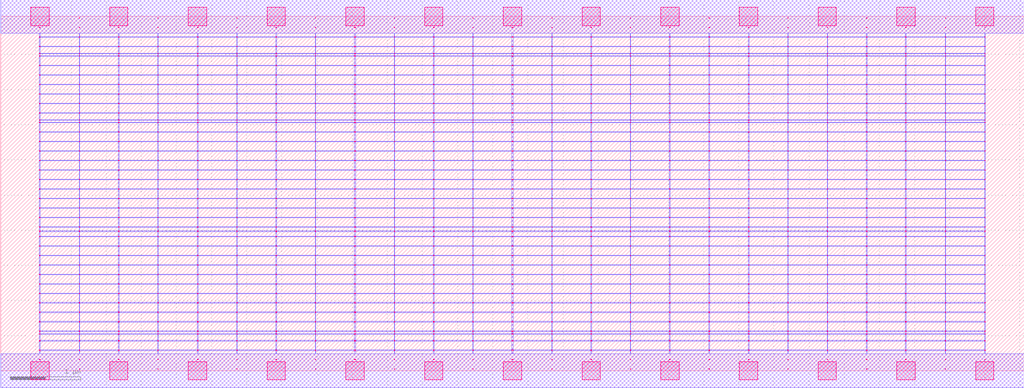
<source format=lef>
MACRO OOAOOAOAI221211_DEBUG
 CLASS CORE ;
 FOREIGN OOAOOAOAI221211_DEBUG 0 0 ;
 SIZE 14.56 BY 5.04 ;
 ORIGIN 0 0 ;
 SYMMETRY X Y R90 ;
 SITE unit ;

 OBS
    LAYER polycont ;
     RECT 7.27100000 2.58300000 7.28900000 2.59100000 ;
     RECT 7.27100000 2.71800000 7.28900000 2.72600000 ;
     RECT 7.27100000 2.85300000 7.28900000 2.86100000 ;
     RECT 7.27100000 2.98800000 7.28900000 2.99600000 ;
     RECT 9.51100000 2.58300000 9.52400000 2.59100000 ;
     RECT 10.07600000 2.58300000 10.08400000 2.59100000 ;
     RECT 10.63100000 2.58300000 10.64900000 2.59100000 ;
     RECT 11.19600000 2.58300000 11.20400000 2.59100000 ;
     RECT 11.75600000 2.58300000 11.76900000 2.59100000 ;
     RECT 12.31600000 2.58300000 12.32400000 2.59100000 ;
     RECT 12.87100000 2.58300000 12.88400000 2.59100000 ;
     RECT 13.43600000 2.58300000 13.44400000 2.59100000 ;
     RECT 13.99600000 2.58300000 14.00900000 2.59100000 ;
     RECT 7.83600000 2.58300000 7.84400000 2.59100000 ;
     RECT 7.83600000 2.71800000 7.84400000 2.72600000 ;
     RECT 8.39600000 2.71800000 8.40900000 2.72600000 ;
     RECT 8.95600000 2.71800000 8.96400000 2.72600000 ;
     RECT 9.51100000 2.71800000 9.52400000 2.72600000 ;
     RECT 10.07600000 2.71800000 10.08400000 2.72600000 ;
     RECT 10.63100000 2.71800000 10.64900000 2.72600000 ;
     RECT 11.19600000 2.71800000 11.20400000 2.72600000 ;
     RECT 11.75600000 2.71800000 11.76900000 2.72600000 ;
     RECT 12.31600000 2.71800000 12.32400000 2.72600000 ;
     RECT 12.87100000 2.71800000 12.88400000 2.72600000 ;
     RECT 13.43600000 2.71800000 13.44400000 2.72600000 ;
     RECT 13.99600000 2.71800000 14.00900000 2.72600000 ;
     RECT 8.39600000 2.58300000 8.40900000 2.59100000 ;
     RECT 7.83600000 2.85300000 7.84400000 2.86100000 ;
     RECT 8.39600000 2.85300000 8.40900000 2.86100000 ;
     RECT 8.95600000 2.85300000 8.96400000 2.86100000 ;
     RECT 9.51100000 2.85300000 9.52400000 2.86100000 ;
     RECT 10.07600000 2.85300000 10.08400000 2.86100000 ;
     RECT 10.63100000 2.85300000 10.64900000 2.86100000 ;
     RECT 11.19600000 2.85300000 11.20400000 2.86100000 ;
     RECT 11.75600000 2.85300000 11.76900000 2.86100000 ;
     RECT 12.31600000 2.85300000 12.32400000 2.86100000 ;
     RECT 12.87100000 2.85300000 12.88400000 2.86100000 ;
     RECT 13.43600000 2.85300000 13.44400000 2.86100000 ;
     RECT 13.99600000 2.85300000 14.00900000 2.86100000 ;
     RECT 8.95600000 2.58300000 8.96400000 2.59100000 ;
     RECT 7.83600000 2.98800000 7.84400000 2.99600000 ;
     RECT 8.39600000 2.98800000 8.40900000 2.99600000 ;
     RECT 8.95600000 2.98800000 8.96400000 2.99600000 ;
     RECT 9.51100000 2.98800000 9.52400000 2.99600000 ;
     RECT 10.07600000 2.98800000 10.08400000 2.99600000 ;
     RECT 10.63100000 2.98800000 10.64900000 2.99600000 ;
     RECT 11.19600000 2.98800000 11.20400000 2.99600000 ;
     RECT 11.75600000 2.98800000 11.76900000 2.99600000 ;
     RECT 12.31600000 2.98800000 12.32400000 2.99600000 ;
     RECT 12.87100000 2.98800000 12.88400000 2.99600000 ;
     RECT 13.43600000 2.98800000 13.44400000 2.99600000 ;
     RECT 13.99600000 2.98800000 14.00900000 2.99600000 ;
     RECT 8.95600000 3.12300000 8.96400000 3.13100000 ;
     RECT 12.31600000 3.12300000 12.32400000 3.13100000 ;
     RECT 8.95600000 3.25800000 8.96400000 3.26600000 ;
     RECT 12.31600000 3.25800000 12.32400000 3.26600000 ;
     RECT 8.95600000 3.39300000 8.96400000 3.40100000 ;
     RECT 12.31600000 3.39300000 12.32400000 3.40100000 ;
     RECT 8.95600000 3.52800000 8.96400000 3.53600000 ;
     RECT 12.31600000 3.52800000 12.32400000 3.53600000 ;
     RECT 8.95600000 3.56100000 8.96400000 3.56900000 ;
     RECT 12.31600000 3.56100000 12.32400000 3.56900000 ;
     RECT 8.95600000 3.66300000 8.96400000 3.67100000 ;
     RECT 12.31600000 3.66300000 12.32400000 3.67100000 ;
     RECT 8.95600000 3.79800000 8.96400000 3.80600000 ;
     RECT 12.31600000 3.79800000 12.32400000 3.80600000 ;
     RECT 8.95600000 3.93300000 8.96400000 3.94100000 ;
     RECT 12.31600000 3.93300000 12.32400000 3.94100000 ;
     RECT 8.95600000 4.06800000 8.96400000 4.07600000 ;
     RECT 12.31600000 4.06800000 12.32400000 4.07600000 ;
     RECT 8.95600000 4.20300000 8.96400000 4.21100000 ;
     RECT 12.31600000 4.20300000 12.32400000 4.21100000 ;
     RECT 8.95600000 4.33800000 8.96400000 4.34600000 ;
     RECT 12.31600000 4.33800000 12.32400000 4.34600000 ;
     RECT 8.95600000 4.47300000 8.96400000 4.48100000 ;
     RECT 12.31600000 4.47300000 12.32400000 4.48100000 ;
     RECT 8.95600000 4.51100000 8.96400000 4.51900000 ;
     RECT 12.31600000 4.51100000 12.32400000 4.51900000 ;
     RECT 8.95600000 4.60800000 8.96400000 4.61600000 ;
     RECT 12.31600000 4.60800000 12.32400000 4.61600000 ;
     RECT 8.95600000 4.74300000 8.96400000 4.75100000 ;
     RECT 12.31600000 4.74300000 12.32400000 4.75100000 ;
     RECT 8.95600000 4.87800000 8.96400000 4.88600000 ;
     RECT 12.31600000 4.87800000 12.32400000 4.88600000 ;
     RECT 5.59600000 2.98800000 5.60400000 2.99600000 ;
     RECT 6.15100000 2.98800000 6.16900000 2.99600000 ;
     RECT 6.71600000 2.98800000 6.72400000 2.99600000 ;
     RECT 2.23600000 2.58300000 2.24400000 2.59100000 ;
     RECT 2.79600000 2.58300000 2.80900000 2.59100000 ;
     RECT 3.35600000 2.58300000 3.36400000 2.59100000 ;
     RECT 3.91100000 2.58300000 3.92400000 2.59100000 ;
     RECT 4.47600000 2.58300000 4.48400000 2.59100000 ;
     RECT 5.03100000 2.58300000 5.04900000 2.59100000 ;
     RECT 5.59600000 2.58300000 5.60400000 2.59100000 ;
     RECT 6.15100000 2.58300000 6.16900000 2.59100000 ;
     RECT 6.71600000 2.58300000 6.72400000 2.59100000 ;
     RECT 0.55100000 2.58300000 0.56400000 2.59100000 ;
     RECT 0.55100000 2.71800000 0.56400000 2.72600000 ;
     RECT 0.55100000 2.85300000 0.56400000 2.86100000 ;
     RECT 1.11600000 2.85300000 1.12400000 2.86100000 ;
     RECT 3.35600000 3.12300000 3.36400000 3.13100000 ;
     RECT 1.67100000 2.85300000 1.68900000 2.86100000 ;
     RECT 2.23600000 2.85300000 2.24400000 2.86100000 ;
     RECT 3.35600000 3.25800000 3.36400000 3.26600000 ;
     RECT 2.79600000 2.85300000 2.80900000 2.86100000 ;
     RECT 3.35600000 2.85300000 3.36400000 2.86100000 ;
     RECT 3.35600000 3.39300000 3.36400000 3.40100000 ;
     RECT 3.91100000 2.85300000 3.92400000 2.86100000 ;
     RECT 4.47600000 2.85300000 4.48400000 2.86100000 ;
     RECT 3.35600000 3.52800000 3.36400000 3.53600000 ;
     RECT 5.03100000 2.85300000 5.04900000 2.86100000 ;
     RECT 5.59600000 2.85300000 5.60400000 2.86100000 ;
     RECT 3.35600000 3.56100000 3.36400000 3.56900000 ;
     RECT 6.15100000 2.85300000 6.16900000 2.86100000 ;
     RECT 6.71600000 2.85300000 6.72400000 2.86100000 ;
     RECT 3.35600000 3.66300000 3.36400000 3.67100000 ;
     RECT 1.11600000 2.71800000 1.12400000 2.72600000 ;
     RECT 1.67100000 2.71800000 1.68900000 2.72600000 ;
     RECT 3.35600000 3.79800000 3.36400000 3.80600000 ;
     RECT 2.23600000 2.71800000 2.24400000 2.72600000 ;
     RECT 2.79600000 2.71800000 2.80900000 2.72600000 ;
     RECT 3.35600000 3.93300000 3.36400000 3.94100000 ;
     RECT 3.35600000 2.71800000 3.36400000 2.72600000 ;
     RECT 3.91100000 2.71800000 3.92400000 2.72600000 ;
     RECT 3.35600000 4.06800000 3.36400000 4.07600000 ;
     RECT 4.47600000 2.71800000 4.48400000 2.72600000 ;
     RECT 5.03100000 2.71800000 5.04900000 2.72600000 ;
     RECT 3.35600000 4.20300000 3.36400000 4.21100000 ;
     RECT 5.59600000 2.71800000 5.60400000 2.72600000 ;
     RECT 6.15100000 2.71800000 6.16900000 2.72600000 ;
     RECT 3.35600000 4.33800000 3.36400000 4.34600000 ;
     RECT 6.71600000 2.71800000 6.72400000 2.72600000 ;
     RECT 1.11600000 2.58300000 1.12400000 2.59100000 ;
     RECT 3.35600000 4.47300000 3.36400000 4.48100000 ;
     RECT 1.67100000 2.58300000 1.68900000 2.59100000 ;
     RECT 0.55100000 2.98800000 0.56400000 2.99600000 ;
     RECT 3.35600000 4.51100000 3.36400000 4.51900000 ;
     RECT 1.11600000 2.98800000 1.12400000 2.99600000 ;
     RECT 1.67100000 2.98800000 1.68900000 2.99600000 ;
     RECT 3.35600000 4.60800000 3.36400000 4.61600000 ;
     RECT 2.23600000 2.98800000 2.24400000 2.99600000 ;
     RECT 2.79600000 2.98800000 2.80900000 2.99600000 ;
     RECT 3.35600000 4.74300000 3.36400000 4.75100000 ;
     RECT 3.35600000 2.98800000 3.36400000 2.99600000 ;
     RECT 3.91100000 2.98800000 3.92400000 2.99600000 ;
     RECT 3.35600000 4.87800000 3.36400000 4.88600000 ;
     RECT 4.47600000 2.98800000 4.48400000 2.99600000 ;
     RECT 5.03100000 2.98800000 5.04900000 2.99600000 ;
     RECT 6.71600000 1.09800000 6.72400000 1.10600000 ;
     RECT 6.71600000 1.23300000 6.72400000 1.24100000 ;
     RECT 6.71600000 1.36800000 6.72400000 1.37600000 ;
     RECT 6.71600000 1.50300000 6.72400000 1.51100000 ;
     RECT 6.71600000 1.63800000 6.72400000 1.64600000 ;
     RECT 6.71600000 1.77300000 6.72400000 1.78100000 ;
     RECT 6.71600000 1.90800000 6.72400000 1.91600000 ;
     RECT 6.71600000 1.98100000 6.72400000 1.98900000 ;
     RECT 6.71600000 2.04300000 6.72400000 2.05100000 ;
     RECT 6.71600000 2.17800000 6.72400000 2.18600000 ;
     RECT 6.71600000 2.31300000 6.72400000 2.32100000 ;
     RECT 6.71600000 2.44800000 6.72400000 2.45600000 ;
     RECT 6.71600000 0.15300000 6.72400000 0.16100000 ;
     RECT 6.71600000 0.28800000 6.72400000 0.29600000 ;
     RECT 6.71600000 0.42300000 6.72400000 0.43100000 ;
     RECT 6.71600000 0.52100000 6.72400000 0.52900000 ;
     RECT 6.71600000 0.55800000 6.72400000 0.56600000 ;
     RECT 6.71600000 0.69300000 6.72400000 0.70100000 ;
     RECT 6.71600000 0.82800000 6.72400000 0.83600000 ;
     RECT 6.71600000 0.96300000 6.72400000 0.97100000 ;
     RECT 13.43600000 2.17800000 13.44400000 2.18600000 ;
     RECT 13.99600000 2.17800000 14.00900000 2.18600000 ;
     RECT 13.43600000 0.52100000 13.44400000 0.52900000 ;
     RECT 12.31600000 2.31300000 12.32400000 2.32100000 ;
     RECT 12.87100000 2.31300000 12.88400000 2.32100000 ;
     RECT 13.43600000 2.31300000 13.44400000 2.32100000 ;
     RECT 13.99600000 2.31300000 14.00900000 2.32100000 ;
     RECT 13.99600000 0.52100000 14.00900000 0.52900000 ;
     RECT 12.31600000 2.44800000 12.32400000 2.45600000 ;
     RECT 12.87100000 2.44800000 12.88400000 2.45600000 ;
     RECT 13.43600000 2.44800000 13.44400000 2.45600000 ;
     RECT 13.99600000 2.44800000 14.00900000 2.45600000 ;
     RECT 13.99600000 0.15300000 14.00900000 0.16100000 ;
     RECT 12.31600000 0.55800000 12.32400000 0.56600000 ;
     RECT 12.87100000 0.55800000 12.88400000 0.56600000 ;
     RECT 13.43600000 0.55800000 13.44400000 0.56600000 ;
     RECT 13.99600000 0.55800000 14.00900000 0.56600000 ;
     RECT 12.31600000 0.15300000 12.32400000 0.16100000 ;
     RECT 12.31600000 0.69300000 12.32400000 0.70100000 ;
     RECT 12.87100000 0.69300000 12.88400000 0.70100000 ;
     RECT 13.43600000 0.69300000 13.44400000 0.70100000 ;
     RECT 13.99600000 0.69300000 14.00900000 0.70100000 ;
     RECT 12.31600000 0.28800000 12.32400000 0.29600000 ;
     RECT 12.31600000 0.82800000 12.32400000 0.83600000 ;
     RECT 12.87100000 0.82800000 12.88400000 0.83600000 ;
     RECT 13.43600000 0.82800000 13.44400000 0.83600000 ;
     RECT 13.99600000 0.82800000 14.00900000 0.83600000 ;
     RECT 12.87100000 0.28800000 12.88400000 0.29600000 ;
     RECT 12.31600000 0.96300000 12.32400000 0.97100000 ;
     RECT 12.87100000 0.96300000 12.88400000 0.97100000 ;
     RECT 13.43600000 0.96300000 13.44400000 0.97100000 ;
     RECT 13.99600000 0.96300000 14.00900000 0.97100000 ;
     RECT 13.43600000 0.28800000 13.44400000 0.29600000 ;
     RECT 12.31600000 1.09800000 12.32400000 1.10600000 ;
     RECT 12.87100000 1.09800000 12.88400000 1.10600000 ;
     RECT 13.43600000 1.09800000 13.44400000 1.10600000 ;
     RECT 13.99600000 1.09800000 14.00900000 1.10600000 ;
     RECT 13.99600000 0.28800000 14.00900000 0.29600000 ;
     RECT 12.31600000 1.23300000 12.32400000 1.24100000 ;
     RECT 12.87100000 1.23300000 12.88400000 1.24100000 ;
     RECT 13.43600000 1.23300000 13.44400000 1.24100000 ;
     RECT 13.99600000 1.23300000 14.00900000 1.24100000 ;
     RECT 12.87100000 0.15300000 12.88400000 0.16100000 ;
     RECT 12.31600000 1.36800000 12.32400000 1.37600000 ;
     RECT 12.87100000 1.36800000 12.88400000 1.37600000 ;
     RECT 13.43600000 1.36800000 13.44400000 1.37600000 ;
     RECT 13.99600000 1.36800000 14.00900000 1.37600000 ;
     RECT 12.31600000 0.42300000 12.32400000 0.43100000 ;
     RECT 12.31600000 1.50300000 12.32400000 1.51100000 ;
     RECT 12.87100000 1.50300000 12.88400000 1.51100000 ;
     RECT 13.43600000 1.50300000 13.44400000 1.51100000 ;
     RECT 13.99600000 1.50300000 14.00900000 1.51100000 ;
     RECT 12.87100000 0.42300000 12.88400000 0.43100000 ;
     RECT 12.31600000 1.63800000 12.32400000 1.64600000 ;
     RECT 12.87100000 1.63800000 12.88400000 1.64600000 ;
     RECT 13.43600000 1.63800000 13.44400000 1.64600000 ;
     RECT 13.99600000 1.63800000 14.00900000 1.64600000 ;
     RECT 13.43600000 0.42300000 13.44400000 0.43100000 ;
     RECT 12.31600000 1.77300000 12.32400000 1.78100000 ;
     RECT 12.87100000 1.77300000 12.88400000 1.78100000 ;
     RECT 13.43600000 1.77300000 13.44400000 1.78100000 ;
     RECT 13.99600000 1.77300000 14.00900000 1.78100000 ;
     RECT 13.99600000 0.42300000 14.00900000 0.43100000 ;
     RECT 12.31600000 1.90800000 12.32400000 1.91600000 ;
     RECT 12.87100000 1.90800000 12.88400000 1.91600000 ;
     RECT 13.43600000 1.90800000 13.44400000 1.91600000 ;
     RECT 13.99600000 1.90800000 14.00900000 1.91600000 ;
     RECT 13.43600000 0.15300000 13.44400000 0.16100000 ;
     RECT 12.31600000 1.98100000 12.32400000 1.98900000 ;
     RECT 12.87100000 1.98100000 12.88400000 1.98900000 ;
     RECT 13.43600000 1.98100000 13.44400000 1.98900000 ;
     RECT 13.99600000 1.98100000 14.00900000 1.98900000 ;
     RECT 12.31600000 0.52100000 12.32400000 0.52900000 ;
     RECT 12.31600000 2.04300000 12.32400000 2.05100000 ;
     RECT 12.87100000 2.04300000 12.88400000 2.05100000 ;
     RECT 13.43600000 2.04300000 13.44400000 2.05100000 ;
     RECT 13.99600000 2.04300000 14.00900000 2.05100000 ;
     RECT 12.87100000 0.52100000 12.88400000 0.52900000 ;
     RECT 12.31600000 2.17800000 12.32400000 2.18600000 ;
     RECT 12.87100000 2.17800000 12.88400000 2.18600000 ;

    LAYER pdiffc ;
     RECT 0.55100000 3.39300000 0.55900000 3.40100000 ;
     RECT 2.80100000 3.39300000 2.80900000 3.40100000 ;
     RECT 3.91100000 3.39300000 3.91900000 3.40100000 ;
     RECT 8.40100000 3.39300000 8.40900000 3.40100000 ;
     RECT 9.51100000 3.39300000 9.51900000 3.40100000 ;
     RECT 11.76100000 3.39300000 11.76900000 3.40100000 ;
     RECT 12.87100000 3.39300000 12.87900000 3.40100000 ;
     RECT 14.00100000 3.39300000 14.00900000 3.40100000 ;
     RECT 0.55100000 3.52800000 0.55900000 3.53600000 ;
     RECT 2.80100000 3.52800000 2.80900000 3.53600000 ;
     RECT 3.91100000 3.52800000 3.91900000 3.53600000 ;
     RECT 8.40100000 3.52800000 8.40900000 3.53600000 ;
     RECT 9.51100000 3.52800000 9.51900000 3.53600000 ;
     RECT 11.76100000 3.52800000 11.76900000 3.53600000 ;
     RECT 12.87100000 3.52800000 12.87900000 3.53600000 ;
     RECT 14.00100000 3.52800000 14.00900000 3.53600000 ;
     RECT 0.55100000 3.56100000 0.55900000 3.56900000 ;
     RECT 2.80100000 3.56100000 2.80900000 3.56900000 ;
     RECT 3.91100000 3.56100000 3.91900000 3.56900000 ;
     RECT 8.40100000 3.56100000 8.40900000 3.56900000 ;
     RECT 9.51100000 3.56100000 9.51900000 3.56900000 ;
     RECT 11.76100000 3.56100000 11.76900000 3.56900000 ;
     RECT 12.87100000 3.56100000 12.87900000 3.56900000 ;
     RECT 14.00100000 3.56100000 14.00900000 3.56900000 ;
     RECT 0.55100000 3.66300000 0.55900000 3.67100000 ;
     RECT 2.80100000 3.66300000 2.80900000 3.67100000 ;
     RECT 3.91100000 3.66300000 3.91900000 3.67100000 ;
     RECT 8.40100000 3.66300000 8.40900000 3.67100000 ;
     RECT 9.51100000 3.66300000 9.51900000 3.67100000 ;
     RECT 11.76100000 3.66300000 11.76900000 3.67100000 ;
     RECT 12.87100000 3.66300000 12.87900000 3.67100000 ;
     RECT 14.00100000 3.66300000 14.00900000 3.67100000 ;
     RECT 0.55100000 3.79800000 0.55900000 3.80600000 ;
     RECT 2.80100000 3.79800000 2.80900000 3.80600000 ;
     RECT 3.91100000 3.79800000 3.91900000 3.80600000 ;
     RECT 8.40100000 3.79800000 8.40900000 3.80600000 ;
     RECT 9.51100000 3.79800000 9.51900000 3.80600000 ;
     RECT 11.76100000 3.79800000 11.76900000 3.80600000 ;
     RECT 12.87100000 3.79800000 12.87900000 3.80600000 ;
     RECT 14.00100000 3.79800000 14.00900000 3.80600000 ;
     RECT 0.55100000 3.93300000 0.55900000 3.94100000 ;
     RECT 2.80100000 3.93300000 2.80900000 3.94100000 ;
     RECT 3.91100000 3.93300000 3.91900000 3.94100000 ;
     RECT 8.40100000 3.93300000 8.40900000 3.94100000 ;
     RECT 9.51100000 3.93300000 9.51900000 3.94100000 ;
     RECT 11.76100000 3.93300000 11.76900000 3.94100000 ;
     RECT 12.87100000 3.93300000 12.87900000 3.94100000 ;
     RECT 14.00100000 3.93300000 14.00900000 3.94100000 ;
     RECT 0.55100000 4.06800000 0.55900000 4.07600000 ;
     RECT 2.80100000 4.06800000 2.80900000 4.07600000 ;
     RECT 3.91100000 4.06800000 3.91900000 4.07600000 ;
     RECT 8.40100000 4.06800000 8.40900000 4.07600000 ;
     RECT 9.51100000 4.06800000 9.51900000 4.07600000 ;
     RECT 11.76100000 4.06800000 11.76900000 4.07600000 ;
     RECT 12.87100000 4.06800000 12.87900000 4.07600000 ;
     RECT 14.00100000 4.06800000 14.00900000 4.07600000 ;
     RECT 0.55100000 4.20300000 0.55900000 4.21100000 ;
     RECT 2.80100000 4.20300000 2.80900000 4.21100000 ;
     RECT 3.91100000 4.20300000 3.91900000 4.21100000 ;
     RECT 8.40100000 4.20300000 8.40900000 4.21100000 ;
     RECT 9.51100000 4.20300000 9.51900000 4.21100000 ;
     RECT 11.76100000 4.20300000 11.76900000 4.21100000 ;
     RECT 12.87100000 4.20300000 12.87900000 4.21100000 ;
     RECT 14.00100000 4.20300000 14.00900000 4.21100000 ;
     RECT 0.55100000 4.33800000 0.55900000 4.34600000 ;
     RECT 2.80100000 4.33800000 2.80900000 4.34600000 ;
     RECT 3.91100000 4.33800000 3.91900000 4.34600000 ;
     RECT 8.40100000 4.33800000 8.40900000 4.34600000 ;
     RECT 9.51100000 4.33800000 9.51900000 4.34600000 ;
     RECT 11.76100000 4.33800000 11.76900000 4.34600000 ;
     RECT 12.87100000 4.33800000 12.87900000 4.34600000 ;
     RECT 14.00100000 4.33800000 14.00900000 4.34600000 ;
     RECT 0.55100000 4.47300000 0.55900000 4.48100000 ;
     RECT 2.80100000 4.47300000 2.80900000 4.48100000 ;
     RECT 3.91100000 4.47300000 3.91900000 4.48100000 ;
     RECT 8.40100000 4.47300000 8.40900000 4.48100000 ;
     RECT 9.51100000 4.47300000 9.51900000 4.48100000 ;
     RECT 11.76100000 4.47300000 11.76900000 4.48100000 ;
     RECT 12.87100000 4.47300000 12.87900000 4.48100000 ;
     RECT 14.00100000 4.47300000 14.00900000 4.48100000 ;
     RECT 0.55100000 4.51100000 0.55900000 4.51900000 ;
     RECT 2.80100000 4.51100000 2.80900000 4.51900000 ;
     RECT 3.91100000 4.51100000 3.91900000 4.51900000 ;
     RECT 8.40100000 4.51100000 8.40900000 4.51900000 ;
     RECT 9.51100000 4.51100000 9.51900000 4.51900000 ;
     RECT 11.76100000 4.51100000 11.76900000 4.51900000 ;
     RECT 12.87100000 4.51100000 12.87900000 4.51900000 ;
     RECT 14.00100000 4.51100000 14.00900000 4.51900000 ;
     RECT 0.55100000 4.60800000 0.55900000 4.61600000 ;
     RECT 2.80100000 4.60800000 2.80900000 4.61600000 ;
     RECT 3.91100000 4.60800000 3.91900000 4.61600000 ;
     RECT 8.40100000 4.60800000 8.40900000 4.61600000 ;
     RECT 9.51100000 4.60800000 9.51900000 4.61600000 ;
     RECT 11.76100000 4.60800000 11.76900000 4.61600000 ;
     RECT 12.87100000 4.60800000 12.87900000 4.61600000 ;
     RECT 14.00100000 4.60800000 14.00900000 4.61600000 ;

    LAYER ndiffc ;
     RECT 6.15100000 0.42300000 6.16900000 0.43100000 ;
     RECT 6.15100000 0.52100000 6.16900000 0.52900000 ;
     RECT 6.15100000 0.55800000 6.16900000 0.56600000 ;
     RECT 6.15100000 0.69300000 6.16900000 0.70100000 ;
     RECT 6.15100000 0.82800000 6.16900000 0.83600000 ;
     RECT 6.15100000 0.96300000 6.16900000 0.97100000 ;
     RECT 6.15100000 1.09800000 6.16900000 1.10600000 ;
     RECT 6.15100000 1.23300000 6.16900000 1.24100000 ;
     RECT 6.15100000 1.36800000 6.16900000 1.37600000 ;
     RECT 6.15100000 1.50300000 6.16900000 1.51100000 ;
     RECT 6.15100000 1.63800000 6.16900000 1.64600000 ;
     RECT 6.15100000 1.77300000 6.16900000 1.78100000 ;
     RECT 6.15100000 1.90800000 6.16900000 1.91600000 ;
     RECT 6.15100000 1.98100000 6.16900000 1.98900000 ;
     RECT 6.15100000 2.04300000 6.16900000 2.05100000 ;
     RECT 9.51100000 0.55800000 9.52400000 0.56600000 ;
     RECT 10.63100000 0.55800000 10.64900000 0.56600000 ;
     RECT 11.75600000 0.55800000 11.76900000 0.56600000 ;
     RECT 9.51100000 0.42300000 9.52400000 0.43100000 ;
     RECT 7.27100000 0.69300000 7.28900000 0.70100000 ;
     RECT 8.39600000 0.69300000 8.40900000 0.70100000 ;
     RECT 9.51100000 0.69300000 9.52400000 0.70100000 ;
     RECT 10.63100000 0.69300000 10.64900000 0.70100000 ;
     RECT 11.75600000 0.69300000 11.76900000 0.70100000 ;
     RECT 10.63100000 0.42300000 10.64900000 0.43100000 ;
     RECT 7.27100000 0.82800000 7.28900000 0.83600000 ;
     RECT 8.39600000 0.82800000 8.40900000 0.83600000 ;
     RECT 9.51100000 0.82800000 9.52400000 0.83600000 ;
     RECT 10.63100000 0.82800000 10.64900000 0.83600000 ;
     RECT 11.75600000 0.82800000 11.76900000 0.83600000 ;
     RECT 11.75600000 0.42300000 11.76900000 0.43100000 ;
     RECT 7.27100000 0.96300000 7.28900000 0.97100000 ;
     RECT 8.39600000 0.96300000 8.40900000 0.97100000 ;
     RECT 9.51100000 0.96300000 9.52400000 0.97100000 ;
     RECT 10.63100000 0.96300000 10.64900000 0.97100000 ;
     RECT 11.75600000 0.96300000 11.76900000 0.97100000 ;
     RECT 7.27100000 0.42300000 7.28900000 0.43100000 ;
     RECT 7.27100000 1.09800000 7.28900000 1.10600000 ;
     RECT 8.39600000 1.09800000 8.40900000 1.10600000 ;
     RECT 9.51100000 1.09800000 9.52400000 1.10600000 ;
     RECT 10.63100000 1.09800000 10.64900000 1.10600000 ;
     RECT 11.75600000 1.09800000 11.76900000 1.10600000 ;
     RECT 7.27100000 0.52100000 7.28900000 0.52900000 ;
     RECT 7.27100000 1.23300000 7.28900000 1.24100000 ;
     RECT 8.39600000 1.23300000 8.40900000 1.24100000 ;
     RECT 9.51100000 1.23300000 9.52400000 1.24100000 ;
     RECT 10.63100000 1.23300000 10.64900000 1.24100000 ;
     RECT 11.75600000 1.23300000 11.76900000 1.24100000 ;
     RECT 8.39600000 0.52100000 8.40900000 0.52900000 ;
     RECT 7.27100000 1.36800000 7.28900000 1.37600000 ;
     RECT 8.39600000 1.36800000 8.40900000 1.37600000 ;
     RECT 9.51100000 1.36800000 9.52400000 1.37600000 ;
     RECT 10.63100000 1.36800000 10.64900000 1.37600000 ;
     RECT 11.75600000 1.36800000 11.76900000 1.37600000 ;
     RECT 9.51100000 0.52100000 9.52400000 0.52900000 ;
     RECT 7.27100000 1.50300000 7.28900000 1.51100000 ;
     RECT 8.39600000 1.50300000 8.40900000 1.51100000 ;
     RECT 9.51100000 1.50300000 9.52400000 1.51100000 ;
     RECT 10.63100000 1.50300000 10.64900000 1.51100000 ;
     RECT 11.75600000 1.50300000 11.76900000 1.51100000 ;
     RECT 10.63100000 0.52100000 10.64900000 0.52900000 ;
     RECT 7.27100000 1.63800000 7.28900000 1.64600000 ;
     RECT 8.39600000 1.63800000 8.40900000 1.64600000 ;
     RECT 9.51100000 1.63800000 9.52400000 1.64600000 ;
     RECT 10.63100000 1.63800000 10.64900000 1.64600000 ;
     RECT 11.75600000 1.63800000 11.76900000 1.64600000 ;
     RECT 11.75600000 0.52100000 11.76900000 0.52900000 ;
     RECT 7.27100000 1.77300000 7.28900000 1.78100000 ;
     RECT 8.39600000 1.77300000 8.40900000 1.78100000 ;
     RECT 9.51100000 1.77300000 9.52400000 1.78100000 ;
     RECT 10.63100000 1.77300000 10.64900000 1.78100000 ;
     RECT 11.75600000 1.77300000 11.76900000 1.78100000 ;
     RECT 8.39600000 0.42300000 8.40900000 0.43100000 ;
     RECT 7.27100000 1.90800000 7.28900000 1.91600000 ;
     RECT 8.39600000 1.90800000 8.40900000 1.91600000 ;
     RECT 9.51100000 1.90800000 9.52400000 1.91600000 ;
     RECT 10.63100000 1.90800000 10.64900000 1.91600000 ;
     RECT 11.75600000 1.90800000 11.76900000 1.91600000 ;
     RECT 7.27100000 0.55800000 7.28900000 0.56600000 ;
     RECT 7.27100000 1.98100000 7.28900000 1.98900000 ;
     RECT 8.39600000 1.98100000 8.40900000 1.98900000 ;
     RECT 9.51100000 1.98100000 9.52400000 1.98900000 ;
     RECT 10.63100000 1.98100000 10.64900000 1.98900000 ;
     RECT 11.75600000 1.98100000 11.76900000 1.98900000 ;
     RECT 8.39600000 0.55800000 8.40900000 0.56600000 ;
     RECT 7.27100000 2.04300000 7.28900000 2.05100000 ;
     RECT 8.39600000 2.04300000 8.40900000 2.05100000 ;
     RECT 9.51100000 2.04300000 9.52400000 2.05100000 ;
     RECT 10.63100000 2.04300000 10.64900000 2.05100000 ;
     RECT 11.75600000 2.04300000 11.76900000 2.05100000 ;
     RECT 2.79600000 1.36800000 2.80900000 1.37600000 ;
     RECT 3.91100000 1.36800000 3.92400000 1.37600000 ;
     RECT 5.03100000 1.36800000 5.04900000 1.37600000 ;
     RECT 5.03100000 0.82800000 5.04900000 0.83600000 ;
     RECT 2.79600000 0.55800000 2.80900000 0.56600000 ;
     RECT 3.91100000 0.55800000 3.92400000 0.56600000 ;
     RECT 5.03100000 0.55800000 5.04900000 0.56600000 ;
     RECT 1.67100000 0.52100000 1.68900000 0.52900000 ;
     RECT 2.79600000 0.52100000 2.80900000 0.52900000 ;
     RECT 0.55100000 1.50300000 0.56400000 1.51100000 ;
     RECT 1.67100000 1.50300000 1.68900000 1.51100000 ;
     RECT 2.79600000 1.50300000 2.80900000 1.51100000 ;
     RECT 3.91100000 1.50300000 3.92400000 1.51100000 ;
     RECT 5.03100000 1.50300000 5.04900000 1.51100000 ;
     RECT 3.91100000 0.52100000 3.92400000 0.52900000 ;
     RECT 0.55100000 0.96300000 0.56400000 0.97100000 ;
     RECT 1.67100000 0.96300000 1.68900000 0.97100000 ;
     RECT 2.79600000 0.96300000 2.80900000 0.97100000 ;
     RECT 3.91100000 0.96300000 3.92400000 0.97100000 ;
     RECT 5.03100000 0.96300000 5.04900000 0.97100000 ;
     RECT 0.55100000 1.63800000 0.56400000 1.64600000 ;
     RECT 1.67100000 1.63800000 1.68900000 1.64600000 ;
     RECT 2.79600000 1.63800000 2.80900000 1.64600000 ;
     RECT 3.91100000 1.63800000 3.92400000 1.64600000 ;
     RECT 5.03100000 1.63800000 5.04900000 1.64600000 ;
     RECT 5.03100000 0.52100000 5.04900000 0.52900000 ;
     RECT 1.67100000 0.42300000 1.68900000 0.43100000 ;
     RECT 2.79600000 0.42300000 2.80900000 0.43100000 ;
     RECT 0.55100000 0.69300000 0.56400000 0.70100000 ;
     RECT 1.67100000 0.69300000 1.68900000 0.70100000 ;
     RECT 2.79600000 0.69300000 2.80900000 0.70100000 ;
     RECT 0.55100000 1.77300000 0.56400000 1.78100000 ;
     RECT 1.67100000 1.77300000 1.68900000 1.78100000 ;
     RECT 2.79600000 1.77300000 2.80900000 1.78100000 ;
     RECT 3.91100000 1.77300000 3.92400000 1.78100000 ;
     RECT 5.03100000 1.77300000 5.04900000 1.78100000 ;
     RECT 0.55100000 1.09800000 0.56400000 1.10600000 ;
     RECT 1.67100000 1.09800000 1.68900000 1.10600000 ;
     RECT 2.79600000 1.09800000 2.80900000 1.10600000 ;
     RECT 3.91100000 1.09800000 3.92400000 1.10600000 ;
     RECT 5.03100000 1.09800000 5.04900000 1.10600000 ;
     RECT 3.91100000 0.69300000 3.92400000 0.70100000 ;
     RECT 0.55100000 1.90800000 0.56400000 1.91600000 ;
     RECT 1.67100000 1.90800000 1.68900000 1.91600000 ;
     RECT 2.79600000 1.90800000 2.80900000 1.91600000 ;
     RECT 3.91100000 1.90800000 3.92400000 1.91600000 ;
     RECT 5.03100000 1.90800000 5.04900000 1.91600000 ;
     RECT 5.03100000 0.69300000 5.04900000 0.70100000 ;
     RECT 3.91100000 0.42300000 3.92400000 0.43100000 ;
     RECT 5.03100000 0.42300000 5.04900000 0.43100000 ;
     RECT 0.55100000 0.42300000 0.56400000 0.43100000 ;
     RECT 0.55100000 0.52100000 0.56400000 0.52900000 ;
     RECT 0.55100000 1.23300000 0.56400000 1.24100000 ;
     RECT 0.55100000 1.98100000 0.56400000 1.98900000 ;
     RECT 1.67100000 1.98100000 1.68900000 1.98900000 ;
     RECT 2.79600000 1.98100000 2.80900000 1.98900000 ;
     RECT 3.91100000 1.98100000 3.92400000 1.98900000 ;
     RECT 5.03100000 1.98100000 5.04900000 1.98900000 ;
     RECT 1.67100000 1.23300000 1.68900000 1.24100000 ;
     RECT 2.79600000 1.23300000 2.80900000 1.24100000 ;
     RECT 3.91100000 1.23300000 3.92400000 1.24100000 ;
     RECT 5.03100000 1.23300000 5.04900000 1.24100000 ;
     RECT 0.55100000 0.55800000 0.56400000 0.56600000 ;
     RECT 1.67100000 0.55800000 1.68900000 0.56600000 ;
     RECT 0.55100000 2.04300000 0.56400000 2.05100000 ;
     RECT 1.67100000 2.04300000 1.68900000 2.05100000 ;
     RECT 2.79600000 2.04300000 2.80900000 2.05100000 ;
     RECT 3.91100000 2.04300000 3.92400000 2.05100000 ;
     RECT 5.03100000 2.04300000 5.04900000 2.05100000 ;
     RECT 0.55100000 0.82800000 0.56400000 0.83600000 ;
     RECT 1.67100000 0.82800000 1.68900000 0.83600000 ;
     RECT 2.79600000 0.82800000 2.80900000 0.83600000 ;
     RECT 3.91100000 0.82800000 3.92400000 0.83600000 ;
     RECT 0.55100000 1.36800000 0.56400000 1.37600000 ;
     RECT 1.67100000 1.36800000 1.68900000 1.37600000 ;

    LAYER met1 ;
     RECT 0.00000000 -0.24000000 14.56000000 0.24000000 ;
     RECT 7.27100000 0.24000000 7.28900000 0.28800000 ;
     RECT 0.55100000 0.28800000 14.00900000 0.29600000 ;
     RECT 7.27100000 0.29600000 7.28900000 0.42300000 ;
     RECT 0.55100000 0.42300000 14.00900000 0.43100000 ;
     RECT 7.27100000 0.43100000 7.28900000 0.52100000 ;
     RECT 0.55100000 0.52100000 14.00900000 0.52900000 ;
     RECT 7.27100000 0.52900000 7.28900000 0.55800000 ;
     RECT 0.55100000 0.55800000 14.00900000 0.56600000 ;
     RECT 7.27100000 0.56600000 7.28900000 0.69300000 ;
     RECT 0.55100000 0.69300000 14.00900000 0.70100000 ;
     RECT 7.27100000 0.70100000 7.28900000 0.82800000 ;
     RECT 0.55100000 0.82800000 14.00900000 0.83600000 ;
     RECT 7.27100000 0.83600000 7.28900000 0.96300000 ;
     RECT 0.55100000 0.96300000 14.00900000 0.97100000 ;
     RECT 7.27100000 0.97100000 7.28900000 1.09800000 ;
     RECT 0.55100000 1.09800000 14.00900000 1.10600000 ;
     RECT 7.27100000 1.10600000 7.28900000 1.23300000 ;
     RECT 0.55100000 1.23300000 14.00900000 1.24100000 ;
     RECT 7.27100000 1.24100000 7.28900000 1.36800000 ;
     RECT 0.55100000 1.36800000 14.00900000 1.37600000 ;
     RECT 7.27100000 1.37600000 7.28900000 1.50300000 ;
     RECT 0.55100000 1.50300000 14.00900000 1.51100000 ;
     RECT 7.27100000 1.51100000 7.28900000 1.63800000 ;
     RECT 0.55100000 1.63800000 14.00900000 1.64600000 ;
     RECT 7.27100000 1.64600000 7.28900000 1.77300000 ;
     RECT 0.55100000 1.77300000 14.00900000 1.78100000 ;
     RECT 7.27100000 1.78100000 7.28900000 1.90800000 ;
     RECT 0.55100000 1.90800000 14.00900000 1.91600000 ;
     RECT 7.27100000 1.91600000 7.28900000 1.98100000 ;
     RECT 0.55100000 1.98100000 14.00900000 1.98900000 ;
     RECT 7.27100000 1.98900000 7.28900000 2.04300000 ;
     RECT 0.55100000 2.04300000 14.00900000 2.05100000 ;
     RECT 7.27100000 2.05100000 7.28900000 2.17800000 ;
     RECT 0.55100000 2.17800000 14.00900000 2.18600000 ;
     RECT 7.27100000 2.18600000 7.28900000 2.31300000 ;
     RECT 0.55100000 2.31300000 14.00900000 2.32100000 ;
     RECT 7.27100000 2.32100000 7.28900000 2.44800000 ;
     RECT 0.55100000 2.44800000 14.00900000 2.45600000 ;
     RECT 0.55100000 2.45600000 0.56400000 2.58300000 ;
     RECT 1.11600000 2.45600000 1.12400000 2.58300000 ;
     RECT 1.67100000 2.45600000 1.68900000 2.58300000 ;
     RECT 2.23600000 2.45600000 2.24400000 2.58300000 ;
     RECT 2.79600000 2.45600000 2.80900000 2.58300000 ;
     RECT 3.35600000 2.45600000 3.36400000 2.58300000 ;
     RECT 3.91100000 2.45600000 3.92400000 2.58300000 ;
     RECT 4.47600000 2.45600000 4.48400000 2.58300000 ;
     RECT 5.03100000 2.45600000 5.04900000 2.58300000 ;
     RECT 5.59600000 2.45600000 5.60400000 2.58300000 ;
     RECT 6.15100000 2.45600000 6.16900000 2.58300000 ;
     RECT 6.71600000 2.45600000 6.72400000 2.58300000 ;
     RECT 7.27100000 2.45600000 7.28900000 2.58300000 ;
     RECT 7.83600000 2.45600000 7.84400000 2.58300000 ;
     RECT 8.39600000 2.45600000 8.40900000 2.58300000 ;
     RECT 8.95600000 2.45600000 8.96400000 2.58300000 ;
     RECT 9.51100000 2.45600000 9.52400000 2.58300000 ;
     RECT 10.07600000 2.45600000 10.08400000 2.58300000 ;
     RECT 10.63100000 2.45600000 10.64900000 2.58300000 ;
     RECT 11.19600000 2.45600000 11.20400000 2.58300000 ;
     RECT 11.75600000 2.45600000 11.76900000 2.58300000 ;
     RECT 12.31600000 2.45600000 12.32400000 2.58300000 ;
     RECT 12.87100000 2.45600000 12.88400000 2.58300000 ;
     RECT 13.43600000 2.45600000 13.44400000 2.58300000 ;
     RECT 13.99600000 2.45600000 14.00900000 2.58300000 ;
     RECT 0.55100000 2.58300000 14.00900000 2.59100000 ;
     RECT 7.27100000 2.59100000 7.28900000 2.71800000 ;
     RECT 0.55100000 2.71800000 14.00900000 2.72600000 ;
     RECT 7.27100000 2.72600000 7.28900000 2.85300000 ;
     RECT 0.55100000 2.85300000 14.00900000 2.86100000 ;
     RECT 7.27100000 2.86100000 7.28900000 2.98800000 ;
     RECT 0.55100000 2.98800000 14.00900000 2.99600000 ;
     RECT 7.27100000 2.99600000 7.28900000 3.12300000 ;
     RECT 0.55100000 3.12300000 14.00900000 3.13100000 ;
     RECT 7.27100000 3.13100000 7.28900000 3.25800000 ;
     RECT 0.55100000 3.25800000 14.00900000 3.26600000 ;
     RECT 7.27100000 3.26600000 7.28900000 3.39300000 ;
     RECT 0.55100000 3.39300000 14.00900000 3.40100000 ;
     RECT 7.27100000 3.40100000 7.28900000 3.52800000 ;
     RECT 0.55100000 3.52800000 14.00900000 3.53600000 ;
     RECT 7.27100000 3.53600000 7.28900000 3.56100000 ;
     RECT 0.55100000 3.56100000 14.00900000 3.56900000 ;
     RECT 7.27100000 3.56900000 7.28900000 3.66300000 ;
     RECT 0.55100000 3.66300000 14.00900000 3.67100000 ;
     RECT 7.27100000 3.67100000 7.28900000 3.79800000 ;
     RECT 0.55100000 3.79800000 14.00900000 3.80600000 ;
     RECT 7.27100000 3.80600000 7.28900000 3.93300000 ;
     RECT 0.55100000 3.93300000 14.00900000 3.94100000 ;
     RECT 7.27100000 3.94100000 7.28900000 4.06800000 ;
     RECT 0.55100000 4.06800000 14.00900000 4.07600000 ;
     RECT 7.27100000 4.07600000 7.28900000 4.20300000 ;
     RECT 0.55100000 4.20300000 14.00900000 4.21100000 ;
     RECT 7.27100000 4.21100000 7.28900000 4.33800000 ;
     RECT 0.55100000 4.33800000 14.00900000 4.34600000 ;
     RECT 7.27100000 4.34600000 7.28900000 4.47300000 ;
     RECT 0.55100000 4.47300000 14.00900000 4.48100000 ;
     RECT 7.27100000 4.48100000 7.28900000 4.51100000 ;
     RECT 0.55100000 4.51100000 14.00900000 4.51900000 ;
     RECT 7.27100000 4.51900000 7.28900000 4.60800000 ;
     RECT 0.55100000 4.60800000 14.00900000 4.61600000 ;
     RECT 7.27100000 4.61600000 7.28900000 4.74300000 ;
     RECT 0.55100000 4.74300000 14.00900000 4.75100000 ;
     RECT 7.27100000 4.75100000 7.28900000 4.80000000 ;
     RECT 0.00000000 4.80000000 14.56000000 5.28000000 ;
     RECT 7.83600000 3.80600000 7.84400000 3.93300000 ;
     RECT 8.39600000 3.80600000 8.40900000 3.93300000 ;
     RECT 8.95600000 3.80600000 8.96400000 3.93300000 ;
     RECT 9.51100000 3.80600000 9.52400000 3.93300000 ;
     RECT 10.07600000 3.80600000 10.08400000 3.93300000 ;
     RECT 10.63100000 3.80600000 10.64900000 3.93300000 ;
     RECT 11.19600000 3.80600000 11.20400000 3.93300000 ;
     RECT 11.75600000 3.80600000 11.76900000 3.93300000 ;
     RECT 12.31600000 3.80600000 12.32400000 3.93300000 ;
     RECT 12.87100000 3.80600000 12.88400000 3.93300000 ;
     RECT 13.43600000 3.80600000 13.44400000 3.93300000 ;
     RECT 13.99600000 3.80600000 14.00900000 3.93300000 ;
     RECT 11.19600000 3.94100000 11.20400000 4.06800000 ;
     RECT 11.75600000 3.94100000 11.76900000 4.06800000 ;
     RECT 12.31600000 3.94100000 12.32400000 4.06800000 ;
     RECT 12.87100000 3.94100000 12.88400000 4.06800000 ;
     RECT 13.43600000 3.94100000 13.44400000 4.06800000 ;
     RECT 13.99600000 3.94100000 14.00900000 4.06800000 ;
     RECT 11.19600000 4.07600000 11.20400000 4.20300000 ;
     RECT 11.75600000 4.07600000 11.76900000 4.20300000 ;
     RECT 12.31600000 4.07600000 12.32400000 4.20300000 ;
     RECT 12.87100000 4.07600000 12.88400000 4.20300000 ;
     RECT 13.43600000 4.07600000 13.44400000 4.20300000 ;
     RECT 13.99600000 4.07600000 14.00900000 4.20300000 ;
     RECT 11.19600000 4.21100000 11.20400000 4.33800000 ;
     RECT 11.75600000 4.21100000 11.76900000 4.33800000 ;
     RECT 12.31600000 4.21100000 12.32400000 4.33800000 ;
     RECT 12.87100000 4.21100000 12.88400000 4.33800000 ;
     RECT 13.43600000 4.21100000 13.44400000 4.33800000 ;
     RECT 13.99600000 4.21100000 14.00900000 4.33800000 ;
     RECT 11.19600000 4.34600000 11.20400000 4.47300000 ;
     RECT 11.75600000 4.34600000 11.76900000 4.47300000 ;
     RECT 12.31600000 4.34600000 12.32400000 4.47300000 ;
     RECT 12.87100000 4.34600000 12.88400000 4.47300000 ;
     RECT 13.43600000 4.34600000 13.44400000 4.47300000 ;
     RECT 13.99600000 4.34600000 14.00900000 4.47300000 ;
     RECT 11.19600000 4.48100000 11.20400000 4.51100000 ;
     RECT 11.75600000 4.48100000 11.76900000 4.51100000 ;
     RECT 12.31600000 4.48100000 12.32400000 4.51100000 ;
     RECT 12.87100000 4.48100000 12.88400000 4.51100000 ;
     RECT 13.43600000 4.48100000 13.44400000 4.51100000 ;
     RECT 13.99600000 4.48100000 14.00900000 4.51100000 ;
     RECT 11.19600000 4.51900000 11.20400000 4.60800000 ;
     RECT 11.75600000 4.51900000 11.76900000 4.60800000 ;
     RECT 12.31600000 4.51900000 12.32400000 4.60800000 ;
     RECT 12.87100000 4.51900000 12.88400000 4.60800000 ;
     RECT 13.43600000 4.51900000 13.44400000 4.60800000 ;
     RECT 13.99600000 4.51900000 14.00900000 4.60800000 ;
     RECT 11.19600000 4.61600000 11.20400000 4.74300000 ;
     RECT 11.75600000 4.61600000 11.76900000 4.74300000 ;
     RECT 12.31600000 4.61600000 12.32400000 4.74300000 ;
     RECT 12.87100000 4.61600000 12.88400000 4.74300000 ;
     RECT 13.43600000 4.61600000 13.44400000 4.74300000 ;
     RECT 13.99600000 4.61600000 14.00900000 4.74300000 ;
     RECT 11.19600000 4.75100000 11.20400000 4.80000000 ;
     RECT 11.75600000 4.75100000 11.76900000 4.80000000 ;
     RECT 12.31600000 4.75100000 12.32400000 4.80000000 ;
     RECT 12.87100000 4.75100000 12.88400000 4.80000000 ;
     RECT 13.43600000 4.75100000 13.44400000 4.80000000 ;
     RECT 13.99600000 4.75100000 14.00900000 4.80000000 ;
     RECT 7.83600000 4.48100000 7.84400000 4.51100000 ;
     RECT 8.39600000 4.48100000 8.40900000 4.51100000 ;
     RECT 8.95600000 4.48100000 8.96400000 4.51100000 ;
     RECT 9.51100000 4.48100000 9.52400000 4.51100000 ;
     RECT 10.07600000 4.48100000 10.08400000 4.51100000 ;
     RECT 10.63100000 4.48100000 10.64900000 4.51100000 ;
     RECT 7.83600000 4.21100000 7.84400000 4.33800000 ;
     RECT 8.39600000 4.21100000 8.40900000 4.33800000 ;
     RECT 8.95600000 4.21100000 8.96400000 4.33800000 ;
     RECT 9.51100000 4.21100000 9.52400000 4.33800000 ;
     RECT 10.07600000 4.21100000 10.08400000 4.33800000 ;
     RECT 10.63100000 4.21100000 10.64900000 4.33800000 ;
     RECT 7.83600000 4.51900000 7.84400000 4.60800000 ;
     RECT 8.39600000 4.51900000 8.40900000 4.60800000 ;
     RECT 8.95600000 4.51900000 8.96400000 4.60800000 ;
     RECT 9.51100000 4.51900000 9.52400000 4.60800000 ;
     RECT 10.07600000 4.51900000 10.08400000 4.60800000 ;
     RECT 10.63100000 4.51900000 10.64900000 4.60800000 ;
     RECT 7.83600000 4.07600000 7.84400000 4.20300000 ;
     RECT 8.39600000 4.07600000 8.40900000 4.20300000 ;
     RECT 8.95600000 4.07600000 8.96400000 4.20300000 ;
     RECT 9.51100000 4.07600000 9.52400000 4.20300000 ;
     RECT 10.07600000 4.07600000 10.08400000 4.20300000 ;
     RECT 10.63100000 4.07600000 10.64900000 4.20300000 ;
     RECT 7.83600000 4.61600000 7.84400000 4.74300000 ;
     RECT 8.39600000 4.61600000 8.40900000 4.74300000 ;
     RECT 8.95600000 4.61600000 8.96400000 4.74300000 ;
     RECT 9.51100000 4.61600000 9.52400000 4.74300000 ;
     RECT 10.07600000 4.61600000 10.08400000 4.74300000 ;
     RECT 10.63100000 4.61600000 10.64900000 4.74300000 ;
     RECT 7.83600000 4.34600000 7.84400000 4.47300000 ;
     RECT 8.39600000 4.34600000 8.40900000 4.47300000 ;
     RECT 8.95600000 4.34600000 8.96400000 4.47300000 ;
     RECT 9.51100000 4.34600000 9.52400000 4.47300000 ;
     RECT 10.07600000 4.34600000 10.08400000 4.47300000 ;
     RECT 10.63100000 4.34600000 10.64900000 4.47300000 ;
     RECT 7.83600000 4.75100000 7.84400000 4.80000000 ;
     RECT 8.39600000 4.75100000 8.40900000 4.80000000 ;
     RECT 8.95600000 4.75100000 8.96400000 4.80000000 ;
     RECT 9.51100000 4.75100000 9.52400000 4.80000000 ;
     RECT 10.07600000 4.75100000 10.08400000 4.80000000 ;
     RECT 10.63100000 4.75100000 10.64900000 4.80000000 ;
     RECT 7.83600000 3.94100000 7.84400000 4.06800000 ;
     RECT 8.39600000 3.94100000 8.40900000 4.06800000 ;
     RECT 8.95600000 3.94100000 8.96400000 4.06800000 ;
     RECT 9.51100000 3.94100000 9.52400000 4.06800000 ;
     RECT 10.07600000 3.94100000 10.08400000 4.06800000 ;
     RECT 10.63100000 3.94100000 10.64900000 4.06800000 ;
     RECT 7.83600000 2.99600000 7.84400000 3.12300000 ;
     RECT 8.39600000 2.99600000 8.40900000 3.12300000 ;
     RECT 8.95600000 2.99600000 8.96400000 3.12300000 ;
     RECT 9.51100000 2.99600000 9.52400000 3.12300000 ;
     RECT 10.07600000 2.99600000 10.08400000 3.12300000 ;
     RECT 10.63100000 2.99600000 10.64900000 3.12300000 ;
     RECT 7.83600000 2.86100000 7.84400000 2.98800000 ;
     RECT 8.39600000 2.86100000 8.40900000 2.98800000 ;
     RECT 7.83600000 3.13100000 7.84400000 3.25800000 ;
     RECT 8.39600000 3.13100000 8.40900000 3.25800000 ;
     RECT 8.95600000 3.13100000 8.96400000 3.25800000 ;
     RECT 9.51100000 3.13100000 9.52400000 3.25800000 ;
     RECT 10.07600000 3.13100000 10.08400000 3.25800000 ;
     RECT 10.63100000 3.13100000 10.64900000 3.25800000 ;
     RECT 7.83600000 3.26600000 7.84400000 3.39300000 ;
     RECT 8.39600000 3.26600000 8.40900000 3.39300000 ;
     RECT 8.95600000 3.26600000 8.96400000 3.39300000 ;
     RECT 9.51100000 3.26600000 9.52400000 3.39300000 ;
     RECT 10.07600000 3.26600000 10.08400000 3.39300000 ;
     RECT 10.63100000 3.26600000 10.64900000 3.39300000 ;
     RECT 8.95600000 2.86100000 8.96400000 2.98800000 ;
     RECT 9.51100000 2.86100000 9.52400000 2.98800000 ;
     RECT 7.83600000 3.40100000 7.84400000 3.52800000 ;
     RECT 8.39600000 3.40100000 8.40900000 3.52800000 ;
     RECT 8.95600000 3.40100000 8.96400000 3.52800000 ;
     RECT 9.51100000 3.40100000 9.52400000 3.52800000 ;
     RECT 10.07600000 3.40100000 10.08400000 3.52800000 ;
     RECT 10.63100000 3.40100000 10.64900000 3.52800000 ;
     RECT 7.83600000 2.59100000 7.84400000 2.71800000 ;
     RECT 8.39600000 2.59100000 8.40900000 2.71800000 ;
     RECT 7.83600000 3.53600000 7.84400000 3.56100000 ;
     RECT 8.39600000 3.53600000 8.40900000 3.56100000 ;
     RECT 8.95600000 3.53600000 8.96400000 3.56100000 ;
     RECT 9.51100000 3.53600000 9.52400000 3.56100000 ;
     RECT 10.07600000 2.86100000 10.08400000 2.98800000 ;
     RECT 10.63100000 2.86100000 10.64900000 2.98800000 ;
     RECT 10.07600000 3.53600000 10.08400000 3.56100000 ;
     RECT 10.63100000 3.53600000 10.64900000 3.56100000 ;
     RECT 7.83600000 2.72600000 7.84400000 2.85300000 ;
     RECT 8.39600000 2.72600000 8.40900000 2.85300000 ;
     RECT 7.83600000 3.56900000 7.84400000 3.66300000 ;
     RECT 8.39600000 3.56900000 8.40900000 3.66300000 ;
     RECT 8.95600000 3.56900000 8.96400000 3.66300000 ;
     RECT 9.51100000 3.56900000 9.52400000 3.66300000 ;
     RECT 10.07600000 3.56900000 10.08400000 3.66300000 ;
     RECT 10.63100000 3.56900000 10.64900000 3.66300000 ;
     RECT 8.95600000 2.72600000 8.96400000 2.85300000 ;
     RECT 9.51100000 2.72600000 9.52400000 2.85300000 ;
     RECT 7.83600000 3.67100000 7.84400000 3.79800000 ;
     RECT 8.39600000 3.67100000 8.40900000 3.79800000 ;
     RECT 8.95600000 3.67100000 8.96400000 3.79800000 ;
     RECT 9.51100000 3.67100000 9.52400000 3.79800000 ;
     RECT 8.95600000 2.59100000 8.96400000 2.71800000 ;
     RECT 9.51100000 2.59100000 9.52400000 2.71800000 ;
     RECT 10.07600000 3.67100000 10.08400000 3.79800000 ;
     RECT 10.63100000 3.67100000 10.64900000 3.79800000 ;
     RECT 10.07600000 2.72600000 10.08400000 2.85300000 ;
     RECT 10.63100000 2.72600000 10.64900000 2.85300000 ;
     RECT 10.07600000 2.59100000 10.08400000 2.71800000 ;
     RECT 10.63100000 2.59100000 10.64900000 2.71800000 ;
     RECT 12.31600000 3.13100000 12.32400000 3.25800000 ;
     RECT 12.87100000 3.13100000 12.88400000 3.25800000 ;
     RECT 13.43600000 3.13100000 13.44400000 3.25800000 ;
     RECT 13.99600000 3.13100000 14.00900000 3.25800000 ;
     RECT 11.19600000 2.72600000 11.20400000 2.85300000 ;
     RECT 11.75600000 2.72600000 11.76900000 2.85300000 ;
     RECT 12.31600000 2.59100000 12.32400000 2.71800000 ;
     RECT 12.87100000 2.59100000 12.88400000 2.71800000 ;
     RECT 12.87100000 2.99600000 12.88400000 3.12300000 ;
     RECT 11.19600000 3.53600000 11.20400000 3.56100000 ;
     RECT 11.75600000 3.53600000 11.76900000 3.56100000 ;
     RECT 12.31600000 3.53600000 12.32400000 3.56100000 ;
     RECT 12.87100000 3.53600000 12.88400000 3.56100000 ;
     RECT 13.43600000 3.53600000 13.44400000 3.56100000 ;
     RECT 13.99600000 3.53600000 14.00900000 3.56100000 ;
     RECT 13.43600000 2.99600000 13.44400000 3.12300000 ;
     RECT 13.99600000 2.99600000 14.00900000 3.12300000 ;
     RECT 11.19600000 2.59100000 11.20400000 2.71800000 ;
     RECT 12.31600000 2.72600000 12.32400000 2.85300000 ;
     RECT 12.87100000 2.72600000 12.88400000 2.85300000 ;
     RECT 11.75600000 2.59100000 11.76900000 2.71800000 ;
     RECT 13.99600000 2.86100000 14.00900000 2.98800000 ;
     RECT 11.19600000 3.26600000 11.20400000 3.39300000 ;
     RECT 11.75600000 3.26600000 11.76900000 3.39300000 ;
     RECT 12.31600000 3.26600000 12.32400000 3.39300000 ;
     RECT 11.19600000 3.56900000 11.20400000 3.66300000 ;
     RECT 11.75600000 3.56900000 11.76900000 3.66300000 ;
     RECT 12.31600000 3.56900000 12.32400000 3.66300000 ;
     RECT 12.87100000 3.56900000 12.88400000 3.66300000 ;
     RECT 13.43600000 3.56900000 13.44400000 3.66300000 ;
     RECT 13.99600000 3.56900000 14.00900000 3.66300000 ;
     RECT 12.87100000 3.26600000 12.88400000 3.39300000 ;
     RECT 13.43600000 2.72600000 13.44400000 2.85300000 ;
     RECT 13.99600000 2.72600000 14.00900000 2.85300000 ;
     RECT 13.43600000 3.26600000 13.44400000 3.39300000 ;
     RECT 13.99600000 3.26600000 14.00900000 3.39300000 ;
     RECT 13.43600000 2.59100000 13.44400000 2.71800000 ;
     RECT 13.99600000 2.59100000 14.00900000 2.71800000 ;
     RECT 12.87100000 2.86100000 12.88400000 2.98800000 ;
     RECT 13.43600000 2.86100000 13.44400000 2.98800000 ;
     RECT 11.19600000 2.99600000 11.20400000 3.12300000 ;
     RECT 11.19600000 3.67100000 11.20400000 3.79800000 ;
     RECT 11.75600000 3.67100000 11.76900000 3.79800000 ;
     RECT 12.31600000 3.67100000 12.32400000 3.79800000 ;
     RECT 12.87100000 3.67100000 12.88400000 3.79800000 ;
     RECT 11.19600000 2.86100000 11.20400000 2.98800000 ;
     RECT 11.75600000 2.86100000 11.76900000 2.98800000 ;
     RECT 13.43600000 3.67100000 13.44400000 3.79800000 ;
     RECT 13.99600000 3.67100000 14.00900000 3.79800000 ;
     RECT 11.75600000 2.99600000 11.76900000 3.12300000 ;
     RECT 12.31600000 2.99600000 12.32400000 3.12300000 ;
     RECT 11.19600000 3.13100000 11.20400000 3.25800000 ;
     RECT 11.19600000 3.40100000 11.20400000 3.52800000 ;
     RECT 11.75600000 3.40100000 11.76900000 3.52800000 ;
     RECT 12.31600000 3.40100000 12.32400000 3.52800000 ;
     RECT 12.87100000 3.40100000 12.88400000 3.52800000 ;
     RECT 13.43600000 3.40100000 13.44400000 3.52800000 ;
     RECT 13.99600000 3.40100000 14.00900000 3.52800000 ;
     RECT 11.75600000 3.13100000 11.76900000 3.25800000 ;
     RECT 12.31600000 2.86100000 12.32400000 2.98800000 ;
     RECT 3.91100000 3.80600000 3.92400000 3.93300000 ;
     RECT 4.47600000 3.80600000 4.48400000 3.93300000 ;
     RECT 5.03100000 3.80600000 5.04900000 3.93300000 ;
     RECT 5.59600000 3.80600000 5.60400000 3.93300000 ;
     RECT 6.15100000 3.80600000 6.16900000 3.93300000 ;
     RECT 6.71600000 3.80600000 6.72400000 3.93300000 ;
     RECT 0.55100000 3.80600000 0.56400000 3.93300000 ;
     RECT 1.11600000 3.80600000 1.12400000 3.93300000 ;
     RECT 1.67100000 3.80600000 1.68900000 3.93300000 ;
     RECT 2.23600000 3.80600000 2.24400000 3.93300000 ;
     RECT 2.79600000 3.80600000 2.80900000 3.93300000 ;
     RECT 3.35600000 3.80600000 3.36400000 3.93300000 ;
     RECT 3.91100000 4.07600000 3.92400000 4.20300000 ;
     RECT 4.47600000 4.07600000 4.48400000 4.20300000 ;
     RECT 5.03100000 4.07600000 5.04900000 4.20300000 ;
     RECT 5.59600000 4.07600000 5.60400000 4.20300000 ;
     RECT 6.15100000 4.07600000 6.16900000 4.20300000 ;
     RECT 6.71600000 4.07600000 6.72400000 4.20300000 ;
     RECT 3.91100000 4.21100000 3.92400000 4.33800000 ;
     RECT 4.47600000 4.21100000 4.48400000 4.33800000 ;
     RECT 5.03100000 4.21100000 5.04900000 4.33800000 ;
     RECT 5.59600000 4.21100000 5.60400000 4.33800000 ;
     RECT 6.15100000 4.21100000 6.16900000 4.33800000 ;
     RECT 6.71600000 4.21100000 6.72400000 4.33800000 ;
     RECT 3.91100000 4.34600000 3.92400000 4.47300000 ;
     RECT 4.47600000 4.34600000 4.48400000 4.47300000 ;
     RECT 5.03100000 4.34600000 5.04900000 4.47300000 ;
     RECT 5.59600000 4.34600000 5.60400000 4.47300000 ;
     RECT 6.15100000 4.34600000 6.16900000 4.47300000 ;
     RECT 6.71600000 4.34600000 6.72400000 4.47300000 ;
     RECT 3.91100000 4.48100000 3.92400000 4.51100000 ;
     RECT 4.47600000 4.48100000 4.48400000 4.51100000 ;
     RECT 5.03100000 4.48100000 5.04900000 4.51100000 ;
     RECT 5.59600000 4.48100000 5.60400000 4.51100000 ;
     RECT 6.15100000 4.48100000 6.16900000 4.51100000 ;
     RECT 6.71600000 4.48100000 6.72400000 4.51100000 ;
     RECT 3.91100000 4.51900000 3.92400000 4.60800000 ;
     RECT 4.47600000 4.51900000 4.48400000 4.60800000 ;
     RECT 5.03100000 4.51900000 5.04900000 4.60800000 ;
     RECT 5.59600000 4.51900000 5.60400000 4.60800000 ;
     RECT 6.15100000 4.51900000 6.16900000 4.60800000 ;
     RECT 6.71600000 4.51900000 6.72400000 4.60800000 ;
     RECT 3.91100000 4.61600000 3.92400000 4.74300000 ;
     RECT 4.47600000 4.61600000 4.48400000 4.74300000 ;
     RECT 5.03100000 4.61600000 5.04900000 4.74300000 ;
     RECT 5.59600000 4.61600000 5.60400000 4.74300000 ;
     RECT 6.15100000 4.61600000 6.16900000 4.74300000 ;
     RECT 6.71600000 4.61600000 6.72400000 4.74300000 ;
     RECT 3.91100000 4.75100000 3.92400000 4.80000000 ;
     RECT 4.47600000 4.75100000 4.48400000 4.80000000 ;
     RECT 5.03100000 4.75100000 5.04900000 4.80000000 ;
     RECT 5.59600000 4.75100000 5.60400000 4.80000000 ;
     RECT 6.15100000 4.75100000 6.16900000 4.80000000 ;
     RECT 6.71600000 4.75100000 6.72400000 4.80000000 ;
     RECT 3.91100000 3.94100000 3.92400000 4.06800000 ;
     RECT 4.47600000 3.94100000 4.48400000 4.06800000 ;
     RECT 5.03100000 3.94100000 5.04900000 4.06800000 ;
     RECT 5.59600000 3.94100000 5.60400000 4.06800000 ;
     RECT 6.15100000 3.94100000 6.16900000 4.06800000 ;
     RECT 6.71600000 3.94100000 6.72400000 4.06800000 ;
     RECT 0.55100000 4.21100000 0.56400000 4.33800000 ;
     RECT 1.11600000 4.21100000 1.12400000 4.33800000 ;
     RECT 1.67100000 4.21100000 1.68900000 4.33800000 ;
     RECT 2.23600000 4.21100000 2.24400000 4.33800000 ;
     RECT 2.79600000 4.21100000 2.80900000 4.33800000 ;
     RECT 3.35600000 4.21100000 3.36400000 4.33800000 ;
     RECT 0.55100000 4.51900000 0.56400000 4.60800000 ;
     RECT 1.11600000 4.51900000 1.12400000 4.60800000 ;
     RECT 1.67100000 4.51900000 1.68900000 4.60800000 ;
     RECT 2.23600000 4.51900000 2.24400000 4.60800000 ;
     RECT 2.79600000 4.51900000 2.80900000 4.60800000 ;
     RECT 3.35600000 4.51900000 3.36400000 4.60800000 ;
     RECT 0.55100000 4.07600000 0.56400000 4.20300000 ;
     RECT 1.11600000 4.07600000 1.12400000 4.20300000 ;
     RECT 1.67100000 4.07600000 1.68900000 4.20300000 ;
     RECT 2.23600000 4.07600000 2.24400000 4.20300000 ;
     RECT 2.79600000 4.07600000 2.80900000 4.20300000 ;
     RECT 3.35600000 4.07600000 3.36400000 4.20300000 ;
     RECT 0.55100000 4.61600000 0.56400000 4.74300000 ;
     RECT 1.11600000 4.61600000 1.12400000 4.74300000 ;
     RECT 1.67100000 4.61600000 1.68900000 4.74300000 ;
     RECT 2.23600000 4.61600000 2.24400000 4.74300000 ;
     RECT 2.79600000 4.61600000 2.80900000 4.74300000 ;
     RECT 3.35600000 4.61600000 3.36400000 4.74300000 ;
     RECT 0.55100000 4.34600000 0.56400000 4.47300000 ;
     RECT 1.11600000 4.34600000 1.12400000 4.47300000 ;
     RECT 1.67100000 4.34600000 1.68900000 4.47300000 ;
     RECT 2.23600000 4.34600000 2.24400000 4.47300000 ;
     RECT 2.79600000 4.34600000 2.80900000 4.47300000 ;
     RECT 3.35600000 4.34600000 3.36400000 4.47300000 ;
     RECT 0.55100000 4.75100000 0.56400000 4.80000000 ;
     RECT 1.11600000 4.75100000 1.12400000 4.80000000 ;
     RECT 1.67100000 4.75100000 1.68900000 4.80000000 ;
     RECT 2.23600000 4.75100000 2.24400000 4.80000000 ;
     RECT 2.79600000 4.75100000 2.80900000 4.80000000 ;
     RECT 3.35600000 4.75100000 3.36400000 4.80000000 ;
     RECT 0.55100000 3.94100000 0.56400000 4.06800000 ;
     RECT 1.11600000 3.94100000 1.12400000 4.06800000 ;
     RECT 1.67100000 3.94100000 1.68900000 4.06800000 ;
     RECT 2.23600000 3.94100000 2.24400000 4.06800000 ;
     RECT 2.79600000 3.94100000 2.80900000 4.06800000 ;
     RECT 3.35600000 3.94100000 3.36400000 4.06800000 ;
     RECT 0.55100000 4.48100000 0.56400000 4.51100000 ;
     RECT 1.11600000 4.48100000 1.12400000 4.51100000 ;
     RECT 1.67100000 4.48100000 1.68900000 4.51100000 ;
     RECT 2.23600000 4.48100000 2.24400000 4.51100000 ;
     RECT 2.79600000 4.48100000 2.80900000 4.51100000 ;
     RECT 3.35600000 4.48100000 3.36400000 4.51100000 ;
     RECT 0.55100000 2.72600000 0.56400000 2.85300000 ;
     RECT 1.11600000 2.72600000 1.12400000 2.85300000 ;
     RECT 2.79600000 2.99600000 2.80900000 3.12300000 ;
     RECT 3.35600000 2.99600000 3.36400000 3.12300000 ;
     RECT 0.55100000 3.40100000 0.56400000 3.52800000 ;
     RECT 1.11600000 3.40100000 1.12400000 3.52800000 ;
     RECT 0.55100000 2.59100000 0.56400000 2.71800000 ;
     RECT 1.11600000 2.59100000 1.12400000 2.71800000 ;
     RECT 1.67100000 3.40100000 1.68900000 3.52800000 ;
     RECT 2.23600000 3.40100000 2.24400000 3.52800000 ;
     RECT 2.79600000 3.40100000 2.80900000 3.52800000 ;
     RECT 3.35600000 3.40100000 3.36400000 3.52800000 ;
     RECT 2.79600000 2.86100000 2.80900000 2.98800000 ;
     RECT 3.35600000 2.86100000 3.36400000 2.98800000 ;
     RECT 1.67100000 2.72600000 1.68900000 2.85300000 ;
     RECT 2.23600000 2.72600000 2.24400000 2.85300000 ;
     RECT 0.55100000 3.67100000 0.56400000 3.79800000 ;
     RECT 1.11600000 3.67100000 1.12400000 3.79800000 ;
     RECT 1.67100000 3.67100000 1.68900000 3.79800000 ;
     RECT 2.23600000 3.67100000 2.24400000 3.79800000 ;
     RECT 0.55100000 2.99600000 0.56400000 3.12300000 ;
     RECT 1.11600000 2.99600000 1.12400000 3.12300000 ;
     RECT 0.55100000 2.86100000 0.56400000 2.98800000 ;
     RECT 1.11600000 2.86100000 1.12400000 2.98800000 ;
     RECT 1.67100000 2.86100000 1.68900000 2.98800000 ;
     RECT 2.23600000 2.86100000 2.24400000 2.98800000 ;
     RECT 0.55100000 3.13100000 0.56400000 3.25800000 ;
     RECT 1.11600000 3.13100000 1.12400000 3.25800000 ;
     RECT 1.67100000 3.13100000 1.68900000 3.25800000 ;
     RECT 2.23600000 3.13100000 2.24400000 3.25800000 ;
     RECT 2.79600000 3.13100000 2.80900000 3.25800000 ;
     RECT 3.35600000 3.13100000 3.36400000 3.25800000 ;
     RECT 2.79600000 3.67100000 2.80900000 3.79800000 ;
     RECT 3.35600000 3.67100000 3.36400000 3.79800000 ;
     RECT 2.79600000 2.72600000 2.80900000 2.85300000 ;
     RECT 3.35600000 2.72600000 3.36400000 2.85300000 ;
     RECT 0.55100000 3.26600000 0.56400000 3.39300000 ;
     RECT 1.11600000 3.26600000 1.12400000 3.39300000 ;
     RECT 0.55100000 3.56900000 0.56400000 3.66300000 ;
     RECT 1.11600000 3.56900000 1.12400000 3.66300000 ;
     RECT 1.67100000 2.99600000 1.68900000 3.12300000 ;
     RECT 2.23600000 2.99600000 2.24400000 3.12300000 ;
     RECT 1.67100000 2.59100000 1.68900000 2.71800000 ;
     RECT 2.23600000 2.59100000 2.24400000 2.71800000 ;
     RECT 2.79600000 2.59100000 2.80900000 2.71800000 ;
     RECT 3.35600000 2.59100000 3.36400000 2.71800000 ;
     RECT 0.55100000 3.53600000 0.56400000 3.56100000 ;
     RECT 1.11600000 3.53600000 1.12400000 3.56100000 ;
     RECT 1.67100000 3.53600000 1.68900000 3.56100000 ;
     RECT 2.23600000 3.53600000 2.24400000 3.56100000 ;
     RECT 1.67100000 3.26600000 1.68900000 3.39300000 ;
     RECT 2.23600000 3.26600000 2.24400000 3.39300000 ;
     RECT 2.79600000 3.26600000 2.80900000 3.39300000 ;
     RECT 3.35600000 3.26600000 3.36400000 3.39300000 ;
     RECT 2.79600000 3.53600000 2.80900000 3.56100000 ;
     RECT 3.35600000 3.53600000 3.36400000 3.56100000 ;
     RECT 1.67100000 3.56900000 1.68900000 3.66300000 ;
     RECT 2.23600000 3.56900000 2.24400000 3.66300000 ;
     RECT 2.79600000 3.56900000 2.80900000 3.66300000 ;
     RECT 3.35600000 3.56900000 3.36400000 3.66300000 ;
     RECT 6.15100000 2.86100000 6.16900000 2.98800000 ;
     RECT 6.71600000 2.86100000 6.72400000 2.98800000 ;
     RECT 3.91100000 3.53600000 3.92400000 3.56100000 ;
     RECT 4.47600000 3.53600000 4.48400000 3.56100000 ;
     RECT 5.03100000 3.53600000 5.04900000 3.56100000 ;
     RECT 5.59600000 3.53600000 5.60400000 3.56100000 ;
     RECT 6.15100000 3.53600000 6.16900000 3.56100000 ;
     RECT 6.71600000 3.53600000 6.72400000 3.56100000 ;
     RECT 5.03100000 2.59100000 5.04900000 2.71800000 ;
     RECT 5.59600000 2.59100000 5.60400000 2.71800000 ;
     RECT 6.15100000 2.59100000 6.16900000 2.71800000 ;
     RECT 6.71600000 2.59100000 6.72400000 2.71800000 ;
     RECT 6.15100000 2.72600000 6.16900000 2.85300000 ;
     RECT 6.71600000 2.72600000 6.72400000 2.85300000 ;
     RECT 6.15100000 3.26600000 6.16900000 3.39300000 ;
     RECT 6.71600000 3.26600000 6.72400000 3.39300000 ;
     RECT 5.03100000 2.72600000 5.04900000 2.85300000 ;
     RECT 5.59600000 2.72600000 5.60400000 2.85300000 ;
     RECT 3.91100000 3.40100000 3.92400000 3.52800000 ;
     RECT 4.47600000 3.40100000 4.48400000 3.52800000 ;
     RECT 3.91100000 3.56900000 3.92400000 3.66300000 ;
     RECT 4.47600000 3.56900000 4.48400000 3.66300000 ;
     RECT 3.91100000 3.67100000 3.92400000 3.79800000 ;
     RECT 4.47600000 3.67100000 4.48400000 3.79800000 ;
     RECT 5.03100000 3.67100000 5.04900000 3.79800000 ;
     RECT 5.59600000 3.67100000 5.60400000 3.79800000 ;
     RECT 6.15100000 3.67100000 6.16900000 3.79800000 ;
     RECT 6.71600000 3.67100000 6.72400000 3.79800000 ;
     RECT 5.03100000 3.56900000 5.04900000 3.66300000 ;
     RECT 5.59600000 3.56900000 5.60400000 3.66300000 ;
     RECT 3.91100000 2.72600000 3.92400000 2.85300000 ;
     RECT 4.47600000 2.72600000 4.48400000 2.85300000 ;
     RECT 6.15100000 3.56900000 6.16900000 3.66300000 ;
     RECT 6.71600000 3.56900000 6.72400000 3.66300000 ;
     RECT 5.03100000 3.13100000 5.04900000 3.25800000 ;
     RECT 5.59600000 3.13100000 5.60400000 3.25800000 ;
     RECT 6.15100000 3.13100000 6.16900000 3.25800000 ;
     RECT 6.71600000 3.13100000 6.72400000 3.25800000 ;
     RECT 5.03100000 3.40100000 5.04900000 3.52800000 ;
     RECT 5.59600000 3.40100000 5.60400000 3.52800000 ;
     RECT 6.15100000 3.40100000 6.16900000 3.52800000 ;
     RECT 6.71600000 3.40100000 6.72400000 3.52800000 ;
     RECT 3.91100000 2.99600000 3.92400000 3.12300000 ;
     RECT 4.47600000 2.99600000 4.48400000 3.12300000 ;
     RECT 5.03100000 2.99600000 5.04900000 3.12300000 ;
     RECT 5.59600000 2.99600000 5.60400000 3.12300000 ;
     RECT 6.15100000 2.99600000 6.16900000 3.12300000 ;
     RECT 6.71600000 2.99600000 6.72400000 3.12300000 ;
     RECT 3.91100000 2.59100000 3.92400000 2.71800000 ;
     RECT 4.47600000 2.59100000 4.48400000 2.71800000 ;
     RECT 3.91100000 3.26600000 3.92400000 3.39300000 ;
     RECT 4.47600000 3.26600000 4.48400000 3.39300000 ;
     RECT 5.03100000 3.26600000 5.04900000 3.39300000 ;
     RECT 5.59600000 3.26600000 5.60400000 3.39300000 ;
     RECT 3.91100000 3.13100000 3.92400000 3.25800000 ;
     RECT 4.47600000 3.13100000 4.48400000 3.25800000 ;
     RECT 3.91100000 2.86100000 3.92400000 2.98800000 ;
     RECT 4.47600000 2.86100000 4.48400000 2.98800000 ;
     RECT 5.03100000 2.86100000 5.04900000 2.98800000 ;
     RECT 5.59600000 2.86100000 5.60400000 2.98800000 ;
     RECT 0.55100000 1.10600000 0.56400000 1.23300000 ;
     RECT 1.11600000 1.10600000 1.12400000 1.23300000 ;
     RECT 1.67100000 1.10600000 1.68900000 1.23300000 ;
     RECT 2.23600000 1.10600000 2.24400000 1.23300000 ;
     RECT 2.79600000 1.10600000 2.80900000 1.23300000 ;
     RECT 3.35600000 1.10600000 3.36400000 1.23300000 ;
     RECT 3.91100000 1.10600000 3.92400000 1.23300000 ;
     RECT 4.47600000 1.10600000 4.48400000 1.23300000 ;
     RECT 5.03100000 1.10600000 5.04900000 1.23300000 ;
     RECT 5.59600000 1.10600000 5.60400000 1.23300000 ;
     RECT 6.15100000 1.10600000 6.16900000 1.23300000 ;
     RECT 6.71600000 1.10600000 6.72400000 1.23300000 ;
     RECT 3.91100000 1.24100000 3.92400000 1.36800000 ;
     RECT 4.47600000 1.24100000 4.48400000 1.36800000 ;
     RECT 5.03100000 1.24100000 5.04900000 1.36800000 ;
     RECT 5.59600000 1.24100000 5.60400000 1.36800000 ;
     RECT 6.15100000 1.24100000 6.16900000 1.36800000 ;
     RECT 6.71600000 1.24100000 6.72400000 1.36800000 ;
     RECT 3.91100000 1.37600000 3.92400000 1.50300000 ;
     RECT 4.47600000 1.37600000 4.48400000 1.50300000 ;
     RECT 5.03100000 1.37600000 5.04900000 1.50300000 ;
     RECT 5.59600000 1.37600000 5.60400000 1.50300000 ;
     RECT 6.15100000 1.37600000 6.16900000 1.50300000 ;
     RECT 6.71600000 1.37600000 6.72400000 1.50300000 ;
     RECT 3.91100000 1.51100000 3.92400000 1.63800000 ;
     RECT 4.47600000 1.51100000 4.48400000 1.63800000 ;
     RECT 5.03100000 1.51100000 5.04900000 1.63800000 ;
     RECT 5.59600000 1.51100000 5.60400000 1.63800000 ;
     RECT 6.15100000 1.51100000 6.16900000 1.63800000 ;
     RECT 6.71600000 1.51100000 6.72400000 1.63800000 ;
     RECT 3.91100000 1.64600000 3.92400000 1.77300000 ;
     RECT 4.47600000 1.64600000 4.48400000 1.77300000 ;
     RECT 5.03100000 1.64600000 5.04900000 1.77300000 ;
     RECT 5.59600000 1.64600000 5.60400000 1.77300000 ;
     RECT 6.15100000 1.64600000 6.16900000 1.77300000 ;
     RECT 6.71600000 1.64600000 6.72400000 1.77300000 ;
     RECT 3.91100000 1.78100000 3.92400000 1.90800000 ;
     RECT 4.47600000 1.78100000 4.48400000 1.90800000 ;
     RECT 5.03100000 1.78100000 5.04900000 1.90800000 ;
     RECT 5.59600000 1.78100000 5.60400000 1.90800000 ;
     RECT 6.15100000 1.78100000 6.16900000 1.90800000 ;
     RECT 6.71600000 1.78100000 6.72400000 1.90800000 ;
     RECT 3.91100000 1.91600000 3.92400000 1.98100000 ;
     RECT 4.47600000 1.91600000 4.48400000 1.98100000 ;
     RECT 5.03100000 1.91600000 5.04900000 1.98100000 ;
     RECT 5.59600000 1.91600000 5.60400000 1.98100000 ;
     RECT 6.15100000 1.91600000 6.16900000 1.98100000 ;
     RECT 6.71600000 1.91600000 6.72400000 1.98100000 ;
     RECT 3.91100000 1.98900000 3.92400000 2.04300000 ;
     RECT 4.47600000 1.98900000 4.48400000 2.04300000 ;
     RECT 5.03100000 1.98900000 5.04900000 2.04300000 ;
     RECT 5.59600000 1.98900000 5.60400000 2.04300000 ;
     RECT 6.15100000 1.98900000 6.16900000 2.04300000 ;
     RECT 6.71600000 1.98900000 6.72400000 2.04300000 ;
     RECT 3.91100000 2.05100000 3.92400000 2.17800000 ;
     RECT 4.47600000 2.05100000 4.48400000 2.17800000 ;
     RECT 5.03100000 2.05100000 5.04900000 2.17800000 ;
     RECT 5.59600000 2.05100000 5.60400000 2.17800000 ;
     RECT 6.15100000 2.05100000 6.16900000 2.17800000 ;
     RECT 6.71600000 2.05100000 6.72400000 2.17800000 ;
     RECT 3.91100000 2.18600000 3.92400000 2.31300000 ;
     RECT 4.47600000 2.18600000 4.48400000 2.31300000 ;
     RECT 5.03100000 2.18600000 5.04900000 2.31300000 ;
     RECT 5.59600000 2.18600000 5.60400000 2.31300000 ;
     RECT 6.15100000 2.18600000 6.16900000 2.31300000 ;
     RECT 6.71600000 2.18600000 6.72400000 2.31300000 ;
     RECT 3.91100000 2.32100000 3.92400000 2.44800000 ;
     RECT 4.47600000 2.32100000 4.48400000 2.44800000 ;
     RECT 5.03100000 2.32100000 5.04900000 2.44800000 ;
     RECT 5.59600000 2.32100000 5.60400000 2.44800000 ;
     RECT 6.15100000 2.32100000 6.16900000 2.44800000 ;
     RECT 6.71600000 2.32100000 6.72400000 2.44800000 ;
     RECT 0.55100000 1.91600000 0.56400000 1.98100000 ;
     RECT 1.11600000 1.91600000 1.12400000 1.98100000 ;
     RECT 1.67100000 1.91600000 1.68900000 1.98100000 ;
     RECT 2.23600000 1.91600000 2.24400000 1.98100000 ;
     RECT 2.79600000 1.91600000 2.80900000 1.98100000 ;
     RECT 3.35600000 1.91600000 3.36400000 1.98100000 ;
     RECT 0.55100000 1.37600000 0.56400000 1.50300000 ;
     RECT 1.11600000 1.37600000 1.12400000 1.50300000 ;
     RECT 1.67100000 1.37600000 1.68900000 1.50300000 ;
     RECT 2.23600000 1.37600000 2.24400000 1.50300000 ;
     RECT 2.79600000 1.37600000 2.80900000 1.50300000 ;
     RECT 3.35600000 1.37600000 3.36400000 1.50300000 ;
     RECT 0.55100000 1.98900000 0.56400000 2.04300000 ;
     RECT 1.11600000 1.98900000 1.12400000 2.04300000 ;
     RECT 1.67100000 1.98900000 1.68900000 2.04300000 ;
     RECT 2.23600000 1.98900000 2.24400000 2.04300000 ;
     RECT 2.79600000 1.98900000 2.80900000 2.04300000 ;
     RECT 3.35600000 1.98900000 3.36400000 2.04300000 ;
     RECT 0.55100000 1.64600000 0.56400000 1.77300000 ;
     RECT 1.11600000 1.64600000 1.12400000 1.77300000 ;
     RECT 1.67100000 1.64600000 1.68900000 1.77300000 ;
     RECT 2.23600000 1.64600000 2.24400000 1.77300000 ;
     RECT 2.79600000 1.64600000 2.80900000 1.77300000 ;
     RECT 3.35600000 1.64600000 3.36400000 1.77300000 ;
     RECT 0.55100000 2.05100000 0.56400000 2.17800000 ;
     RECT 1.11600000 2.05100000 1.12400000 2.17800000 ;
     RECT 1.67100000 2.05100000 1.68900000 2.17800000 ;
     RECT 2.23600000 2.05100000 2.24400000 2.17800000 ;
     RECT 2.79600000 2.05100000 2.80900000 2.17800000 ;
     RECT 3.35600000 2.05100000 3.36400000 2.17800000 ;
     RECT 0.55100000 1.24100000 0.56400000 1.36800000 ;
     RECT 1.11600000 1.24100000 1.12400000 1.36800000 ;
     RECT 1.67100000 1.24100000 1.68900000 1.36800000 ;
     RECT 2.23600000 1.24100000 2.24400000 1.36800000 ;
     RECT 2.79600000 1.24100000 2.80900000 1.36800000 ;
     RECT 3.35600000 1.24100000 3.36400000 1.36800000 ;
     RECT 0.55100000 2.18600000 0.56400000 2.31300000 ;
     RECT 1.11600000 2.18600000 1.12400000 2.31300000 ;
     RECT 1.67100000 2.18600000 1.68900000 2.31300000 ;
     RECT 2.23600000 2.18600000 2.24400000 2.31300000 ;
     RECT 2.79600000 2.18600000 2.80900000 2.31300000 ;
     RECT 3.35600000 2.18600000 3.36400000 2.31300000 ;
     RECT 0.55100000 1.78100000 0.56400000 1.90800000 ;
     RECT 1.11600000 1.78100000 1.12400000 1.90800000 ;
     RECT 1.67100000 1.78100000 1.68900000 1.90800000 ;
     RECT 2.23600000 1.78100000 2.24400000 1.90800000 ;
     RECT 2.79600000 1.78100000 2.80900000 1.90800000 ;
     RECT 3.35600000 1.78100000 3.36400000 1.90800000 ;
     RECT 0.55100000 2.32100000 0.56400000 2.44800000 ;
     RECT 1.11600000 2.32100000 1.12400000 2.44800000 ;
     RECT 1.67100000 2.32100000 1.68900000 2.44800000 ;
     RECT 2.23600000 2.32100000 2.24400000 2.44800000 ;
     RECT 2.79600000 2.32100000 2.80900000 2.44800000 ;
     RECT 3.35600000 2.32100000 3.36400000 2.44800000 ;
     RECT 0.55100000 1.51100000 0.56400000 1.63800000 ;
     RECT 1.11600000 1.51100000 1.12400000 1.63800000 ;
     RECT 1.67100000 1.51100000 1.68900000 1.63800000 ;
     RECT 2.23600000 1.51100000 2.24400000 1.63800000 ;
     RECT 2.79600000 1.51100000 2.80900000 1.63800000 ;
     RECT 3.35600000 1.51100000 3.36400000 1.63800000 ;
     RECT 1.67100000 0.24000000 1.68900000 0.28800000 ;
     RECT 2.23600000 0.24000000 2.24400000 0.28800000 ;
     RECT 2.79600000 0.97100000 2.80900000 1.09800000 ;
     RECT 3.35600000 0.97100000 3.36400000 1.09800000 ;
     RECT 0.55100000 0.43100000 0.56400000 0.52100000 ;
     RECT 1.11600000 0.43100000 1.12400000 0.52100000 ;
     RECT 2.79600000 0.43100000 2.80900000 0.52100000 ;
     RECT 3.35600000 0.43100000 3.36400000 0.52100000 ;
     RECT 1.67100000 0.43100000 1.68900000 0.52100000 ;
     RECT 2.23600000 0.43100000 2.24400000 0.52100000 ;
     RECT 0.55100000 0.29600000 0.56400000 0.42300000 ;
     RECT 1.11600000 0.29600000 1.12400000 0.42300000 ;
     RECT 1.67100000 0.29600000 1.68900000 0.42300000 ;
     RECT 2.23600000 0.29600000 2.24400000 0.42300000 ;
     RECT 2.79600000 0.29600000 2.80900000 0.42300000 ;
     RECT 3.35600000 0.29600000 3.36400000 0.42300000 ;
     RECT 2.79600000 0.24000000 2.80900000 0.28800000 ;
     RECT 3.35600000 0.24000000 3.36400000 0.28800000 ;
     RECT 0.55100000 0.52900000 0.56400000 0.55800000 ;
     RECT 1.11600000 0.52900000 1.12400000 0.55800000 ;
     RECT 1.67100000 0.52900000 1.68900000 0.55800000 ;
     RECT 2.23600000 0.52900000 2.24400000 0.55800000 ;
     RECT 2.79600000 0.52900000 2.80900000 0.55800000 ;
     RECT 3.35600000 0.52900000 3.36400000 0.55800000 ;
     RECT 0.55100000 0.56600000 0.56400000 0.69300000 ;
     RECT 1.11600000 0.56600000 1.12400000 0.69300000 ;
     RECT 1.67100000 0.56600000 1.68900000 0.69300000 ;
     RECT 2.23600000 0.56600000 2.24400000 0.69300000 ;
     RECT 2.79600000 0.56600000 2.80900000 0.69300000 ;
     RECT 3.35600000 0.56600000 3.36400000 0.69300000 ;
     RECT 0.55100000 0.70100000 0.56400000 0.82800000 ;
     RECT 1.11600000 0.70100000 1.12400000 0.82800000 ;
     RECT 1.67100000 0.70100000 1.68900000 0.82800000 ;
     RECT 2.23600000 0.70100000 2.24400000 0.82800000 ;
     RECT 2.79600000 0.70100000 2.80900000 0.82800000 ;
     RECT 3.35600000 0.70100000 3.36400000 0.82800000 ;
     RECT 0.55100000 0.83600000 0.56400000 0.96300000 ;
     RECT 1.11600000 0.83600000 1.12400000 0.96300000 ;
     RECT 1.67100000 0.83600000 1.68900000 0.96300000 ;
     RECT 2.23600000 0.83600000 2.24400000 0.96300000 ;
     RECT 2.79600000 0.83600000 2.80900000 0.96300000 ;
     RECT 3.35600000 0.83600000 3.36400000 0.96300000 ;
     RECT 0.55100000 0.24000000 0.56400000 0.28800000 ;
     RECT 1.11600000 0.24000000 1.12400000 0.28800000 ;
     RECT 0.55100000 0.97100000 0.56400000 1.09800000 ;
     RECT 1.11600000 0.97100000 1.12400000 1.09800000 ;
     RECT 1.67100000 0.97100000 1.68900000 1.09800000 ;
     RECT 2.23600000 0.97100000 2.24400000 1.09800000 ;
     RECT 3.91100000 0.24000000 3.92400000 0.28800000 ;
     RECT 4.47600000 0.24000000 4.48400000 0.28800000 ;
     RECT 3.91100000 0.97100000 3.92400000 1.09800000 ;
     RECT 4.47600000 0.97100000 4.48400000 1.09800000 ;
     RECT 5.03100000 0.97100000 5.04900000 1.09800000 ;
     RECT 5.59600000 0.97100000 5.60400000 1.09800000 ;
     RECT 5.03100000 0.29600000 5.04900000 0.42300000 ;
     RECT 5.59600000 0.29600000 5.60400000 0.42300000 ;
     RECT 3.91100000 0.56600000 3.92400000 0.69300000 ;
     RECT 4.47600000 0.56600000 4.48400000 0.69300000 ;
     RECT 5.03100000 0.56600000 5.04900000 0.69300000 ;
     RECT 5.59600000 0.56600000 5.60400000 0.69300000 ;
     RECT 6.15100000 0.56600000 6.16900000 0.69300000 ;
     RECT 6.71600000 0.56600000 6.72400000 0.69300000 ;
     RECT 5.03100000 0.24000000 5.04900000 0.28800000 ;
     RECT 5.59600000 0.24000000 5.60400000 0.28800000 ;
     RECT 5.03100000 0.43100000 5.04900000 0.52100000 ;
     RECT 5.59600000 0.43100000 5.60400000 0.52100000 ;
     RECT 6.15100000 0.43100000 6.16900000 0.52100000 ;
     RECT 6.71600000 0.43100000 6.72400000 0.52100000 ;
     RECT 3.91100000 0.43100000 3.92400000 0.52100000 ;
     RECT 4.47600000 0.43100000 4.48400000 0.52100000 ;
     RECT 3.91100000 0.70100000 3.92400000 0.82800000 ;
     RECT 4.47600000 0.70100000 4.48400000 0.82800000 ;
     RECT 5.03100000 0.70100000 5.04900000 0.82800000 ;
     RECT 5.59600000 0.70100000 5.60400000 0.82800000 ;
     RECT 6.15100000 0.70100000 6.16900000 0.82800000 ;
     RECT 6.71600000 0.70100000 6.72400000 0.82800000 ;
     RECT 6.15100000 0.24000000 6.16900000 0.28800000 ;
     RECT 6.71600000 0.24000000 6.72400000 0.28800000 ;
     RECT 6.15100000 0.97100000 6.16900000 1.09800000 ;
     RECT 6.71600000 0.97100000 6.72400000 1.09800000 ;
     RECT 6.15100000 0.29600000 6.16900000 0.42300000 ;
     RECT 6.71600000 0.29600000 6.72400000 0.42300000 ;
     RECT 3.91100000 0.29600000 3.92400000 0.42300000 ;
     RECT 4.47600000 0.29600000 4.48400000 0.42300000 ;
     RECT 3.91100000 0.83600000 3.92400000 0.96300000 ;
     RECT 4.47600000 0.83600000 4.48400000 0.96300000 ;
     RECT 5.03100000 0.83600000 5.04900000 0.96300000 ;
     RECT 5.59600000 0.83600000 5.60400000 0.96300000 ;
     RECT 6.15100000 0.83600000 6.16900000 0.96300000 ;
     RECT 6.71600000 0.83600000 6.72400000 0.96300000 ;
     RECT 3.91100000 0.52900000 3.92400000 0.55800000 ;
     RECT 4.47600000 0.52900000 4.48400000 0.55800000 ;
     RECT 5.03100000 0.52900000 5.04900000 0.55800000 ;
     RECT 5.59600000 0.52900000 5.60400000 0.55800000 ;
     RECT 6.15100000 0.52900000 6.16900000 0.55800000 ;
     RECT 6.71600000 0.52900000 6.72400000 0.55800000 ;
     RECT 7.83600000 1.10600000 7.84400000 1.23300000 ;
     RECT 8.39600000 1.10600000 8.40900000 1.23300000 ;
     RECT 8.95600000 1.10600000 8.96400000 1.23300000 ;
     RECT 9.51100000 1.10600000 9.52400000 1.23300000 ;
     RECT 10.07600000 1.10600000 10.08400000 1.23300000 ;
     RECT 10.63100000 1.10600000 10.64900000 1.23300000 ;
     RECT 11.19600000 1.10600000 11.20400000 1.23300000 ;
     RECT 11.75600000 1.10600000 11.76900000 1.23300000 ;
     RECT 12.31600000 1.10600000 12.32400000 1.23300000 ;
     RECT 12.87100000 1.10600000 12.88400000 1.23300000 ;
     RECT 13.43600000 1.10600000 13.44400000 1.23300000 ;
     RECT 13.99600000 1.10600000 14.00900000 1.23300000 ;
     RECT 11.19600000 1.91600000 11.20400000 1.98100000 ;
     RECT 11.75600000 1.91600000 11.76900000 1.98100000 ;
     RECT 12.31600000 1.91600000 12.32400000 1.98100000 ;
     RECT 12.87100000 1.91600000 12.88400000 1.98100000 ;
     RECT 13.43600000 1.91600000 13.44400000 1.98100000 ;
     RECT 13.99600000 1.91600000 14.00900000 1.98100000 ;
     RECT 11.19600000 1.64600000 11.20400000 1.77300000 ;
     RECT 11.75600000 1.64600000 11.76900000 1.77300000 ;
     RECT 11.19600000 1.98900000 11.20400000 2.04300000 ;
     RECT 11.75600000 1.98900000 11.76900000 2.04300000 ;
     RECT 12.31600000 1.98900000 12.32400000 2.04300000 ;
     RECT 12.87100000 1.98900000 12.88400000 2.04300000 ;
     RECT 13.43600000 1.98900000 13.44400000 2.04300000 ;
     RECT 13.99600000 1.98900000 14.00900000 2.04300000 ;
     RECT 12.31600000 1.64600000 12.32400000 1.77300000 ;
     RECT 12.87100000 1.64600000 12.88400000 1.77300000 ;
     RECT 13.43600000 1.64600000 13.44400000 1.77300000 ;
     RECT 13.99600000 1.64600000 14.00900000 1.77300000 ;
     RECT 11.19600000 1.78100000 11.20400000 1.90800000 ;
     RECT 11.75600000 1.78100000 11.76900000 1.90800000 ;
     RECT 12.31600000 1.78100000 12.32400000 1.90800000 ;
     RECT 12.87100000 1.78100000 12.88400000 1.90800000 ;
     RECT 13.43600000 1.78100000 13.44400000 1.90800000 ;
     RECT 13.99600000 1.78100000 14.00900000 1.90800000 ;
     RECT 11.19600000 2.05100000 11.20400000 2.17800000 ;
     RECT 11.75600000 2.05100000 11.76900000 2.17800000 ;
     RECT 12.31600000 2.05100000 12.32400000 2.17800000 ;
     RECT 12.87100000 2.05100000 12.88400000 2.17800000 ;
     RECT 13.43600000 2.05100000 13.44400000 2.17800000 ;
     RECT 13.99600000 2.05100000 14.00900000 2.17800000 ;
     RECT 11.19600000 2.18600000 11.20400000 2.31300000 ;
     RECT 11.75600000 2.18600000 11.76900000 2.31300000 ;
     RECT 12.31600000 2.18600000 12.32400000 2.31300000 ;
     RECT 12.87100000 2.18600000 12.88400000 2.31300000 ;
     RECT 13.43600000 2.18600000 13.44400000 2.31300000 ;
     RECT 13.99600000 2.18600000 14.00900000 2.31300000 ;
     RECT 11.19600000 1.24100000 11.20400000 1.36800000 ;
     RECT 11.75600000 1.24100000 11.76900000 1.36800000 ;
     RECT 12.31600000 1.24100000 12.32400000 1.36800000 ;
     RECT 12.87100000 1.24100000 12.88400000 1.36800000 ;
     RECT 13.43600000 1.24100000 13.44400000 1.36800000 ;
     RECT 13.99600000 1.24100000 14.00900000 1.36800000 ;
     RECT 11.19600000 2.32100000 11.20400000 2.44800000 ;
     RECT 11.75600000 2.32100000 11.76900000 2.44800000 ;
     RECT 12.31600000 2.32100000 12.32400000 2.44800000 ;
     RECT 12.87100000 2.32100000 12.88400000 2.44800000 ;
     RECT 13.43600000 2.32100000 13.44400000 2.44800000 ;
     RECT 13.99600000 2.32100000 14.00900000 2.44800000 ;
     RECT 11.19600000 1.37600000 11.20400000 1.50300000 ;
     RECT 11.75600000 1.37600000 11.76900000 1.50300000 ;
     RECT 12.31600000 1.37600000 12.32400000 1.50300000 ;
     RECT 12.87100000 1.37600000 12.88400000 1.50300000 ;
     RECT 13.43600000 1.37600000 13.44400000 1.50300000 ;
     RECT 13.99600000 1.37600000 14.00900000 1.50300000 ;
     RECT 11.19600000 1.51100000 11.20400000 1.63800000 ;
     RECT 11.75600000 1.51100000 11.76900000 1.63800000 ;
     RECT 12.31600000 1.51100000 12.32400000 1.63800000 ;
     RECT 12.87100000 1.51100000 12.88400000 1.63800000 ;
     RECT 13.43600000 1.51100000 13.44400000 1.63800000 ;
     RECT 13.99600000 1.51100000 14.00900000 1.63800000 ;
     RECT 8.39600000 2.18600000 8.40900000 2.31300000 ;
     RECT 8.95600000 2.18600000 8.96400000 2.31300000 ;
     RECT 9.51100000 2.18600000 9.52400000 2.31300000 ;
     RECT 10.07600000 2.18600000 10.08400000 2.31300000 ;
     RECT 10.63100000 2.18600000 10.64900000 2.31300000 ;
     RECT 10.07600000 1.91600000 10.08400000 1.98100000 ;
     RECT 10.63100000 1.91600000 10.64900000 1.98100000 ;
     RECT 10.63100000 1.78100000 10.64900000 1.90800000 ;
     RECT 10.63100000 1.64600000 10.64900000 1.77300000 ;
     RECT 7.83600000 1.78100000 7.84400000 1.90800000 ;
     RECT 8.39600000 1.78100000 8.40900000 1.90800000 ;
     RECT 10.07600000 1.24100000 10.08400000 1.36800000 ;
     RECT 10.63100000 1.24100000 10.64900000 1.36800000 ;
     RECT 8.95600000 1.78100000 8.96400000 1.90800000 ;
     RECT 9.51100000 1.78100000 9.52400000 1.90800000 ;
     RECT 10.07600000 1.78100000 10.08400000 1.90800000 ;
     RECT 7.83600000 1.91600000 7.84400000 1.98100000 ;
     RECT 7.83600000 1.98900000 7.84400000 2.04300000 ;
     RECT 8.39600000 1.98900000 8.40900000 2.04300000 ;
     RECT 7.83600000 2.32100000 7.84400000 2.44800000 ;
     RECT 8.39600000 2.32100000 8.40900000 2.44800000 ;
     RECT 8.95600000 2.32100000 8.96400000 2.44800000 ;
     RECT 9.51100000 2.32100000 9.52400000 2.44800000 ;
     RECT 10.07600000 2.32100000 10.08400000 2.44800000 ;
     RECT 10.63100000 2.32100000 10.64900000 2.44800000 ;
     RECT 8.95600000 1.98900000 8.96400000 2.04300000 ;
     RECT 7.83600000 2.05100000 7.84400000 2.17800000 ;
     RECT 8.39600000 2.05100000 8.40900000 2.17800000 ;
     RECT 8.95600000 2.05100000 8.96400000 2.17800000 ;
     RECT 9.51100000 2.05100000 9.52400000 2.17800000 ;
     RECT 10.07600000 2.05100000 10.08400000 2.17800000 ;
     RECT 7.83600000 1.37600000 7.84400000 1.50300000 ;
     RECT 8.39600000 1.37600000 8.40900000 1.50300000 ;
     RECT 8.95600000 1.37600000 8.96400000 1.50300000 ;
     RECT 9.51100000 1.37600000 9.52400000 1.50300000 ;
     RECT 10.07600000 1.37600000 10.08400000 1.50300000 ;
     RECT 10.63100000 1.37600000 10.64900000 1.50300000 ;
     RECT 10.63100000 2.05100000 10.64900000 2.17800000 ;
     RECT 9.51100000 1.98900000 9.52400000 2.04300000 ;
     RECT 10.07600000 1.98900000 10.08400000 2.04300000 ;
     RECT 10.63100000 1.98900000 10.64900000 2.04300000 ;
     RECT 8.39600000 1.91600000 8.40900000 1.98100000 ;
     RECT 8.95600000 1.91600000 8.96400000 1.98100000 ;
     RECT 7.83600000 1.51100000 7.84400000 1.63800000 ;
     RECT 8.39600000 1.51100000 8.40900000 1.63800000 ;
     RECT 8.95600000 1.51100000 8.96400000 1.63800000 ;
     RECT 9.51100000 1.51100000 9.52400000 1.63800000 ;
     RECT 10.07600000 1.51100000 10.08400000 1.63800000 ;
     RECT 10.63100000 1.51100000 10.64900000 1.63800000 ;
     RECT 9.51100000 1.91600000 9.52400000 1.98100000 ;
     RECT 7.83600000 1.24100000 7.84400000 1.36800000 ;
     RECT 8.39600000 1.24100000 8.40900000 1.36800000 ;
     RECT 8.95600000 1.24100000 8.96400000 1.36800000 ;
     RECT 9.51100000 1.24100000 9.52400000 1.36800000 ;
     RECT 7.83600000 2.18600000 7.84400000 2.31300000 ;
     RECT 7.83600000 1.64600000 7.84400000 1.77300000 ;
     RECT 8.39600000 1.64600000 8.40900000 1.77300000 ;
     RECT 8.95600000 1.64600000 8.96400000 1.77300000 ;
     RECT 9.51100000 1.64600000 9.52400000 1.77300000 ;
     RECT 10.07600000 1.64600000 10.08400000 1.77300000 ;
     RECT 9.51100000 0.70100000 9.52400000 0.82800000 ;
     RECT 10.07600000 0.70100000 10.08400000 0.82800000 ;
     RECT 10.63100000 0.70100000 10.64900000 0.82800000 ;
     RECT 7.83600000 0.24000000 7.84400000 0.28800000 ;
     RECT 8.39600000 0.24000000 8.40900000 0.28800000 ;
     RECT 7.83600000 0.43100000 7.84400000 0.52100000 ;
     RECT 8.39600000 0.43100000 8.40900000 0.52100000 ;
     RECT 8.95600000 0.43100000 8.96400000 0.52100000 ;
     RECT 9.51100000 0.43100000 9.52400000 0.52100000 ;
     RECT 7.83600000 0.56600000 7.84400000 0.69300000 ;
     RECT 8.39600000 0.56600000 8.40900000 0.69300000 ;
     RECT 10.07600000 0.43100000 10.08400000 0.52100000 ;
     RECT 10.63100000 0.43100000 10.64900000 0.52100000 ;
     RECT 8.95600000 0.29600000 8.96400000 0.42300000 ;
     RECT 9.51100000 0.29600000 9.52400000 0.42300000 ;
     RECT 8.95600000 0.24000000 8.96400000 0.28800000 ;
     RECT 9.51100000 0.24000000 9.52400000 0.28800000 ;
     RECT 10.07600000 0.24000000 10.08400000 0.28800000 ;
     RECT 10.63100000 0.24000000 10.64900000 0.28800000 ;
     RECT 7.83600000 0.52900000 7.84400000 0.55800000 ;
     RECT 8.39600000 0.52900000 8.40900000 0.55800000 ;
     RECT 8.95600000 0.52900000 8.96400000 0.55800000 ;
     RECT 9.51100000 0.52900000 9.52400000 0.55800000 ;
     RECT 10.07600000 0.29600000 10.08400000 0.42300000 ;
     RECT 10.63100000 0.29600000 10.64900000 0.42300000 ;
     RECT 7.83600000 0.70100000 7.84400000 0.82800000 ;
     RECT 8.39600000 0.70100000 8.40900000 0.82800000 ;
     RECT 8.95600000 0.56600000 8.96400000 0.69300000 ;
     RECT 9.51100000 0.56600000 9.52400000 0.69300000 ;
     RECT 10.07600000 0.56600000 10.08400000 0.69300000 ;
     RECT 10.63100000 0.56600000 10.64900000 0.69300000 ;
     RECT 7.83600000 0.97100000 7.84400000 1.09800000 ;
     RECT 8.39600000 0.97100000 8.40900000 1.09800000 ;
     RECT 8.95600000 0.97100000 8.96400000 1.09800000 ;
     RECT 9.51100000 0.97100000 9.52400000 1.09800000 ;
     RECT 10.07600000 0.52900000 10.08400000 0.55800000 ;
     RECT 10.63100000 0.52900000 10.64900000 0.55800000 ;
     RECT 7.83600000 0.83600000 7.84400000 0.96300000 ;
     RECT 8.39600000 0.83600000 8.40900000 0.96300000 ;
     RECT 8.95600000 0.83600000 8.96400000 0.96300000 ;
     RECT 9.51100000 0.83600000 9.52400000 0.96300000 ;
     RECT 10.07600000 0.83600000 10.08400000 0.96300000 ;
     RECT 10.63100000 0.83600000 10.64900000 0.96300000 ;
     RECT 10.07600000 0.97100000 10.08400000 1.09800000 ;
     RECT 10.63100000 0.97100000 10.64900000 1.09800000 ;
     RECT 7.83600000 0.29600000 7.84400000 0.42300000 ;
     RECT 8.39600000 0.29600000 8.40900000 0.42300000 ;
     RECT 8.95600000 0.70100000 8.96400000 0.82800000 ;
     RECT 11.75600000 0.43100000 11.76900000 0.52100000 ;
     RECT 12.31600000 0.43100000 12.32400000 0.52100000 ;
     RECT 12.87100000 0.43100000 12.88400000 0.52100000 ;
     RECT 13.43600000 0.70100000 13.44400000 0.82800000 ;
     RECT 13.99600000 0.70100000 14.00900000 0.82800000 ;
     RECT 12.31600000 0.29600000 12.32400000 0.42300000 ;
     RECT 12.87100000 0.29600000 12.88400000 0.42300000 ;
     RECT 13.43600000 0.29600000 13.44400000 0.42300000 ;
     RECT 13.99600000 0.29600000 14.00900000 0.42300000 ;
     RECT 11.19600000 0.29600000 11.20400000 0.42300000 ;
     RECT 11.75600000 0.29600000 11.76900000 0.42300000 ;
     RECT 13.43600000 0.43100000 13.44400000 0.52100000 ;
     RECT 13.99600000 0.43100000 14.00900000 0.52100000 ;
     RECT 11.19600000 0.56600000 11.20400000 0.69300000 ;
     RECT 11.75600000 0.56600000 11.76900000 0.69300000 ;
     RECT 12.31600000 0.52900000 12.32400000 0.55800000 ;
     RECT 12.87100000 0.52900000 12.88400000 0.55800000 ;
     RECT 13.43600000 0.52900000 13.44400000 0.55800000 ;
     RECT 13.99600000 0.52900000 14.00900000 0.55800000 ;
     RECT 12.31600000 0.56600000 12.32400000 0.69300000 ;
     RECT 12.87100000 0.56600000 12.88400000 0.69300000 ;
     RECT 13.43600000 0.56600000 13.44400000 0.69300000 ;
     RECT 13.99600000 0.56600000 14.00900000 0.69300000 ;
     RECT 11.19600000 0.24000000 11.20400000 0.28800000 ;
     RECT 11.75600000 0.24000000 11.76900000 0.28800000 ;
     RECT 11.19600000 0.97100000 11.20400000 1.09800000 ;
     RECT 11.75600000 0.97100000 11.76900000 1.09800000 ;
     RECT 12.31600000 0.97100000 12.32400000 1.09800000 ;
     RECT 12.87100000 0.97100000 12.88400000 1.09800000 ;
     RECT 11.19600000 0.70100000 11.20400000 0.82800000 ;
     RECT 11.75600000 0.70100000 11.76900000 0.82800000 ;
     RECT 12.31600000 0.70100000 12.32400000 0.82800000 ;
     RECT 12.87100000 0.70100000 12.88400000 0.82800000 ;
     RECT 13.43600000 0.97100000 13.44400000 1.09800000 ;
     RECT 13.99600000 0.97100000 14.00900000 1.09800000 ;
     RECT 12.31600000 0.24000000 12.32400000 0.28800000 ;
     RECT 12.87100000 0.24000000 12.88400000 0.28800000 ;
     RECT 11.19600000 0.83600000 11.20400000 0.96300000 ;
     RECT 11.75600000 0.83600000 11.76900000 0.96300000 ;
     RECT 12.31600000 0.83600000 12.32400000 0.96300000 ;
     RECT 12.87100000 0.83600000 12.88400000 0.96300000 ;
     RECT 13.43600000 0.83600000 13.44400000 0.96300000 ;
     RECT 13.99600000 0.83600000 14.00900000 0.96300000 ;
     RECT 13.43600000 0.24000000 13.44400000 0.28800000 ;
     RECT 13.99600000 0.24000000 14.00900000 0.28800000 ;
     RECT 11.19600000 0.52900000 11.20400000 0.55800000 ;
     RECT 11.75600000 0.52900000 11.76900000 0.55800000 ;
     RECT 11.19600000 0.43100000 11.20400000 0.52100000 ;

    LAYER via1 ;
     RECT 7.15000000 -0.13000000 7.41000000 0.13000000 ;
     RECT 7.27100000 0.15300000 7.28900000 0.16100000 ;
     RECT 7.27100000 0.28800000 7.28900000 0.29600000 ;
     RECT 7.27100000 0.42300000 7.28900000 0.43100000 ;
     RECT 7.27100000 0.52100000 7.28900000 0.52900000 ;
     RECT 7.27100000 0.55800000 7.28900000 0.56600000 ;
     RECT 7.27100000 0.69300000 7.28900000 0.70100000 ;
     RECT 7.27100000 0.82800000 7.28900000 0.83600000 ;
     RECT 7.27100000 0.96300000 7.28900000 0.97100000 ;
     RECT 7.27100000 1.09800000 7.28900000 1.10600000 ;
     RECT 7.27100000 1.23300000 7.28900000 1.24100000 ;
     RECT 7.27100000 1.36800000 7.28900000 1.37600000 ;
     RECT 7.27100000 1.50300000 7.28900000 1.51100000 ;
     RECT 7.27100000 1.63800000 7.28900000 1.64600000 ;
     RECT 7.27100000 1.77300000 7.28900000 1.78100000 ;
     RECT 7.27100000 1.90800000 7.28900000 1.91600000 ;
     RECT 7.27100000 1.98100000 7.28900000 1.98900000 ;
     RECT 7.27100000 2.04300000 7.28900000 2.05100000 ;
     RECT 7.27100000 2.17800000 7.28900000 2.18600000 ;
     RECT 7.27100000 2.31300000 7.28900000 2.32100000 ;
     RECT 7.27100000 2.44800000 7.28900000 2.45600000 ;
     RECT 7.27100000 2.58300000 7.28900000 2.59100000 ;
     RECT 7.27100000 2.71800000 7.28900000 2.72600000 ;
     RECT 7.27100000 2.85300000 7.28900000 2.86100000 ;
     RECT 7.27100000 2.98800000 7.28900000 2.99600000 ;
     RECT 7.27100000 3.12300000 7.28900000 3.13100000 ;
     RECT 7.27100000 3.25800000 7.28900000 3.26600000 ;
     RECT 7.27100000 3.39300000 7.28900000 3.40100000 ;
     RECT 7.27100000 3.52800000 7.28900000 3.53600000 ;
     RECT 7.27100000 3.56100000 7.28900000 3.56900000 ;
     RECT 7.27100000 3.66300000 7.28900000 3.67100000 ;
     RECT 7.27100000 3.79800000 7.28900000 3.80600000 ;
     RECT 7.27100000 3.93300000 7.28900000 3.94100000 ;
     RECT 7.27100000 4.06800000 7.28900000 4.07600000 ;
     RECT 7.27100000 4.20300000 7.28900000 4.21100000 ;
     RECT 7.27100000 4.33800000 7.28900000 4.34600000 ;
     RECT 7.27100000 4.47300000 7.28900000 4.48100000 ;
     RECT 7.27100000 4.51100000 7.28900000 4.51900000 ;
     RECT 7.27100000 4.60800000 7.28900000 4.61600000 ;
     RECT 7.27100000 4.74300000 7.28900000 4.75100000 ;
     RECT 7.27100000 4.87800000 7.28900000 4.88600000 ;
     RECT 7.15000000 4.91000000 7.41000000 5.17000000 ;
     RECT 10.51000000 4.91000000 10.77000000 5.17000000 ;
     RECT 11.75600000 3.93300000 11.76900000 3.94100000 ;
     RECT 12.31600000 3.93300000 12.32400000 3.94100000 ;
     RECT 12.87100000 3.93300000 12.88400000 3.94100000 ;
     RECT 13.43600000 3.93300000 13.44400000 3.94100000 ;
     RECT 13.99600000 3.93300000 14.00900000 3.94100000 ;
     RECT 11.19600000 4.06800000 11.20400000 4.07600000 ;
     RECT 11.75600000 4.06800000 11.76900000 4.07600000 ;
     RECT 12.31600000 4.06800000 12.32400000 4.07600000 ;
     RECT 12.87100000 4.06800000 12.88400000 4.07600000 ;
     RECT 13.43600000 4.06800000 13.44400000 4.07600000 ;
     RECT 13.99600000 4.06800000 14.00900000 4.07600000 ;
     RECT 11.19600000 4.20300000 11.20400000 4.21100000 ;
     RECT 11.75600000 4.20300000 11.76900000 4.21100000 ;
     RECT 12.31600000 4.20300000 12.32400000 4.21100000 ;
     RECT 12.87100000 4.20300000 12.88400000 4.21100000 ;
     RECT 13.43600000 4.20300000 13.44400000 4.21100000 ;
     RECT 13.99600000 4.20300000 14.00900000 4.21100000 ;
     RECT 11.19600000 4.33800000 11.20400000 4.34600000 ;
     RECT 11.75600000 4.33800000 11.76900000 4.34600000 ;
     RECT 12.31600000 4.33800000 12.32400000 4.34600000 ;
     RECT 12.87100000 4.33800000 12.88400000 4.34600000 ;
     RECT 13.43600000 4.33800000 13.44400000 4.34600000 ;
     RECT 13.99600000 4.33800000 14.00900000 4.34600000 ;
     RECT 11.19600000 4.47300000 11.20400000 4.48100000 ;
     RECT 11.75600000 4.47300000 11.76900000 4.48100000 ;
     RECT 12.31600000 4.47300000 12.32400000 4.48100000 ;
     RECT 12.87100000 4.47300000 12.88400000 4.48100000 ;
     RECT 13.43600000 4.47300000 13.44400000 4.48100000 ;
     RECT 13.99600000 4.47300000 14.00900000 4.48100000 ;
     RECT 11.19600000 4.51100000 11.20400000 4.51900000 ;
     RECT 11.75600000 4.51100000 11.76900000 4.51900000 ;
     RECT 12.31600000 4.51100000 12.32400000 4.51900000 ;
     RECT 12.87100000 4.51100000 12.88400000 4.51900000 ;
     RECT 13.43600000 4.51100000 13.44400000 4.51900000 ;
     RECT 13.99600000 4.51100000 14.00900000 4.51900000 ;
     RECT 11.19600000 4.60800000 11.20400000 4.61600000 ;
     RECT 11.75600000 4.60800000 11.76900000 4.61600000 ;
     RECT 12.31600000 4.60800000 12.32400000 4.61600000 ;
     RECT 12.87100000 4.60800000 12.88400000 4.61600000 ;
     RECT 13.43600000 4.60800000 13.44400000 4.61600000 ;
     RECT 13.99600000 4.60800000 14.00900000 4.61600000 ;
     RECT 11.19600000 4.74300000 11.20400000 4.75100000 ;
     RECT 11.75600000 4.74300000 11.76900000 4.75100000 ;
     RECT 12.31600000 4.74300000 12.32400000 4.75100000 ;
     RECT 12.87100000 4.74300000 12.88400000 4.75100000 ;
     RECT 13.43600000 4.74300000 13.44400000 4.75100000 ;
     RECT 13.99600000 4.74300000 14.00900000 4.75100000 ;
     RECT 11.19600000 4.87800000 11.20400000 4.88600000 ;
     RECT 11.75600000 4.87800000 11.76900000 4.88600000 ;
     RECT 12.31600000 4.87800000 12.32400000 4.88600000 ;
     RECT 12.87100000 4.87800000 12.88400000 4.88600000 ;
     RECT 13.43600000 4.87800000 13.44400000 4.88600000 ;
     RECT 13.99600000 4.87800000 14.00900000 4.88600000 ;
     RECT 11.19600000 5.01300000 11.20400000 5.02100000 ;
     RECT 12.31600000 5.01300000 12.32400000 5.02100000 ;
     RECT 13.43600000 5.01300000 13.44400000 5.02100000 ;
     RECT 11.19600000 3.93300000 11.20400000 3.94100000 ;
     RECT 11.63000000 4.91000000 11.89000000 5.17000000 ;
     RECT 12.75000000 4.91000000 13.01000000 5.17000000 ;
     RECT 13.87000000 4.91000000 14.13000000 5.17000000 ;
     RECT 8.39600000 4.51100000 8.40900000 4.51900000 ;
     RECT 8.95600000 4.51100000 8.96400000 4.51900000 ;
     RECT 9.51100000 4.51100000 9.52400000 4.51900000 ;
     RECT 10.07600000 4.51100000 10.08400000 4.51900000 ;
     RECT 10.63100000 4.51100000 10.64900000 4.51900000 ;
     RECT 7.83600000 4.06800000 7.84400000 4.07600000 ;
     RECT 8.39600000 4.06800000 8.40900000 4.07600000 ;
     RECT 8.95600000 4.06800000 8.96400000 4.07600000 ;
     RECT 9.51100000 4.06800000 9.52400000 4.07600000 ;
     RECT 10.07600000 4.06800000 10.08400000 4.07600000 ;
     RECT 10.63100000 4.06800000 10.64900000 4.07600000 ;
     RECT 7.83600000 4.60800000 7.84400000 4.61600000 ;
     RECT 8.39600000 4.60800000 8.40900000 4.61600000 ;
     RECT 8.95600000 4.60800000 8.96400000 4.61600000 ;
     RECT 9.51100000 4.60800000 9.52400000 4.61600000 ;
     RECT 10.07600000 4.60800000 10.08400000 4.61600000 ;
     RECT 10.63100000 4.60800000 10.64900000 4.61600000 ;
     RECT 7.83600000 4.33800000 7.84400000 4.34600000 ;
     RECT 8.39600000 4.33800000 8.40900000 4.34600000 ;
     RECT 8.95600000 4.33800000 8.96400000 4.34600000 ;
     RECT 9.51100000 4.33800000 9.52400000 4.34600000 ;
     RECT 10.07600000 4.33800000 10.08400000 4.34600000 ;
     RECT 10.63100000 4.33800000 10.64900000 4.34600000 ;
     RECT 7.83600000 4.74300000 7.84400000 4.75100000 ;
     RECT 8.39600000 4.74300000 8.40900000 4.75100000 ;
     RECT 8.95600000 4.74300000 8.96400000 4.75100000 ;
     RECT 9.51100000 4.74300000 9.52400000 4.75100000 ;
     RECT 10.07600000 4.74300000 10.08400000 4.75100000 ;
     RECT 10.63100000 4.74300000 10.64900000 4.75100000 ;
     RECT 7.83600000 3.93300000 7.84400000 3.94100000 ;
     RECT 8.39600000 3.93300000 8.40900000 3.94100000 ;
     RECT 8.95600000 3.93300000 8.96400000 3.94100000 ;
     RECT 9.51100000 3.93300000 9.52400000 3.94100000 ;
     RECT 10.07600000 3.93300000 10.08400000 3.94100000 ;
     RECT 10.63100000 3.93300000 10.64900000 3.94100000 ;
     RECT 7.83600000 4.87800000 7.84400000 4.88600000 ;
     RECT 8.39600000 4.87800000 8.40900000 4.88600000 ;
     RECT 8.95600000 4.87800000 8.96400000 4.88600000 ;
     RECT 9.51100000 4.87800000 9.52400000 4.88600000 ;
     RECT 10.07600000 4.87800000 10.08400000 4.88600000 ;
     RECT 10.63100000 4.87800000 10.64900000 4.88600000 ;
     RECT 7.83600000 4.47300000 7.84400000 4.48100000 ;
     RECT 8.39600000 4.47300000 8.40900000 4.48100000 ;
     RECT 8.95600000 4.47300000 8.96400000 4.48100000 ;
     RECT 9.51100000 4.47300000 9.52400000 4.48100000 ;
     RECT 10.07600000 4.47300000 10.08400000 4.48100000 ;
     RECT 10.63100000 4.47300000 10.64900000 4.48100000 ;
     RECT 7.83600000 5.01300000 7.84400000 5.02100000 ;
     RECT 8.95600000 5.01300000 8.96400000 5.02100000 ;
     RECT 10.07600000 5.01300000 10.08400000 5.02100000 ;
     RECT 7.83600000 4.20300000 7.84400000 4.21100000 ;
     RECT 8.39600000 4.20300000 8.40900000 4.21100000 ;
     RECT 8.95600000 4.20300000 8.96400000 4.21100000 ;
     RECT 8.27000000 4.91000000 8.53000000 5.17000000 ;
     RECT 9.39000000 4.91000000 9.65000000 5.17000000 ;
     RECT 9.51100000 4.20300000 9.52400000 4.21100000 ;
     RECT 10.07600000 4.20300000 10.08400000 4.21100000 ;
     RECT 10.63100000 4.20300000 10.64900000 4.21100000 ;
     RECT 7.83600000 4.51100000 7.84400000 4.51900000 ;
     RECT 10.63100000 3.79800000 10.64900000 3.80600000 ;
     RECT 8.39600000 2.58300000 8.40900000 2.59100000 ;
     RECT 8.95600000 2.71800000 8.96400000 2.72600000 ;
     RECT 7.83600000 2.85300000 7.84400000 2.86100000 ;
     RECT 8.39600000 2.85300000 8.40900000 2.86100000 ;
     RECT 8.95600000 2.85300000 8.96400000 2.86100000 ;
     RECT 9.51100000 2.85300000 9.52400000 2.86100000 ;
     RECT 10.07600000 2.85300000 10.08400000 2.86100000 ;
     RECT 10.63100000 2.85300000 10.64900000 2.86100000 ;
     RECT 8.95600000 2.58300000 8.96400000 2.59100000 ;
     RECT 7.83600000 2.98800000 7.84400000 2.99600000 ;
     RECT 8.39600000 2.98800000 8.40900000 2.99600000 ;
     RECT 8.95600000 2.98800000 8.96400000 2.99600000 ;
     RECT 9.51100000 2.98800000 9.52400000 2.99600000 ;
     RECT 10.07600000 2.98800000 10.08400000 2.99600000 ;
     RECT 9.51100000 2.71800000 9.52400000 2.72600000 ;
     RECT 10.63100000 2.98800000 10.64900000 2.99600000 ;
     RECT 9.51100000 2.58300000 9.52400000 2.59100000 ;
     RECT 7.83600000 3.12300000 7.84400000 3.13100000 ;
     RECT 8.39600000 3.12300000 8.40900000 3.13100000 ;
     RECT 8.95600000 3.12300000 8.96400000 3.13100000 ;
     RECT 9.51100000 3.12300000 9.52400000 3.13100000 ;
     RECT 10.07600000 3.12300000 10.08400000 3.13100000 ;
     RECT 10.63100000 3.12300000 10.64900000 3.13100000 ;
     RECT 10.07600000 2.58300000 10.08400000 2.59100000 ;
     RECT 7.83600000 3.25800000 7.84400000 3.26600000 ;
     RECT 8.39600000 3.25800000 8.40900000 3.26600000 ;
     RECT 7.83600000 2.58300000 7.84400000 2.59100000 ;
     RECT 10.07600000 2.71800000 10.08400000 2.72600000 ;
     RECT 8.95600000 3.25800000 8.96400000 3.26600000 ;
     RECT 9.51100000 3.25800000 9.52400000 3.26600000 ;
     RECT 10.07600000 3.25800000 10.08400000 3.26600000 ;
     RECT 10.63100000 3.25800000 10.64900000 3.26600000 ;
     RECT 10.63100000 2.58300000 10.64900000 2.59100000 ;
     RECT 7.83600000 3.39300000 7.84400000 3.40100000 ;
     RECT 8.39600000 3.39300000 8.40900000 3.40100000 ;
     RECT 8.95600000 3.39300000 8.96400000 3.40100000 ;
     RECT 9.51100000 3.39300000 9.52400000 3.40100000 ;
     RECT 10.07600000 3.39300000 10.08400000 3.40100000 ;
     RECT 10.63100000 3.39300000 10.64900000 3.40100000 ;
     RECT 7.83600000 3.52800000 7.84400000 3.53600000 ;
     RECT 10.63100000 2.71800000 10.64900000 2.72600000 ;
     RECT 7.83600000 2.71800000 7.84400000 2.72600000 ;
     RECT 8.39600000 3.52800000 8.40900000 3.53600000 ;
     RECT 8.95600000 3.52800000 8.96400000 3.53600000 ;
     RECT 9.51100000 3.52800000 9.52400000 3.53600000 ;
     RECT 10.07600000 3.52800000 10.08400000 3.53600000 ;
     RECT 10.63100000 3.52800000 10.64900000 3.53600000 ;
     RECT 7.83600000 3.56100000 7.84400000 3.56900000 ;
     RECT 8.39600000 3.56100000 8.40900000 3.56900000 ;
     RECT 8.95600000 3.56100000 8.96400000 3.56900000 ;
     RECT 9.51100000 3.56100000 9.52400000 3.56900000 ;
     RECT 10.07600000 3.56100000 10.08400000 3.56900000 ;
     RECT 10.63100000 3.56100000 10.64900000 3.56900000 ;
     RECT 7.83600000 3.66300000 7.84400000 3.67100000 ;
     RECT 8.39600000 2.71800000 8.40900000 2.72600000 ;
     RECT 8.39600000 3.66300000 8.40900000 3.67100000 ;
     RECT 8.95600000 3.66300000 8.96400000 3.67100000 ;
     RECT 9.51100000 3.66300000 9.52400000 3.67100000 ;
     RECT 10.07600000 3.66300000 10.08400000 3.67100000 ;
     RECT 10.63100000 3.66300000 10.64900000 3.67100000 ;
     RECT 7.83600000 3.79800000 7.84400000 3.80600000 ;
     RECT 8.39600000 3.79800000 8.40900000 3.80600000 ;
     RECT 8.95600000 3.79800000 8.96400000 3.80600000 ;
     RECT 9.51100000 3.79800000 9.52400000 3.80600000 ;
     RECT 10.07600000 3.79800000 10.08400000 3.80600000 ;
     RECT 13.99600000 3.79800000 14.00900000 3.80600000 ;
     RECT 13.43600000 2.58300000 13.44400000 2.59100000 ;
     RECT 13.99600000 2.98800000 14.00900000 2.99600000 ;
     RECT 12.31600000 2.85300000 12.32400000 2.86100000 ;
     RECT 12.87100000 2.85300000 12.88400000 2.86100000 ;
     RECT 13.43600000 2.85300000 13.44400000 2.86100000 ;
     RECT 13.99600000 2.85300000 14.00900000 2.86100000 ;
     RECT 11.19600000 3.39300000 11.20400000 3.40100000 ;
     RECT 11.75600000 3.39300000 11.76900000 3.40100000 ;
     RECT 12.31600000 3.39300000 12.32400000 3.40100000 ;
     RECT 12.87100000 3.39300000 12.88400000 3.40100000 ;
     RECT 13.43600000 3.39300000 13.44400000 3.40100000 ;
     RECT 13.99600000 3.39300000 14.00900000 3.40100000 ;
     RECT 11.19600000 2.58300000 11.20400000 2.59100000 ;
     RECT 13.99600000 2.58300000 14.00900000 2.59100000 ;
     RECT 12.87100000 2.71800000 12.88400000 2.72600000 ;
     RECT 13.43600000 2.71800000 13.44400000 2.72600000 ;
     RECT 13.99600000 2.71800000 14.00900000 2.72600000 ;
     RECT 11.19600000 3.12300000 11.20400000 3.13100000 ;
     RECT 11.75600000 3.12300000 11.76900000 3.13100000 ;
     RECT 12.31600000 3.12300000 12.32400000 3.13100000 ;
     RECT 11.19600000 3.52800000 11.20400000 3.53600000 ;
     RECT 11.75600000 3.52800000 11.76900000 3.53600000 ;
     RECT 12.31600000 3.52800000 12.32400000 3.53600000 ;
     RECT 12.87100000 3.52800000 12.88400000 3.53600000 ;
     RECT 13.43600000 3.52800000 13.44400000 3.53600000 ;
     RECT 13.99600000 3.52800000 14.00900000 3.53600000 ;
     RECT 11.75600000 2.58300000 11.76900000 2.59100000 ;
     RECT 12.87100000 3.12300000 12.88400000 3.13100000 ;
     RECT 13.43600000 3.12300000 13.44400000 3.13100000 ;
     RECT 13.99600000 3.12300000 14.00900000 3.13100000 ;
     RECT 11.75600000 2.71800000 11.76900000 2.72600000 ;
     RECT 12.31600000 2.71800000 12.32400000 2.72600000 ;
     RECT 11.19600000 2.85300000 11.20400000 2.86100000 ;
     RECT 11.19600000 3.56100000 11.20400000 3.56900000 ;
     RECT 11.75600000 3.56100000 11.76900000 3.56900000 ;
     RECT 12.31600000 3.56100000 12.32400000 3.56900000 ;
     RECT 12.87100000 3.56100000 12.88400000 3.56900000 ;
     RECT 13.43600000 3.56100000 13.44400000 3.56900000 ;
     RECT 13.99600000 3.56100000 14.00900000 3.56900000 ;
     RECT 12.31600000 2.58300000 12.32400000 2.59100000 ;
     RECT 11.75600000 2.85300000 11.76900000 2.86100000 ;
     RECT 11.19600000 2.98800000 11.20400000 2.99600000 ;
     RECT 11.75600000 2.98800000 11.76900000 2.99600000 ;
     RECT 12.31600000 2.98800000 12.32400000 2.99600000 ;
     RECT 11.19600000 3.25800000 11.20400000 3.26600000 ;
     RECT 11.75600000 3.25800000 11.76900000 3.26600000 ;
     RECT 11.19600000 3.66300000 11.20400000 3.67100000 ;
     RECT 11.75600000 3.66300000 11.76900000 3.67100000 ;
     RECT 12.31600000 3.66300000 12.32400000 3.67100000 ;
     RECT 12.87100000 3.66300000 12.88400000 3.67100000 ;
     RECT 13.43600000 3.66300000 13.44400000 3.67100000 ;
     RECT 13.99600000 3.66300000 14.00900000 3.67100000 ;
     RECT 12.87100000 2.58300000 12.88400000 2.59100000 ;
     RECT 12.31600000 3.25800000 12.32400000 3.26600000 ;
     RECT 12.87100000 3.25800000 12.88400000 3.26600000 ;
     RECT 13.43600000 3.25800000 13.44400000 3.26600000 ;
     RECT 13.99600000 3.25800000 14.00900000 3.26600000 ;
     RECT 12.87100000 2.98800000 12.88400000 2.99600000 ;
     RECT 11.19600000 2.71800000 11.20400000 2.72600000 ;
     RECT 13.43600000 2.98800000 13.44400000 2.99600000 ;
     RECT 11.19600000 3.79800000 11.20400000 3.80600000 ;
     RECT 11.75600000 3.79800000 11.76900000 3.80600000 ;
     RECT 12.31600000 3.79800000 12.32400000 3.80600000 ;
     RECT 12.87100000 3.79800000 12.88400000 3.80600000 ;
     RECT 13.43600000 3.79800000 13.44400000 3.80600000 ;
     RECT 3.79000000 4.91000000 4.05000000 5.17000000 ;
     RECT 4.47600000 3.93300000 4.48400000 3.94100000 ;
     RECT 5.03100000 3.93300000 5.04900000 3.94100000 ;
     RECT 5.59600000 3.93300000 5.60400000 3.94100000 ;
     RECT 6.15100000 3.93300000 6.16900000 3.94100000 ;
     RECT 6.71600000 3.93300000 6.72400000 3.94100000 ;
     RECT 3.91100000 4.06800000 3.92400000 4.07600000 ;
     RECT 4.47600000 4.06800000 4.48400000 4.07600000 ;
     RECT 5.03100000 4.06800000 5.04900000 4.07600000 ;
     RECT 5.59600000 4.06800000 5.60400000 4.07600000 ;
     RECT 6.15100000 4.06800000 6.16900000 4.07600000 ;
     RECT 6.71600000 4.06800000 6.72400000 4.07600000 ;
     RECT 3.91100000 4.20300000 3.92400000 4.21100000 ;
     RECT 4.47600000 4.20300000 4.48400000 4.21100000 ;
     RECT 5.03100000 4.20300000 5.04900000 4.21100000 ;
     RECT 5.59600000 4.20300000 5.60400000 4.21100000 ;
     RECT 6.15100000 4.20300000 6.16900000 4.21100000 ;
     RECT 6.71600000 4.20300000 6.72400000 4.21100000 ;
     RECT 3.91100000 4.33800000 3.92400000 4.34600000 ;
     RECT 4.47600000 4.33800000 4.48400000 4.34600000 ;
     RECT 5.03100000 4.33800000 5.04900000 4.34600000 ;
     RECT 5.59600000 4.33800000 5.60400000 4.34600000 ;
     RECT 6.15100000 4.33800000 6.16900000 4.34600000 ;
     RECT 6.71600000 4.33800000 6.72400000 4.34600000 ;
     RECT 3.91100000 4.47300000 3.92400000 4.48100000 ;
     RECT 4.47600000 4.47300000 4.48400000 4.48100000 ;
     RECT 5.03100000 4.47300000 5.04900000 4.48100000 ;
     RECT 5.59600000 4.47300000 5.60400000 4.48100000 ;
     RECT 6.15100000 4.47300000 6.16900000 4.48100000 ;
     RECT 6.71600000 4.47300000 6.72400000 4.48100000 ;
     RECT 3.91100000 4.51100000 3.92400000 4.51900000 ;
     RECT 4.47600000 4.51100000 4.48400000 4.51900000 ;
     RECT 5.03100000 4.51100000 5.04900000 4.51900000 ;
     RECT 5.59600000 4.51100000 5.60400000 4.51900000 ;
     RECT 6.15100000 4.51100000 6.16900000 4.51900000 ;
     RECT 6.71600000 4.51100000 6.72400000 4.51900000 ;
     RECT 3.91100000 4.60800000 3.92400000 4.61600000 ;
     RECT 4.47600000 4.60800000 4.48400000 4.61600000 ;
     RECT 5.03100000 4.60800000 5.04900000 4.61600000 ;
     RECT 5.59600000 4.60800000 5.60400000 4.61600000 ;
     RECT 6.15100000 4.60800000 6.16900000 4.61600000 ;
     RECT 6.71600000 4.60800000 6.72400000 4.61600000 ;
     RECT 3.91100000 4.74300000 3.92400000 4.75100000 ;
     RECT 4.47600000 4.74300000 4.48400000 4.75100000 ;
     RECT 5.03100000 4.74300000 5.04900000 4.75100000 ;
     RECT 5.59600000 4.74300000 5.60400000 4.75100000 ;
     RECT 6.15100000 4.74300000 6.16900000 4.75100000 ;
     RECT 6.71600000 4.74300000 6.72400000 4.75100000 ;
     RECT 3.91100000 4.87800000 3.92400000 4.88600000 ;
     RECT 4.47600000 4.87800000 4.48400000 4.88600000 ;
     RECT 5.03100000 4.87800000 5.04900000 4.88600000 ;
     RECT 5.59600000 4.87800000 5.60400000 4.88600000 ;
     RECT 6.15100000 4.87800000 6.16900000 4.88600000 ;
     RECT 6.71600000 4.87800000 6.72400000 4.88600000 ;
     RECT 4.47600000 5.01300000 4.48400000 5.02100000 ;
     RECT 5.59600000 5.01300000 5.60400000 5.02100000 ;
     RECT 6.71600000 5.01300000 6.72400000 5.02100000 ;
     RECT 3.91100000 3.93300000 3.92400000 3.94100000 ;
     RECT 4.91000000 4.91000000 5.17000000 5.17000000 ;
     RECT 6.03000000 4.91000000 6.29000000 5.17000000 ;
     RECT 0.55100000 4.51100000 0.56400000 4.51900000 ;
     RECT 1.11600000 4.51100000 1.12400000 4.51900000 ;
     RECT 1.67100000 4.51100000 1.68900000 4.51900000 ;
     RECT 2.23600000 4.51100000 2.24400000 4.51900000 ;
     RECT 2.79600000 4.51100000 2.80900000 4.51900000 ;
     RECT 3.35600000 4.51100000 3.36400000 4.51900000 ;
     RECT 0.55100000 4.06800000 0.56400000 4.07600000 ;
     RECT 1.11600000 4.06800000 1.12400000 4.07600000 ;
     RECT 1.67100000 4.06800000 1.68900000 4.07600000 ;
     RECT 2.23600000 4.06800000 2.24400000 4.07600000 ;
     RECT 2.79600000 4.06800000 2.80900000 4.07600000 ;
     RECT 3.35600000 4.06800000 3.36400000 4.07600000 ;
     RECT 0.55100000 4.60800000 0.56400000 4.61600000 ;
     RECT 1.11600000 4.60800000 1.12400000 4.61600000 ;
     RECT 1.67100000 4.60800000 1.68900000 4.61600000 ;
     RECT 2.23600000 4.60800000 2.24400000 4.61600000 ;
     RECT 2.79600000 4.60800000 2.80900000 4.61600000 ;
     RECT 3.35600000 4.60800000 3.36400000 4.61600000 ;
     RECT 0.55100000 4.33800000 0.56400000 4.34600000 ;
     RECT 1.11600000 4.33800000 1.12400000 4.34600000 ;
     RECT 1.67100000 4.33800000 1.68900000 4.34600000 ;
     RECT 2.23600000 4.33800000 2.24400000 4.34600000 ;
     RECT 2.79600000 4.33800000 2.80900000 4.34600000 ;
     RECT 3.35600000 4.33800000 3.36400000 4.34600000 ;
     RECT 0.55100000 4.74300000 0.56400000 4.75100000 ;
     RECT 1.11600000 4.74300000 1.12400000 4.75100000 ;
     RECT 1.67100000 4.74300000 1.68900000 4.75100000 ;
     RECT 2.23600000 4.74300000 2.24400000 4.75100000 ;
     RECT 2.79600000 4.74300000 2.80900000 4.75100000 ;
     RECT 3.35600000 4.74300000 3.36400000 4.75100000 ;
     RECT 0.55100000 3.93300000 0.56400000 3.94100000 ;
     RECT 1.11600000 3.93300000 1.12400000 3.94100000 ;
     RECT 1.67100000 3.93300000 1.68900000 3.94100000 ;
     RECT 2.23600000 3.93300000 2.24400000 3.94100000 ;
     RECT 2.79600000 3.93300000 2.80900000 3.94100000 ;
     RECT 3.35600000 3.93300000 3.36400000 3.94100000 ;
     RECT 0.55100000 4.87800000 0.56400000 4.88600000 ;
     RECT 1.11600000 4.87800000 1.12400000 4.88600000 ;
     RECT 1.67100000 4.87800000 1.68900000 4.88600000 ;
     RECT 2.23600000 4.87800000 2.24400000 4.88600000 ;
     RECT 2.79600000 4.87800000 2.80900000 4.88600000 ;
     RECT 3.35600000 4.87800000 3.36400000 4.88600000 ;
     RECT 0.55100000 4.47300000 0.56400000 4.48100000 ;
     RECT 1.11600000 4.47300000 1.12400000 4.48100000 ;
     RECT 1.67100000 4.47300000 1.68900000 4.48100000 ;
     RECT 2.23600000 4.47300000 2.24400000 4.48100000 ;
     RECT 2.79600000 4.47300000 2.80900000 4.48100000 ;
     RECT 3.35600000 4.47300000 3.36400000 4.48100000 ;
     RECT 1.11600000 5.01300000 1.12400000 5.02100000 ;
     RECT 2.23600000 5.01300000 2.24400000 5.02100000 ;
     RECT 3.35600000 5.01300000 3.36400000 5.02100000 ;
     RECT 0.55100000 4.20300000 0.56400000 4.21100000 ;
     RECT 1.11600000 4.20300000 1.12400000 4.21100000 ;
     RECT 1.67100000 4.20300000 1.68900000 4.21100000 ;
     RECT 0.43000000 4.91000000 0.69000000 5.17000000 ;
     RECT 1.55000000 4.91000000 1.81000000 5.17000000 ;
     RECT 2.67000000 4.91000000 2.93000000 5.17000000 ;
     RECT 2.23600000 4.20300000 2.24400000 4.21100000 ;
     RECT 2.79600000 4.20300000 2.80900000 4.21100000 ;
     RECT 3.35600000 4.20300000 3.36400000 4.21100000 ;
     RECT 1.11600000 3.52800000 1.12400000 3.53600000 ;
     RECT 1.67100000 3.52800000 1.68900000 3.53600000 ;
     RECT 2.23600000 3.52800000 2.24400000 3.53600000 ;
     RECT 2.79600000 3.52800000 2.80900000 3.53600000 ;
     RECT 2.23600000 2.85300000 2.24400000 2.86100000 ;
     RECT 2.79600000 2.85300000 2.80900000 2.86100000 ;
     RECT 3.35600000 2.85300000 3.36400000 2.86100000 ;
     RECT 0.55100000 3.66300000 0.56400000 3.67100000 ;
     RECT 1.11600000 3.66300000 1.12400000 3.67100000 ;
     RECT 1.67100000 3.66300000 1.68900000 3.67100000 ;
     RECT 2.23600000 3.66300000 2.24400000 3.67100000 ;
     RECT 2.79600000 3.66300000 2.80900000 3.67100000 ;
     RECT 3.35600000 3.66300000 3.36400000 3.67100000 ;
     RECT 3.35600000 3.52800000 3.36400000 3.53600000 ;
     RECT 2.79600000 2.98800000 2.80900000 2.99600000 ;
     RECT 1.11600000 2.85300000 1.12400000 2.86100000 ;
     RECT 0.55100000 3.12300000 0.56400000 3.13100000 ;
     RECT 1.11600000 3.12300000 1.12400000 3.13100000 ;
     RECT 1.67100000 3.12300000 1.68900000 3.13100000 ;
     RECT 2.23600000 3.12300000 2.24400000 3.13100000 ;
     RECT 0.55100000 3.56100000 0.56400000 3.56900000 ;
     RECT 1.11600000 3.56100000 1.12400000 3.56900000 ;
     RECT 1.67100000 3.56100000 1.68900000 3.56900000 ;
     RECT 2.23600000 3.56100000 2.24400000 3.56900000 ;
     RECT 2.79600000 3.56100000 2.80900000 3.56900000 ;
     RECT 1.11600000 2.71800000 1.12400000 2.72600000 ;
     RECT 1.67100000 2.71800000 1.68900000 2.72600000 ;
     RECT 2.23600000 2.71800000 2.24400000 2.72600000 ;
     RECT 0.55100000 3.25800000 0.56400000 3.26600000 ;
     RECT 1.11600000 3.25800000 1.12400000 3.26600000 ;
     RECT 3.35600000 3.56100000 3.36400000 3.56900000 ;
     RECT 3.35600000 2.98800000 3.36400000 2.99600000 ;
     RECT 1.67100000 2.58300000 1.68900000 2.59100000 ;
     RECT 0.55100000 2.98800000 0.56400000 2.99600000 ;
     RECT 1.11600000 2.98800000 1.12400000 2.99600000 ;
     RECT 1.67100000 2.98800000 1.68900000 2.99600000 ;
     RECT 0.55100000 3.39300000 0.56400000 3.40100000 ;
     RECT 1.11600000 3.39300000 1.12400000 3.40100000 ;
     RECT 1.67100000 3.39300000 1.68900000 3.40100000 ;
     RECT 2.23600000 3.39300000 2.24400000 3.40100000 ;
     RECT 2.79600000 3.39300000 2.80900000 3.40100000 ;
     RECT 3.35600000 3.39300000 3.36400000 3.40100000 ;
     RECT 1.67100000 3.25800000 1.68900000 3.26600000 ;
     RECT 2.23600000 3.25800000 2.24400000 3.26600000 ;
     RECT 2.79600000 3.25800000 2.80900000 3.26600000 ;
     RECT 0.55100000 3.79800000 0.56400000 3.80600000 ;
     RECT 1.11600000 3.79800000 1.12400000 3.80600000 ;
     RECT 1.67100000 3.79800000 1.68900000 3.80600000 ;
     RECT 2.23600000 3.79800000 2.24400000 3.80600000 ;
     RECT 2.79600000 3.79800000 2.80900000 3.80600000 ;
     RECT 3.35600000 3.79800000 3.36400000 3.80600000 ;
     RECT 0.55100000 2.58300000 0.56400000 2.59100000 ;
     RECT 2.79600000 3.12300000 2.80900000 3.13100000 ;
     RECT 3.35600000 3.12300000 3.36400000 3.13100000 ;
     RECT 1.67100000 2.85300000 1.68900000 2.86100000 ;
     RECT 0.55100000 2.71800000 0.56400000 2.72600000 ;
     RECT 0.55100000 2.85300000 0.56400000 2.86100000 ;
     RECT 3.35600000 3.25800000 3.36400000 3.26600000 ;
     RECT 1.11600000 2.58300000 1.12400000 2.59100000 ;
     RECT 2.23600000 2.98800000 2.24400000 2.99600000 ;
     RECT 2.23600000 2.58300000 2.24400000 2.59100000 ;
     RECT 2.79600000 2.58300000 2.80900000 2.59100000 ;
     RECT 3.35600000 2.58300000 3.36400000 2.59100000 ;
     RECT 0.55100000 3.52800000 0.56400000 3.53600000 ;
     RECT 2.79600000 2.71800000 2.80900000 2.72600000 ;
     RECT 3.35600000 2.71800000 3.36400000 2.72600000 ;
     RECT 6.71600000 3.56100000 6.72400000 3.56900000 ;
     RECT 4.47600000 2.98800000 4.48400000 2.99600000 ;
     RECT 6.15100000 2.98800000 6.16900000 2.99600000 ;
     RECT 5.59600000 3.66300000 5.60400000 3.67100000 ;
     RECT 6.15100000 3.66300000 6.16900000 3.67100000 ;
     RECT 6.71600000 3.66300000 6.72400000 3.67100000 ;
     RECT 4.47600000 2.85300000 4.48400000 2.86100000 ;
     RECT 5.03100000 2.85300000 5.04900000 2.86100000 ;
     RECT 5.59600000 2.85300000 5.60400000 2.86100000 ;
     RECT 6.15100000 2.85300000 6.16900000 2.86100000 ;
     RECT 6.71600000 2.85300000 6.72400000 2.86100000 ;
     RECT 3.91100000 3.12300000 3.92400000 3.13100000 ;
     RECT 4.47600000 3.12300000 4.48400000 3.13100000 ;
     RECT 5.03100000 3.12300000 5.04900000 3.13100000 ;
     RECT 5.59600000 3.12300000 5.60400000 3.13100000 ;
     RECT 6.15100000 3.12300000 6.16900000 3.13100000 ;
     RECT 6.71600000 3.12300000 6.72400000 3.13100000 ;
     RECT 6.71600000 2.98800000 6.72400000 2.99600000 ;
     RECT 5.03100000 2.98800000 5.04900000 2.99600000 ;
     RECT 5.59600000 2.98800000 5.60400000 2.99600000 ;
     RECT 6.15100000 2.71800000 6.16900000 2.72600000 ;
     RECT 3.91100000 2.58300000 3.92400000 2.59100000 ;
     RECT 3.91100000 3.39300000 3.92400000 3.40100000 ;
     RECT 4.47600000 3.52800000 4.48400000 3.53600000 ;
     RECT 5.03100000 3.52800000 5.04900000 3.53600000 ;
     RECT 5.59600000 3.52800000 5.60400000 3.53600000 ;
     RECT 6.15100000 3.52800000 6.16900000 3.53600000 ;
     RECT 6.71600000 3.52800000 6.72400000 3.53600000 ;
     RECT 4.47600000 2.58300000 4.48400000 2.59100000 ;
     RECT 5.03100000 2.58300000 5.04900000 2.59100000 ;
     RECT 5.59600000 2.58300000 5.60400000 2.59100000 ;
     RECT 3.91100000 3.56100000 3.92400000 3.56900000 ;
     RECT 4.47600000 3.56100000 4.48400000 3.56900000 ;
     RECT 3.91100000 2.85300000 3.92400000 2.86100000 ;
     RECT 6.15100000 2.58300000 6.16900000 2.59100000 ;
     RECT 6.71600000 2.58300000 6.72400000 2.59100000 ;
     RECT 4.47600000 3.39300000 4.48400000 3.40100000 ;
     RECT 3.91100000 3.79800000 3.92400000 3.80600000 ;
     RECT 4.47600000 3.79800000 4.48400000 3.80600000 ;
     RECT 5.03100000 3.79800000 5.04900000 3.80600000 ;
     RECT 5.59600000 3.79800000 5.60400000 3.80600000 ;
     RECT 5.03100000 3.39300000 5.04900000 3.40100000 ;
     RECT 5.59600000 3.39300000 5.60400000 3.40100000 ;
     RECT 6.15100000 3.39300000 6.16900000 3.40100000 ;
     RECT 3.91100000 3.66300000 3.92400000 3.67100000 ;
     RECT 4.47600000 3.66300000 4.48400000 3.67100000 ;
     RECT 5.03100000 3.66300000 5.04900000 3.67100000 ;
     RECT 6.15100000 3.79800000 6.16900000 3.80600000 ;
     RECT 6.71600000 3.79800000 6.72400000 3.80600000 ;
     RECT 6.71600000 3.39300000 6.72400000 3.40100000 ;
     RECT 3.91100000 3.25800000 3.92400000 3.26600000 ;
     RECT 4.47600000 3.25800000 4.48400000 3.26600000 ;
     RECT 5.03100000 3.25800000 5.04900000 3.26600000 ;
     RECT 3.91100000 3.52800000 3.92400000 3.53600000 ;
     RECT 6.71600000 2.71800000 6.72400000 2.72600000 ;
     RECT 5.03100000 2.71800000 5.04900000 2.72600000 ;
     RECT 5.59600000 2.71800000 5.60400000 2.72600000 ;
     RECT 3.91100000 2.98800000 3.92400000 2.99600000 ;
     RECT 5.03100000 3.56100000 5.04900000 3.56900000 ;
     RECT 5.59600000 3.25800000 5.60400000 3.26600000 ;
     RECT 6.15100000 3.25800000 6.16900000 3.26600000 ;
     RECT 6.71600000 3.25800000 6.72400000 3.26600000 ;
     RECT 5.59600000 3.56100000 5.60400000 3.56900000 ;
     RECT 6.15100000 3.56100000 6.16900000 3.56900000 ;
     RECT 3.91100000 2.71800000 3.92400000 2.72600000 ;
     RECT 4.47600000 2.71800000 4.48400000 2.72600000 ;
     RECT 3.79000000 -0.13000000 4.05000000 0.13000000 ;
     RECT 3.91100000 1.23300000 3.92400000 1.24100000 ;
     RECT 4.47600000 1.23300000 4.48400000 1.24100000 ;
     RECT 5.03100000 1.23300000 5.04900000 1.24100000 ;
     RECT 5.59600000 1.23300000 5.60400000 1.24100000 ;
     RECT 6.15100000 1.23300000 6.16900000 1.24100000 ;
     RECT 6.71600000 1.23300000 6.72400000 1.24100000 ;
     RECT 3.91100000 1.36800000 3.92400000 1.37600000 ;
     RECT 4.47600000 1.36800000 4.48400000 1.37600000 ;
     RECT 5.03100000 1.36800000 5.04900000 1.37600000 ;
     RECT 5.59600000 1.36800000 5.60400000 1.37600000 ;
     RECT 6.15100000 1.36800000 6.16900000 1.37600000 ;
     RECT 6.71600000 1.36800000 6.72400000 1.37600000 ;
     RECT 3.91100000 1.50300000 3.92400000 1.51100000 ;
     RECT 4.47600000 1.50300000 4.48400000 1.51100000 ;
     RECT 5.03100000 1.50300000 5.04900000 1.51100000 ;
     RECT 5.59600000 1.50300000 5.60400000 1.51100000 ;
     RECT 6.15100000 1.50300000 6.16900000 1.51100000 ;
     RECT 6.71600000 1.50300000 6.72400000 1.51100000 ;
     RECT 3.91100000 1.63800000 3.92400000 1.64600000 ;
     RECT 4.47600000 1.63800000 4.48400000 1.64600000 ;
     RECT 5.03100000 1.63800000 5.04900000 1.64600000 ;
     RECT 5.59600000 1.63800000 5.60400000 1.64600000 ;
     RECT 6.15100000 1.63800000 6.16900000 1.64600000 ;
     RECT 6.71600000 1.63800000 6.72400000 1.64600000 ;
     RECT 3.91100000 1.77300000 3.92400000 1.78100000 ;
     RECT 4.47600000 1.77300000 4.48400000 1.78100000 ;
     RECT 5.03100000 1.77300000 5.04900000 1.78100000 ;
     RECT 5.59600000 1.77300000 5.60400000 1.78100000 ;
     RECT 6.15100000 1.77300000 6.16900000 1.78100000 ;
     RECT 6.71600000 1.77300000 6.72400000 1.78100000 ;
     RECT 3.91100000 1.90800000 3.92400000 1.91600000 ;
     RECT 4.47600000 1.90800000 4.48400000 1.91600000 ;
     RECT 5.03100000 1.90800000 5.04900000 1.91600000 ;
     RECT 5.59600000 1.90800000 5.60400000 1.91600000 ;
     RECT 6.15100000 1.90800000 6.16900000 1.91600000 ;
     RECT 6.71600000 1.90800000 6.72400000 1.91600000 ;
     RECT 3.91100000 1.98100000 3.92400000 1.98900000 ;
     RECT 4.47600000 1.98100000 4.48400000 1.98900000 ;
     RECT 5.03100000 1.98100000 5.04900000 1.98900000 ;
     RECT 5.59600000 1.98100000 5.60400000 1.98900000 ;
     RECT 6.15100000 1.98100000 6.16900000 1.98900000 ;
     RECT 6.71600000 1.98100000 6.72400000 1.98900000 ;
     RECT 3.91100000 2.04300000 3.92400000 2.05100000 ;
     RECT 4.47600000 2.04300000 4.48400000 2.05100000 ;
     RECT 5.03100000 2.04300000 5.04900000 2.05100000 ;
     RECT 5.59600000 2.04300000 5.60400000 2.05100000 ;
     RECT 6.15100000 2.04300000 6.16900000 2.05100000 ;
     RECT 6.71600000 2.04300000 6.72400000 2.05100000 ;
     RECT 3.91100000 2.17800000 3.92400000 2.18600000 ;
     RECT 4.47600000 2.17800000 4.48400000 2.18600000 ;
     RECT 5.03100000 2.17800000 5.04900000 2.18600000 ;
     RECT 5.59600000 2.17800000 5.60400000 2.18600000 ;
     RECT 6.15100000 2.17800000 6.16900000 2.18600000 ;
     RECT 6.71600000 2.17800000 6.72400000 2.18600000 ;
     RECT 3.91100000 2.31300000 3.92400000 2.32100000 ;
     RECT 4.47600000 2.31300000 4.48400000 2.32100000 ;
     RECT 5.03100000 2.31300000 5.04900000 2.32100000 ;
     RECT 5.59600000 2.31300000 5.60400000 2.32100000 ;
     RECT 6.15100000 2.31300000 6.16900000 2.32100000 ;
     RECT 6.71600000 2.31300000 6.72400000 2.32100000 ;
     RECT 3.91100000 2.44800000 3.92400000 2.45600000 ;
     RECT 4.47600000 2.44800000 4.48400000 2.45600000 ;
     RECT 5.03100000 2.44800000 5.04900000 2.45600000 ;
     RECT 5.59600000 2.44800000 5.60400000 2.45600000 ;
     RECT 6.15100000 2.44800000 6.16900000 2.45600000 ;
     RECT 6.71600000 2.44800000 6.72400000 2.45600000 ;
     RECT 0.55100000 1.36800000 0.56400000 1.37600000 ;
     RECT 1.11600000 1.36800000 1.12400000 1.37600000 ;
     RECT 1.67100000 1.36800000 1.68900000 1.37600000 ;
     RECT 2.23600000 1.36800000 2.24400000 1.37600000 ;
     RECT 2.79600000 1.36800000 2.80900000 1.37600000 ;
     RECT 3.35600000 1.36800000 3.36400000 1.37600000 ;
     RECT 0.55100000 1.98100000 0.56400000 1.98900000 ;
     RECT 1.11600000 1.98100000 1.12400000 1.98900000 ;
     RECT 1.67100000 1.98100000 1.68900000 1.98900000 ;
     RECT 2.23600000 1.98100000 2.24400000 1.98900000 ;
     RECT 2.79600000 1.98100000 2.80900000 1.98900000 ;
     RECT 3.35600000 1.98100000 3.36400000 1.98900000 ;
     RECT 0.55100000 1.63800000 0.56400000 1.64600000 ;
     RECT 1.11600000 1.63800000 1.12400000 1.64600000 ;
     RECT 1.67100000 1.63800000 1.68900000 1.64600000 ;
     RECT 2.23600000 1.63800000 2.24400000 1.64600000 ;
     RECT 2.79600000 1.63800000 2.80900000 1.64600000 ;
     RECT 3.35600000 1.63800000 3.36400000 1.64600000 ;
     RECT 0.55100000 2.04300000 0.56400000 2.05100000 ;
     RECT 1.11600000 2.04300000 1.12400000 2.05100000 ;
     RECT 1.67100000 2.04300000 1.68900000 2.05100000 ;
     RECT 2.23600000 2.04300000 2.24400000 2.05100000 ;
     RECT 2.79600000 2.04300000 2.80900000 2.05100000 ;
     RECT 3.35600000 2.04300000 3.36400000 2.05100000 ;
     RECT 0.55100000 1.23300000 0.56400000 1.24100000 ;
     RECT 1.11600000 1.23300000 1.12400000 1.24100000 ;
     RECT 1.67100000 1.23300000 1.68900000 1.24100000 ;
     RECT 2.23600000 1.23300000 2.24400000 1.24100000 ;
     RECT 2.79600000 1.23300000 2.80900000 1.24100000 ;
     RECT 3.35600000 1.23300000 3.36400000 1.24100000 ;
     RECT 0.55100000 2.17800000 0.56400000 2.18600000 ;
     RECT 1.11600000 2.17800000 1.12400000 2.18600000 ;
     RECT 1.67100000 2.17800000 1.68900000 2.18600000 ;
     RECT 2.23600000 2.17800000 2.24400000 2.18600000 ;
     RECT 2.79600000 2.17800000 2.80900000 2.18600000 ;
     RECT 3.35600000 2.17800000 3.36400000 2.18600000 ;
     RECT 0.55100000 1.77300000 0.56400000 1.78100000 ;
     RECT 1.11600000 1.77300000 1.12400000 1.78100000 ;
     RECT 1.67100000 1.77300000 1.68900000 1.78100000 ;
     RECT 2.23600000 1.77300000 2.24400000 1.78100000 ;
     RECT 2.79600000 1.77300000 2.80900000 1.78100000 ;
     RECT 3.35600000 1.77300000 3.36400000 1.78100000 ;
     RECT 0.55100000 2.31300000 0.56400000 2.32100000 ;
     RECT 1.11600000 2.31300000 1.12400000 2.32100000 ;
     RECT 1.67100000 2.31300000 1.68900000 2.32100000 ;
     RECT 2.23600000 2.31300000 2.24400000 2.32100000 ;
     RECT 2.79600000 2.31300000 2.80900000 2.32100000 ;
     RECT 3.35600000 2.31300000 3.36400000 2.32100000 ;
     RECT 0.55100000 1.50300000 0.56400000 1.51100000 ;
     RECT 1.11600000 1.50300000 1.12400000 1.51100000 ;
     RECT 1.67100000 1.50300000 1.68900000 1.51100000 ;
     RECT 2.23600000 1.50300000 2.24400000 1.51100000 ;
     RECT 2.79600000 1.50300000 2.80900000 1.51100000 ;
     RECT 3.35600000 1.50300000 3.36400000 1.51100000 ;
     RECT 0.55100000 2.44800000 0.56400000 2.45600000 ;
     RECT 1.11600000 2.44800000 1.12400000 2.45600000 ;
     RECT 1.67100000 2.44800000 1.68900000 2.45600000 ;
     RECT 2.23600000 2.44800000 2.24400000 2.45600000 ;
     RECT 2.79600000 2.44800000 2.80900000 2.45600000 ;
     RECT 3.35600000 2.44800000 3.36400000 2.45600000 ;
     RECT 0.55100000 1.90800000 0.56400000 1.91600000 ;
     RECT 1.11600000 1.90800000 1.12400000 1.91600000 ;
     RECT 1.67100000 1.90800000 1.68900000 1.91600000 ;
     RECT 2.23600000 1.90800000 2.24400000 1.91600000 ;
     RECT 2.79600000 1.90800000 2.80900000 1.91600000 ;
     RECT 3.35600000 1.90800000 3.36400000 1.91600000 ;
     RECT 2.79600000 0.42300000 2.80900000 0.43100000 ;
     RECT 3.35600000 0.42300000 3.36400000 0.43100000 ;
     RECT 0.55100000 0.52100000 0.56400000 0.52900000 ;
     RECT 1.11600000 0.52100000 1.12400000 0.52900000 ;
     RECT 1.67100000 0.52100000 1.68900000 0.52900000 ;
     RECT 2.23600000 0.52100000 2.24400000 0.52900000 ;
     RECT 0.55100000 0.15300000 0.56400000 0.16100000 ;
     RECT 2.79600000 0.52100000 2.80900000 0.52900000 ;
     RECT 3.35600000 0.52100000 3.36400000 0.52900000 ;
     RECT 0.55100000 0.55800000 0.56400000 0.56600000 ;
     RECT 1.11600000 0.55800000 1.12400000 0.56600000 ;
     RECT 2.79600000 0.15300000 2.80900000 0.16100000 ;
     RECT 1.67100000 0.55800000 1.68900000 0.56600000 ;
     RECT 2.23600000 0.55800000 2.24400000 0.56600000 ;
     RECT 2.79600000 0.55800000 2.80900000 0.56600000 ;
     RECT 3.35600000 0.55800000 3.36400000 0.56600000 ;
     RECT 0.55100000 0.69300000 0.56400000 0.70100000 ;
     RECT 1.11600000 0.69300000 1.12400000 0.70100000 ;
     RECT 1.67100000 0.69300000 1.68900000 0.70100000 ;
     RECT 2.23600000 0.69300000 2.24400000 0.70100000 ;
     RECT 1.11600000 0.15300000 1.12400000 0.16100000 ;
     RECT 2.79600000 0.69300000 2.80900000 0.70100000 ;
     RECT 3.35600000 0.69300000 3.36400000 0.70100000 ;
     RECT 0.43000000 -0.13000000 0.69000000 0.13000000 ;
     RECT 3.35600000 0.15300000 3.36400000 0.16100000 ;
     RECT 0.55100000 0.82800000 0.56400000 0.83600000 ;
     RECT 1.11600000 0.82800000 1.12400000 0.83600000 ;
     RECT 1.67100000 0.82800000 1.68900000 0.83600000 ;
     RECT 2.23600000 0.82800000 2.24400000 0.83600000 ;
     RECT 2.79600000 0.82800000 2.80900000 0.83600000 ;
     RECT 3.35600000 0.82800000 3.36400000 0.83600000 ;
     RECT 1.55000000 -0.13000000 1.81000000 0.13000000 ;
     RECT 0.55100000 0.96300000 0.56400000 0.97100000 ;
     RECT 1.11600000 0.96300000 1.12400000 0.97100000 ;
     RECT 1.67100000 0.15300000 1.68900000 0.16100000 ;
     RECT 1.67100000 0.96300000 1.68900000 0.97100000 ;
     RECT 2.23600000 0.96300000 2.24400000 0.97100000 ;
     RECT 2.79600000 0.96300000 2.80900000 0.97100000 ;
     RECT 3.35600000 0.96300000 3.36400000 0.97100000 ;
     RECT 2.67000000 -0.13000000 2.93000000 0.13000000 ;
     RECT 0.55100000 1.09800000 0.56400000 1.10600000 ;
     RECT 1.11600000 0.01800000 1.12400000 0.02600000 ;
     RECT 1.11600000 1.09800000 1.12400000 1.10600000 ;
     RECT 1.67100000 1.09800000 1.68900000 1.10600000 ;
     RECT 2.23600000 1.09800000 2.24400000 1.10600000 ;
     RECT 2.79600000 1.09800000 2.80900000 1.10600000 ;
     RECT 3.35600000 1.09800000 3.36400000 1.10600000 ;
     RECT 2.23600000 0.15300000 2.24400000 0.16100000 ;
     RECT 2.23600000 0.42300000 2.24400000 0.43100000 ;
     RECT 2.23600000 0.01800000 2.24400000 0.02600000 ;
     RECT 0.55100000 0.28800000 0.56400000 0.29600000 ;
     RECT 1.11600000 0.28800000 1.12400000 0.29600000 ;
     RECT 1.67100000 0.28800000 1.68900000 0.29600000 ;
     RECT 2.23600000 0.28800000 2.24400000 0.29600000 ;
     RECT 2.79600000 0.28800000 2.80900000 0.29600000 ;
     RECT 3.35600000 0.28800000 3.36400000 0.29600000 ;
     RECT 3.35600000 0.01800000 3.36400000 0.02600000 ;
     RECT 0.55100000 0.42300000 0.56400000 0.43100000 ;
     RECT 1.11600000 0.42300000 1.12400000 0.43100000 ;
     RECT 1.67100000 0.42300000 1.68900000 0.43100000 ;
     RECT 5.59600000 0.42300000 5.60400000 0.43100000 ;
     RECT 4.91000000 -0.13000000 5.17000000 0.13000000 ;
     RECT 3.91100000 0.82800000 3.92400000 0.83600000 ;
     RECT 4.47600000 0.82800000 4.48400000 0.83600000 ;
     RECT 5.03100000 0.82800000 5.04900000 0.83600000 ;
     RECT 5.59600000 0.82800000 5.60400000 0.83600000 ;
     RECT 6.15100000 0.82800000 6.16900000 0.83600000 ;
     RECT 6.71600000 0.82800000 6.72400000 0.83600000 ;
     RECT 6.15100000 0.42300000 6.16900000 0.43100000 ;
     RECT 3.91100000 0.55800000 3.92400000 0.56600000 ;
     RECT 4.47600000 0.55800000 4.48400000 0.56600000 ;
     RECT 5.03100000 0.55800000 5.04900000 0.56600000 ;
     RECT 5.59600000 0.55800000 5.60400000 0.56600000 ;
     RECT 6.15100000 0.55800000 6.16900000 0.56600000 ;
     RECT 6.03000000 -0.13000000 6.29000000 0.13000000 ;
     RECT 6.71600000 0.55800000 6.72400000 0.56600000 ;
     RECT 3.91100000 0.96300000 3.92400000 0.97100000 ;
     RECT 4.47600000 0.96300000 4.48400000 0.97100000 ;
     RECT 5.03100000 0.96300000 5.04900000 0.97100000 ;
     RECT 5.59600000 0.96300000 5.60400000 0.97100000 ;
     RECT 6.15100000 0.96300000 6.16900000 0.97100000 ;
     RECT 6.71600000 0.96300000 6.72400000 0.97100000 ;
     RECT 6.71600000 0.01800000 6.72400000 0.02600000 ;
     RECT 6.71600000 0.42300000 6.72400000 0.43100000 ;
     RECT 3.91100000 0.15300000 3.92400000 0.16100000 ;
     RECT 3.91100000 0.52100000 3.92400000 0.52900000 ;
     RECT 4.47600000 0.52100000 4.48400000 0.52900000 ;
     RECT 5.03100000 0.52100000 5.04900000 0.52900000 ;
     RECT 5.59600000 0.52100000 5.60400000 0.52900000 ;
     RECT 6.15100000 0.52100000 6.16900000 0.52900000 ;
     RECT 3.91100000 1.09800000 3.92400000 1.10600000 ;
     RECT 4.47600000 1.09800000 4.48400000 1.10600000 ;
     RECT 5.03100000 1.09800000 5.04900000 1.10600000 ;
     RECT 5.59600000 1.09800000 5.60400000 1.10600000 ;
     RECT 6.15100000 1.09800000 6.16900000 1.10600000 ;
     RECT 6.71600000 1.09800000 6.72400000 1.10600000 ;
     RECT 3.91100000 0.69300000 3.92400000 0.70100000 ;
     RECT 4.47600000 0.15300000 4.48400000 0.16100000 ;
     RECT 5.03100000 0.15300000 5.04900000 0.16100000 ;
     RECT 5.59600000 0.15300000 5.60400000 0.16100000 ;
     RECT 6.15100000 0.15300000 6.16900000 0.16100000 ;
     RECT 6.71600000 0.15300000 6.72400000 0.16100000 ;
     RECT 4.47600000 0.69300000 4.48400000 0.70100000 ;
     RECT 5.03100000 0.69300000 5.04900000 0.70100000 ;
     RECT 5.59600000 0.69300000 5.60400000 0.70100000 ;
     RECT 6.15100000 0.69300000 6.16900000 0.70100000 ;
     RECT 6.71600000 0.69300000 6.72400000 0.70100000 ;
     RECT 6.71600000 0.52100000 6.72400000 0.52900000 ;
     RECT 5.59600000 0.01800000 5.60400000 0.02600000 ;
     RECT 3.91100000 0.28800000 3.92400000 0.29600000 ;
     RECT 4.47600000 0.28800000 4.48400000 0.29600000 ;
     RECT 5.03100000 0.28800000 5.04900000 0.29600000 ;
     RECT 5.59600000 0.28800000 5.60400000 0.29600000 ;
     RECT 6.15100000 0.28800000 6.16900000 0.29600000 ;
     RECT 6.71600000 0.28800000 6.72400000 0.29600000 ;
     RECT 4.47600000 0.01800000 4.48400000 0.02600000 ;
     RECT 3.91100000 0.42300000 3.92400000 0.43100000 ;
     RECT 4.47600000 0.42300000 4.48400000 0.43100000 ;
     RECT 5.03100000 0.42300000 5.04900000 0.43100000 ;
     RECT 10.51000000 -0.13000000 10.77000000 0.13000000 ;
     RECT 11.75600000 1.36800000 11.76900000 1.37600000 ;
     RECT 12.31600000 1.36800000 12.32400000 1.37600000 ;
     RECT 12.87100000 1.36800000 12.88400000 1.37600000 ;
     RECT 13.43600000 1.36800000 13.44400000 1.37600000 ;
     RECT 13.99600000 1.36800000 14.00900000 1.37600000 ;
     RECT 11.19600000 1.50300000 11.20400000 1.51100000 ;
     RECT 11.75600000 1.50300000 11.76900000 1.51100000 ;
     RECT 12.31600000 1.50300000 12.32400000 1.51100000 ;
     RECT 12.87100000 1.50300000 12.88400000 1.51100000 ;
     RECT 13.43600000 1.50300000 13.44400000 1.51100000 ;
     RECT 13.99600000 1.50300000 14.00900000 1.51100000 ;
     RECT 11.19600000 1.63800000 11.20400000 1.64600000 ;
     RECT 11.75600000 1.63800000 11.76900000 1.64600000 ;
     RECT 12.31600000 1.63800000 12.32400000 1.64600000 ;
     RECT 12.87100000 1.63800000 12.88400000 1.64600000 ;
     RECT 13.43600000 1.63800000 13.44400000 1.64600000 ;
     RECT 13.99600000 1.63800000 14.00900000 1.64600000 ;
     RECT 11.19600000 1.77300000 11.20400000 1.78100000 ;
     RECT 11.75600000 1.77300000 11.76900000 1.78100000 ;
     RECT 12.31600000 1.77300000 12.32400000 1.78100000 ;
     RECT 12.87100000 1.77300000 12.88400000 1.78100000 ;
     RECT 13.43600000 1.77300000 13.44400000 1.78100000 ;
     RECT 13.99600000 1.77300000 14.00900000 1.78100000 ;
     RECT 11.19600000 1.36800000 11.20400000 1.37600000 ;
     RECT 11.19600000 1.90800000 11.20400000 1.91600000 ;
     RECT 11.75600000 1.90800000 11.76900000 1.91600000 ;
     RECT 12.31600000 1.90800000 12.32400000 1.91600000 ;
     RECT 12.87100000 1.90800000 12.88400000 1.91600000 ;
     RECT 13.43600000 1.90800000 13.44400000 1.91600000 ;
     RECT 13.99600000 1.90800000 14.00900000 1.91600000 ;
     RECT 11.19600000 1.98100000 11.20400000 1.98900000 ;
     RECT 11.75600000 1.98100000 11.76900000 1.98900000 ;
     RECT 12.31600000 1.98100000 12.32400000 1.98900000 ;
     RECT 12.87100000 1.98100000 12.88400000 1.98900000 ;
     RECT 13.43600000 1.98100000 13.44400000 1.98900000 ;
     RECT 13.99600000 1.98100000 14.00900000 1.98900000 ;
     RECT 11.19600000 2.04300000 11.20400000 2.05100000 ;
     RECT 11.75600000 2.04300000 11.76900000 2.05100000 ;
     RECT 12.31600000 2.04300000 12.32400000 2.05100000 ;
     RECT 12.87100000 2.04300000 12.88400000 2.05100000 ;
     RECT 13.43600000 2.04300000 13.44400000 2.05100000 ;
     RECT 13.99600000 2.04300000 14.00900000 2.05100000 ;
     RECT 11.19600000 2.17800000 11.20400000 2.18600000 ;
     RECT 11.75600000 2.17800000 11.76900000 2.18600000 ;
     RECT 12.31600000 2.17800000 12.32400000 2.18600000 ;
     RECT 12.87100000 2.17800000 12.88400000 2.18600000 ;
     RECT 13.43600000 2.17800000 13.44400000 2.18600000 ;
     RECT 13.99600000 2.17800000 14.00900000 2.18600000 ;
     RECT 11.19600000 2.31300000 11.20400000 2.32100000 ;
     RECT 11.75600000 2.31300000 11.76900000 2.32100000 ;
     RECT 12.31600000 2.31300000 12.32400000 2.32100000 ;
     RECT 12.87100000 2.31300000 12.88400000 2.32100000 ;
     RECT 13.43600000 2.31300000 13.44400000 2.32100000 ;
     RECT 13.99600000 2.31300000 14.00900000 2.32100000 ;
     RECT 11.19600000 1.23300000 11.20400000 1.24100000 ;
     RECT 11.75600000 1.23300000 11.76900000 1.24100000 ;
     RECT 12.31600000 1.23300000 12.32400000 1.24100000 ;
     RECT 12.87100000 1.23300000 12.88400000 1.24100000 ;
     RECT 11.19600000 2.44800000 11.20400000 2.45600000 ;
     RECT 11.75600000 2.44800000 11.76900000 2.45600000 ;
     RECT 12.31600000 2.44800000 12.32400000 2.45600000 ;
     RECT 12.87100000 2.44800000 12.88400000 2.45600000 ;
     RECT 13.43600000 2.44800000 13.44400000 2.45600000 ;
     RECT 13.99600000 2.44800000 14.00900000 2.45600000 ;
     RECT 13.43600000 1.23300000 13.44400000 1.24100000 ;
     RECT 13.99600000 1.23300000 14.00900000 1.24100000 ;
     RECT 7.83600000 2.04300000 7.84400000 2.05100000 ;
     RECT 8.39600000 2.04300000 8.40900000 2.05100000 ;
     RECT 8.95600000 2.04300000 8.96400000 2.05100000 ;
     RECT 9.51100000 2.04300000 9.52400000 2.05100000 ;
     RECT 10.07600000 2.04300000 10.08400000 2.05100000 ;
     RECT 10.63100000 2.04300000 10.64900000 2.05100000 ;
     RECT 8.39600000 1.63800000 8.40900000 1.64600000 ;
     RECT 8.95600000 1.63800000 8.96400000 1.64600000 ;
     RECT 9.51100000 1.63800000 9.52400000 1.64600000 ;
     RECT 10.07600000 1.63800000 10.08400000 1.64600000 ;
     RECT 10.63100000 1.63800000 10.64900000 1.64600000 ;
     RECT 7.83600000 1.50300000 7.84400000 1.51100000 ;
     RECT 7.83600000 2.17800000 7.84400000 2.18600000 ;
     RECT 8.39600000 2.17800000 8.40900000 2.18600000 ;
     RECT 8.95600000 2.17800000 8.96400000 2.18600000 ;
     RECT 9.51100000 2.17800000 9.52400000 2.18600000 ;
     RECT 10.07600000 2.17800000 10.08400000 2.18600000 ;
     RECT 10.63100000 2.17800000 10.64900000 2.18600000 ;
     RECT 7.83600000 1.90800000 7.84400000 1.91600000 ;
     RECT 8.39600000 1.90800000 8.40900000 1.91600000 ;
     RECT 8.95600000 1.90800000 8.96400000 1.91600000 ;
     RECT 9.51100000 1.90800000 9.52400000 1.91600000 ;
     RECT 10.07600000 1.90800000 10.08400000 1.91600000 ;
     RECT 10.63100000 1.90800000 10.64900000 1.91600000 ;
     RECT 7.83600000 2.31300000 7.84400000 2.32100000 ;
     RECT 8.39600000 2.31300000 8.40900000 2.32100000 ;
     RECT 8.95600000 2.31300000 8.96400000 2.32100000 ;
     RECT 9.51100000 2.31300000 9.52400000 2.32100000 ;
     RECT 10.07600000 2.31300000 10.08400000 2.32100000 ;
     RECT 10.63100000 2.31300000 10.64900000 2.32100000 ;
     RECT 8.39600000 1.50300000 8.40900000 1.51100000 ;
     RECT 8.95600000 1.50300000 8.96400000 1.51100000 ;
     RECT 9.51100000 1.50300000 9.52400000 1.51100000 ;
     RECT 10.07600000 1.50300000 10.08400000 1.51100000 ;
     RECT 10.63100000 1.50300000 10.64900000 1.51100000 ;
     RECT 7.83600000 1.77300000 7.84400000 1.78100000 ;
     RECT 7.83600000 1.23300000 7.84400000 1.24100000 ;
     RECT 8.39600000 1.23300000 8.40900000 1.24100000 ;
     RECT 8.95600000 1.23300000 8.96400000 1.24100000 ;
     RECT 9.51100000 1.23300000 9.52400000 1.24100000 ;
     RECT 10.07600000 1.23300000 10.08400000 1.24100000 ;
     RECT 10.63100000 1.23300000 10.64900000 1.24100000 ;
     RECT 7.83600000 1.98100000 7.84400000 1.98900000 ;
     RECT 8.39600000 1.98100000 8.40900000 1.98900000 ;
     RECT 8.95600000 1.98100000 8.96400000 1.98900000 ;
     RECT 9.51100000 1.98100000 9.52400000 1.98900000 ;
     RECT 7.83600000 2.44800000 7.84400000 2.45600000 ;
     RECT 8.39600000 2.44800000 8.40900000 2.45600000 ;
     RECT 8.95600000 2.44800000 8.96400000 2.45600000 ;
     RECT 9.51100000 2.44800000 9.52400000 2.45600000 ;
     RECT 10.07600000 2.44800000 10.08400000 2.45600000 ;
     RECT 10.63100000 2.44800000 10.64900000 2.45600000 ;
     RECT 10.07600000 1.98100000 10.08400000 1.98900000 ;
     RECT 10.63100000 1.98100000 10.64900000 1.98900000 ;
     RECT 8.39600000 1.77300000 8.40900000 1.78100000 ;
     RECT 8.95600000 1.77300000 8.96400000 1.78100000 ;
     RECT 9.51100000 1.77300000 9.52400000 1.78100000 ;
     RECT 10.07600000 1.77300000 10.08400000 1.78100000 ;
     RECT 10.63100000 1.77300000 10.64900000 1.78100000 ;
     RECT 7.83600000 1.63800000 7.84400000 1.64600000 ;
     RECT 7.83600000 1.36800000 7.84400000 1.37600000 ;
     RECT 8.39600000 1.36800000 8.40900000 1.37600000 ;
     RECT 8.95600000 1.36800000 8.96400000 1.37600000 ;
     RECT 9.51100000 1.36800000 9.52400000 1.37600000 ;
     RECT 10.07600000 1.36800000 10.08400000 1.37600000 ;
     RECT 10.63100000 1.36800000 10.64900000 1.37600000 ;
     RECT 7.83600000 0.96300000 7.84400000 0.97100000 ;
     RECT 8.39600000 0.96300000 8.40900000 0.97100000 ;
     RECT 8.95600000 0.96300000 8.96400000 0.97100000 ;
     RECT 9.51100000 0.96300000 9.52400000 0.97100000 ;
     RECT 10.07600000 0.96300000 10.08400000 0.97100000 ;
     RECT 10.63100000 0.96300000 10.64900000 0.97100000 ;
     RECT 8.39600000 0.15300000 8.40900000 0.16100000 ;
     RECT 8.95600000 0.15300000 8.96400000 0.16100000 ;
     RECT 9.51100000 0.15300000 9.52400000 0.16100000 ;
     RECT 7.83600000 0.55800000 7.84400000 0.56600000 ;
     RECT 8.39600000 0.55800000 8.40900000 0.56600000 ;
     RECT 8.39600000 0.69300000 8.40900000 0.70100000 ;
     RECT 8.95600000 0.69300000 8.96400000 0.70100000 ;
     RECT 9.51100000 0.69300000 9.52400000 0.70100000 ;
     RECT 10.07600000 0.69300000 10.08400000 0.70100000 ;
     RECT 10.63100000 0.69300000 10.64900000 0.70100000 ;
     RECT 10.07600000 0.01800000 10.08400000 0.02600000 ;
     RECT 7.83600000 0.42300000 7.84400000 0.43100000 ;
     RECT 9.51100000 0.42300000 9.52400000 0.43100000 ;
     RECT 9.39000000 -0.13000000 9.65000000 0.13000000 ;
     RECT 10.07600000 0.42300000 10.08400000 0.43100000 ;
     RECT 8.95600000 0.01800000 8.96400000 0.02600000 ;
     RECT 7.83600000 0.15300000 7.84400000 0.16100000 ;
     RECT 8.95600000 0.55800000 8.96400000 0.56600000 ;
     RECT 9.51100000 0.55800000 9.52400000 0.56600000 ;
     RECT 10.07600000 0.55800000 10.08400000 0.56600000 ;
     RECT 10.07600000 0.52100000 10.08400000 0.52900000 ;
     RECT 10.63100000 0.52100000 10.64900000 0.52900000 ;
     RECT 8.95600000 0.28800000 8.96400000 0.29600000 ;
     RECT 7.83600000 0.28800000 7.84400000 0.29600000 ;
     RECT 7.83600000 0.01800000 7.84400000 0.02600000 ;
     RECT 8.27000000 -0.13000000 8.53000000 0.13000000 ;
     RECT 7.83600000 0.82800000 7.84400000 0.83600000 ;
     RECT 8.39600000 0.82800000 8.40900000 0.83600000 ;
     RECT 8.95600000 0.82800000 8.96400000 0.83600000 ;
     RECT 9.51100000 0.82800000 9.52400000 0.83600000 ;
     RECT 10.07600000 0.82800000 10.08400000 0.83600000 ;
     RECT 10.63100000 0.82800000 10.64900000 0.83600000 ;
     RECT 10.63100000 0.42300000 10.64900000 0.43100000 ;
     RECT 8.39600000 0.42300000 8.40900000 0.43100000 ;
     RECT 8.95600000 0.42300000 8.96400000 0.43100000 ;
     RECT 9.51100000 0.28800000 9.52400000 0.29600000 ;
     RECT 10.07600000 0.28800000 10.08400000 0.29600000 ;
     RECT 10.63100000 0.28800000 10.64900000 0.29600000 ;
     RECT 7.83600000 1.09800000 7.84400000 1.10600000 ;
     RECT 8.39600000 1.09800000 8.40900000 1.10600000 ;
     RECT 8.95600000 1.09800000 8.96400000 1.10600000 ;
     RECT 9.51100000 1.09800000 9.52400000 1.10600000 ;
     RECT 10.07600000 1.09800000 10.08400000 1.10600000 ;
     RECT 10.63100000 1.09800000 10.64900000 1.10600000 ;
     RECT 10.63100000 0.55800000 10.64900000 0.56600000 ;
     RECT 10.07600000 0.15300000 10.08400000 0.16100000 ;
     RECT 10.63100000 0.15300000 10.64900000 0.16100000 ;
     RECT 7.83600000 0.69300000 7.84400000 0.70100000 ;
     RECT 8.39600000 0.28800000 8.40900000 0.29600000 ;
     RECT 7.83600000 0.52100000 7.84400000 0.52900000 ;
     RECT 8.39600000 0.52100000 8.40900000 0.52900000 ;
     RECT 8.95600000 0.52100000 8.96400000 0.52900000 ;
     RECT 9.51100000 0.52100000 9.52400000 0.52900000 ;
     RECT 13.99600000 0.52100000 14.00900000 0.52900000 ;
     RECT 11.19600000 0.69300000 11.20400000 0.70100000 ;
     RECT 11.75600000 0.69300000 11.76900000 0.70100000 ;
     RECT 11.75600000 0.82800000 11.76900000 0.83600000 ;
     RECT 12.31600000 0.82800000 12.32400000 0.83600000 ;
     RECT 12.87100000 0.82800000 12.88400000 0.83600000 ;
     RECT 13.43600000 0.82800000 13.44400000 0.83600000 ;
     RECT 13.99600000 0.82800000 14.00900000 0.83600000 ;
     RECT 12.31600000 0.69300000 12.32400000 0.70100000 ;
     RECT 12.87100000 0.69300000 12.88400000 0.70100000 ;
     RECT 11.63000000 -0.13000000 11.89000000 0.13000000 ;
     RECT 12.75000000 -0.13000000 13.01000000 0.13000000 ;
     RECT 13.87000000 -0.13000000 14.13000000 0.13000000 ;
     RECT 11.19600000 0.96300000 11.20400000 0.97100000 ;
     RECT 11.75600000 0.96300000 11.76900000 0.97100000 ;
     RECT 13.43600000 0.69300000 13.44400000 0.70100000 ;
     RECT 13.99600000 0.69300000 14.00900000 0.70100000 ;
     RECT 11.19600000 0.28800000 11.20400000 0.29600000 ;
     RECT 13.99600000 0.15300000 14.00900000 0.16100000 ;
     RECT 11.19600000 0.82800000 11.20400000 0.83600000 ;
     RECT 13.43600000 0.15300000 13.44400000 0.16100000 ;
     RECT 11.19600000 0.01800000 11.20400000 0.02600000 ;
     RECT 11.19600000 0.42300000 11.20400000 0.43100000 ;
     RECT 11.75600000 0.42300000 11.76900000 0.43100000 ;
     RECT 11.19600000 1.09800000 11.20400000 1.10600000 ;
     RECT 11.75600000 1.09800000 11.76900000 1.10600000 ;
     RECT 12.31600000 1.09800000 12.32400000 1.10600000 ;
     RECT 12.31600000 0.42300000 12.32400000 0.43100000 ;
     RECT 13.43600000 0.42300000 13.44400000 0.43100000 ;
     RECT 13.99600000 0.42300000 14.00900000 0.43100000 ;
     RECT 12.31600000 0.01800000 12.32400000 0.02600000 ;
     RECT 12.31600000 0.96300000 12.32400000 0.97100000 ;
     RECT 12.87100000 0.96300000 12.88400000 0.97100000 ;
     RECT 13.43600000 0.96300000 13.44400000 0.97100000 ;
     RECT 13.99600000 0.96300000 14.00900000 0.97100000 ;
     RECT 13.43600000 0.01800000 13.44400000 0.02600000 ;
     RECT 12.87100000 0.42300000 12.88400000 0.43100000 ;
     RECT 11.19600000 0.52100000 11.20400000 0.52900000 ;
     RECT 11.75600000 0.52100000 11.76900000 0.52900000 ;
     RECT 12.87100000 1.09800000 12.88400000 1.10600000 ;
     RECT 13.43600000 1.09800000 13.44400000 1.10600000 ;
     RECT 13.99600000 1.09800000 14.00900000 1.10600000 ;
     RECT 11.19600000 0.55800000 11.20400000 0.56600000 ;
     RECT 11.75600000 0.55800000 11.76900000 0.56600000 ;
     RECT 12.31600000 0.55800000 12.32400000 0.56600000 ;
     RECT 12.87100000 0.55800000 12.88400000 0.56600000 ;
     RECT 13.43600000 0.55800000 13.44400000 0.56600000 ;
     RECT 13.99600000 0.55800000 14.00900000 0.56600000 ;
     RECT 11.75600000 0.28800000 11.76900000 0.29600000 ;
     RECT 12.31600000 0.28800000 12.32400000 0.29600000 ;
     RECT 11.19600000 0.15300000 11.20400000 0.16100000 ;
     RECT 11.75600000 0.15300000 11.76900000 0.16100000 ;
     RECT 12.31600000 0.15300000 12.32400000 0.16100000 ;
     RECT 12.87100000 0.15300000 12.88400000 0.16100000 ;
     RECT 12.87100000 0.28800000 12.88400000 0.29600000 ;
     RECT 13.43600000 0.28800000 13.44400000 0.29600000 ;
     RECT 13.99600000 0.28800000 14.00900000 0.29600000 ;
     RECT 12.31600000 0.52100000 12.32400000 0.52900000 ;
     RECT 12.87100000 0.52100000 12.88400000 0.52900000 ;
     RECT 13.43600000 0.52100000 13.44400000 0.52900000 ;

    LAYER met2 ;
     RECT 0.00000000 -0.24000000 14.56000000 0.24000000 ;
     RECT 7.27100000 0.24000000 7.28900000 0.28800000 ;
     RECT 0.55100000 0.28800000 14.00900000 0.29600000 ;
     RECT 7.27100000 0.29600000 7.28900000 0.42300000 ;
     RECT 0.55100000 0.42300000 14.00900000 0.43100000 ;
     RECT 7.27100000 0.43100000 7.28900000 0.52100000 ;
     RECT 0.55100000 0.52100000 14.00900000 0.52900000 ;
     RECT 7.27100000 0.52900000 7.28900000 0.55800000 ;
     RECT 0.55100000 0.55800000 14.00900000 0.56600000 ;
     RECT 7.27100000 0.56600000 7.28900000 0.69300000 ;
     RECT 0.55100000 0.69300000 14.00900000 0.70100000 ;
     RECT 7.27100000 0.70100000 7.28900000 0.82800000 ;
     RECT 0.55100000 0.82800000 14.00900000 0.83600000 ;
     RECT 7.27100000 0.83600000 7.28900000 0.96300000 ;
     RECT 0.55100000 0.96300000 14.00900000 0.97100000 ;
     RECT 7.27100000 0.97100000 7.28900000 1.09800000 ;
     RECT 0.55100000 1.09800000 14.00900000 1.10600000 ;
     RECT 7.27100000 1.10600000 7.28900000 1.23300000 ;
     RECT 0.55100000 1.23300000 14.00900000 1.24100000 ;
     RECT 7.27100000 1.24100000 7.28900000 1.36800000 ;
     RECT 0.55100000 1.36800000 14.00900000 1.37600000 ;
     RECT 7.27100000 1.37600000 7.28900000 1.50300000 ;
     RECT 0.55100000 1.50300000 14.00900000 1.51100000 ;
     RECT 7.27100000 1.51100000 7.28900000 1.63800000 ;
     RECT 0.55100000 1.63800000 14.00900000 1.64600000 ;
     RECT 7.27100000 1.64600000 7.28900000 1.77300000 ;
     RECT 0.55100000 1.77300000 14.00900000 1.78100000 ;
     RECT 7.27100000 1.78100000 7.28900000 1.90800000 ;
     RECT 0.55100000 1.90800000 14.00900000 1.91600000 ;
     RECT 7.27100000 1.91600000 7.28900000 1.98100000 ;
     RECT 0.55100000 1.98100000 14.00900000 1.98900000 ;
     RECT 7.27100000 1.98900000 7.28900000 2.04300000 ;
     RECT 0.55100000 2.04300000 14.00900000 2.05100000 ;
     RECT 7.27100000 2.05100000 7.28900000 2.17800000 ;
     RECT 0.55100000 2.17800000 14.00900000 2.18600000 ;
     RECT 7.27100000 2.18600000 7.28900000 2.31300000 ;
     RECT 0.55100000 2.31300000 14.00900000 2.32100000 ;
     RECT 7.27100000 2.32100000 7.28900000 2.44800000 ;
     RECT 0.55100000 2.44800000 14.00900000 2.45600000 ;
     RECT 0.55100000 2.45600000 0.56400000 2.58300000 ;
     RECT 1.11600000 2.45600000 1.12400000 2.58300000 ;
     RECT 1.67100000 2.45600000 1.68900000 2.58300000 ;
     RECT 2.23600000 2.45600000 2.24400000 2.58300000 ;
     RECT 2.79600000 2.45600000 2.80900000 2.58300000 ;
     RECT 3.35600000 2.45600000 3.36400000 2.58300000 ;
     RECT 3.91100000 2.45600000 3.92400000 2.58300000 ;
     RECT 4.47600000 2.45600000 4.48400000 2.58300000 ;
     RECT 5.03100000 2.45600000 5.04900000 2.58300000 ;
     RECT 5.59600000 2.45600000 5.60400000 2.58300000 ;
     RECT 6.15100000 2.45600000 6.16900000 2.58300000 ;
     RECT 6.71600000 2.45600000 6.72400000 2.58300000 ;
     RECT 7.27100000 2.45600000 7.28900000 2.58300000 ;
     RECT 7.83600000 2.45600000 7.84400000 2.58300000 ;
     RECT 8.39600000 2.45600000 8.40900000 2.58300000 ;
     RECT 8.95600000 2.45600000 8.96400000 2.58300000 ;
     RECT 9.51100000 2.45600000 9.52400000 2.58300000 ;
     RECT 10.07600000 2.45600000 10.08400000 2.58300000 ;
     RECT 10.63100000 2.45600000 10.64900000 2.58300000 ;
     RECT 11.19600000 2.45600000 11.20400000 2.58300000 ;
     RECT 11.75600000 2.45600000 11.76900000 2.58300000 ;
     RECT 12.31600000 2.45600000 12.32400000 2.58300000 ;
     RECT 12.87100000 2.45600000 12.88400000 2.58300000 ;
     RECT 13.43600000 2.45600000 13.44400000 2.58300000 ;
     RECT 13.99600000 2.45600000 14.00900000 2.58300000 ;
     RECT 0.55100000 2.58300000 14.00900000 2.59100000 ;
     RECT 7.27100000 2.59100000 7.28900000 2.71800000 ;
     RECT 0.55100000 2.71800000 14.00900000 2.72600000 ;
     RECT 7.27100000 2.72600000 7.28900000 2.85300000 ;
     RECT 0.55100000 2.85300000 14.00900000 2.86100000 ;
     RECT 7.27100000 2.86100000 7.28900000 2.98800000 ;
     RECT 0.55100000 2.98800000 14.00900000 2.99600000 ;
     RECT 7.27100000 2.99600000 7.28900000 3.12300000 ;
     RECT 0.55100000 3.12300000 14.00900000 3.13100000 ;
     RECT 7.27100000 3.13100000 7.28900000 3.25800000 ;
     RECT 0.55100000 3.25800000 14.00900000 3.26600000 ;
     RECT 7.27100000 3.26600000 7.28900000 3.39300000 ;
     RECT 0.55100000 3.39300000 14.00900000 3.40100000 ;
     RECT 7.27100000 3.40100000 7.28900000 3.52800000 ;
     RECT 0.55100000 3.52800000 14.00900000 3.53600000 ;
     RECT 7.27100000 3.53600000 7.28900000 3.56100000 ;
     RECT 0.55100000 3.56100000 14.00900000 3.56900000 ;
     RECT 7.27100000 3.56900000 7.28900000 3.66300000 ;
     RECT 0.55100000 3.66300000 14.00900000 3.67100000 ;
     RECT 7.27100000 3.67100000 7.28900000 3.79800000 ;
     RECT 0.55100000 3.79800000 14.00900000 3.80600000 ;
     RECT 7.27100000 3.80600000 7.28900000 3.93300000 ;
     RECT 0.55100000 3.93300000 14.00900000 3.94100000 ;
     RECT 7.27100000 3.94100000 7.28900000 4.06800000 ;
     RECT 0.55100000 4.06800000 14.00900000 4.07600000 ;
     RECT 7.27100000 4.07600000 7.28900000 4.20300000 ;
     RECT 0.55100000 4.20300000 14.00900000 4.21100000 ;
     RECT 7.27100000 4.21100000 7.28900000 4.33800000 ;
     RECT 0.55100000 4.33800000 14.00900000 4.34600000 ;
     RECT 7.27100000 4.34600000 7.28900000 4.47300000 ;
     RECT 0.55100000 4.47300000 14.00900000 4.48100000 ;
     RECT 7.27100000 4.48100000 7.28900000 4.51100000 ;
     RECT 0.55100000 4.51100000 14.00900000 4.51900000 ;
     RECT 7.27100000 4.51900000 7.28900000 4.60800000 ;
     RECT 0.55100000 4.60800000 14.00900000 4.61600000 ;
     RECT 7.27100000 4.61600000 7.28900000 4.74300000 ;
     RECT 0.55100000 4.74300000 14.00900000 4.75100000 ;
     RECT 7.27100000 4.75100000 7.28900000 4.80000000 ;
     RECT 0.00000000 4.80000000 14.56000000 5.28000000 ;
     RECT 7.83600000 3.80600000 7.84400000 3.93300000 ;
     RECT 8.39600000 3.80600000 8.40900000 3.93300000 ;
     RECT 8.95600000 3.80600000 8.96400000 3.93300000 ;
     RECT 9.51100000 3.80600000 9.52400000 3.93300000 ;
     RECT 10.07600000 3.80600000 10.08400000 3.93300000 ;
     RECT 10.63100000 3.80600000 10.64900000 3.93300000 ;
     RECT 11.19600000 3.80600000 11.20400000 3.93300000 ;
     RECT 11.75600000 3.80600000 11.76900000 3.93300000 ;
     RECT 12.31600000 3.80600000 12.32400000 3.93300000 ;
     RECT 12.87100000 3.80600000 12.88400000 3.93300000 ;
     RECT 13.43600000 3.80600000 13.44400000 3.93300000 ;
     RECT 13.99600000 3.80600000 14.00900000 3.93300000 ;
     RECT 11.19600000 3.94100000 11.20400000 4.06800000 ;
     RECT 11.75600000 3.94100000 11.76900000 4.06800000 ;
     RECT 12.31600000 3.94100000 12.32400000 4.06800000 ;
     RECT 12.87100000 3.94100000 12.88400000 4.06800000 ;
     RECT 13.43600000 3.94100000 13.44400000 4.06800000 ;
     RECT 13.99600000 3.94100000 14.00900000 4.06800000 ;
     RECT 11.19600000 4.07600000 11.20400000 4.20300000 ;
     RECT 11.75600000 4.07600000 11.76900000 4.20300000 ;
     RECT 12.31600000 4.07600000 12.32400000 4.20300000 ;
     RECT 12.87100000 4.07600000 12.88400000 4.20300000 ;
     RECT 13.43600000 4.07600000 13.44400000 4.20300000 ;
     RECT 13.99600000 4.07600000 14.00900000 4.20300000 ;
     RECT 11.19600000 4.21100000 11.20400000 4.33800000 ;
     RECT 11.75600000 4.21100000 11.76900000 4.33800000 ;
     RECT 12.31600000 4.21100000 12.32400000 4.33800000 ;
     RECT 12.87100000 4.21100000 12.88400000 4.33800000 ;
     RECT 13.43600000 4.21100000 13.44400000 4.33800000 ;
     RECT 13.99600000 4.21100000 14.00900000 4.33800000 ;
     RECT 11.19600000 4.34600000 11.20400000 4.47300000 ;
     RECT 11.75600000 4.34600000 11.76900000 4.47300000 ;
     RECT 12.31600000 4.34600000 12.32400000 4.47300000 ;
     RECT 12.87100000 4.34600000 12.88400000 4.47300000 ;
     RECT 13.43600000 4.34600000 13.44400000 4.47300000 ;
     RECT 13.99600000 4.34600000 14.00900000 4.47300000 ;
     RECT 11.19600000 4.48100000 11.20400000 4.51100000 ;
     RECT 11.75600000 4.48100000 11.76900000 4.51100000 ;
     RECT 12.31600000 4.48100000 12.32400000 4.51100000 ;
     RECT 12.87100000 4.48100000 12.88400000 4.51100000 ;
     RECT 13.43600000 4.48100000 13.44400000 4.51100000 ;
     RECT 13.99600000 4.48100000 14.00900000 4.51100000 ;
     RECT 11.19600000 4.51900000 11.20400000 4.60800000 ;
     RECT 11.75600000 4.51900000 11.76900000 4.60800000 ;
     RECT 12.31600000 4.51900000 12.32400000 4.60800000 ;
     RECT 12.87100000 4.51900000 12.88400000 4.60800000 ;
     RECT 13.43600000 4.51900000 13.44400000 4.60800000 ;
     RECT 13.99600000 4.51900000 14.00900000 4.60800000 ;
     RECT 11.19600000 4.61600000 11.20400000 4.74300000 ;
     RECT 11.75600000 4.61600000 11.76900000 4.74300000 ;
     RECT 12.31600000 4.61600000 12.32400000 4.74300000 ;
     RECT 12.87100000 4.61600000 12.88400000 4.74300000 ;
     RECT 13.43600000 4.61600000 13.44400000 4.74300000 ;
     RECT 13.99600000 4.61600000 14.00900000 4.74300000 ;
     RECT 11.19600000 4.75100000 11.20400000 4.80000000 ;
     RECT 11.75600000 4.75100000 11.76900000 4.80000000 ;
     RECT 12.31600000 4.75100000 12.32400000 4.80000000 ;
     RECT 12.87100000 4.75100000 12.88400000 4.80000000 ;
     RECT 13.43600000 4.75100000 13.44400000 4.80000000 ;
     RECT 13.99600000 4.75100000 14.00900000 4.80000000 ;
     RECT 7.83600000 4.48100000 7.84400000 4.51100000 ;
     RECT 8.39600000 4.48100000 8.40900000 4.51100000 ;
     RECT 8.95600000 4.48100000 8.96400000 4.51100000 ;
     RECT 9.51100000 4.48100000 9.52400000 4.51100000 ;
     RECT 10.07600000 4.48100000 10.08400000 4.51100000 ;
     RECT 10.63100000 4.48100000 10.64900000 4.51100000 ;
     RECT 7.83600000 4.21100000 7.84400000 4.33800000 ;
     RECT 8.39600000 4.21100000 8.40900000 4.33800000 ;
     RECT 8.95600000 4.21100000 8.96400000 4.33800000 ;
     RECT 9.51100000 4.21100000 9.52400000 4.33800000 ;
     RECT 10.07600000 4.21100000 10.08400000 4.33800000 ;
     RECT 10.63100000 4.21100000 10.64900000 4.33800000 ;
     RECT 7.83600000 4.51900000 7.84400000 4.60800000 ;
     RECT 8.39600000 4.51900000 8.40900000 4.60800000 ;
     RECT 8.95600000 4.51900000 8.96400000 4.60800000 ;
     RECT 9.51100000 4.51900000 9.52400000 4.60800000 ;
     RECT 10.07600000 4.51900000 10.08400000 4.60800000 ;
     RECT 10.63100000 4.51900000 10.64900000 4.60800000 ;
     RECT 7.83600000 4.07600000 7.84400000 4.20300000 ;
     RECT 8.39600000 4.07600000 8.40900000 4.20300000 ;
     RECT 8.95600000 4.07600000 8.96400000 4.20300000 ;
     RECT 9.51100000 4.07600000 9.52400000 4.20300000 ;
     RECT 10.07600000 4.07600000 10.08400000 4.20300000 ;
     RECT 10.63100000 4.07600000 10.64900000 4.20300000 ;
     RECT 7.83600000 4.61600000 7.84400000 4.74300000 ;
     RECT 8.39600000 4.61600000 8.40900000 4.74300000 ;
     RECT 8.95600000 4.61600000 8.96400000 4.74300000 ;
     RECT 9.51100000 4.61600000 9.52400000 4.74300000 ;
     RECT 10.07600000 4.61600000 10.08400000 4.74300000 ;
     RECT 10.63100000 4.61600000 10.64900000 4.74300000 ;
     RECT 7.83600000 4.34600000 7.84400000 4.47300000 ;
     RECT 8.39600000 4.34600000 8.40900000 4.47300000 ;
     RECT 8.95600000 4.34600000 8.96400000 4.47300000 ;
     RECT 9.51100000 4.34600000 9.52400000 4.47300000 ;
     RECT 10.07600000 4.34600000 10.08400000 4.47300000 ;
     RECT 10.63100000 4.34600000 10.64900000 4.47300000 ;
     RECT 7.83600000 4.75100000 7.84400000 4.80000000 ;
     RECT 8.39600000 4.75100000 8.40900000 4.80000000 ;
     RECT 8.95600000 4.75100000 8.96400000 4.80000000 ;
     RECT 9.51100000 4.75100000 9.52400000 4.80000000 ;
     RECT 10.07600000 4.75100000 10.08400000 4.80000000 ;
     RECT 10.63100000 4.75100000 10.64900000 4.80000000 ;
     RECT 7.83600000 3.94100000 7.84400000 4.06800000 ;
     RECT 8.39600000 3.94100000 8.40900000 4.06800000 ;
     RECT 8.95600000 3.94100000 8.96400000 4.06800000 ;
     RECT 9.51100000 3.94100000 9.52400000 4.06800000 ;
     RECT 10.07600000 3.94100000 10.08400000 4.06800000 ;
     RECT 10.63100000 3.94100000 10.64900000 4.06800000 ;
     RECT 7.83600000 2.99600000 7.84400000 3.12300000 ;
     RECT 8.39600000 2.99600000 8.40900000 3.12300000 ;
     RECT 8.95600000 2.99600000 8.96400000 3.12300000 ;
     RECT 9.51100000 2.99600000 9.52400000 3.12300000 ;
     RECT 10.07600000 2.99600000 10.08400000 3.12300000 ;
     RECT 10.63100000 2.99600000 10.64900000 3.12300000 ;
     RECT 7.83600000 2.86100000 7.84400000 2.98800000 ;
     RECT 8.39600000 2.86100000 8.40900000 2.98800000 ;
     RECT 7.83600000 3.13100000 7.84400000 3.25800000 ;
     RECT 8.39600000 3.13100000 8.40900000 3.25800000 ;
     RECT 8.95600000 3.13100000 8.96400000 3.25800000 ;
     RECT 9.51100000 3.13100000 9.52400000 3.25800000 ;
     RECT 10.07600000 3.13100000 10.08400000 3.25800000 ;
     RECT 10.63100000 3.13100000 10.64900000 3.25800000 ;
     RECT 7.83600000 3.26600000 7.84400000 3.39300000 ;
     RECT 8.39600000 3.26600000 8.40900000 3.39300000 ;
     RECT 8.95600000 3.26600000 8.96400000 3.39300000 ;
     RECT 9.51100000 3.26600000 9.52400000 3.39300000 ;
     RECT 10.07600000 3.26600000 10.08400000 3.39300000 ;
     RECT 10.63100000 3.26600000 10.64900000 3.39300000 ;
     RECT 8.95600000 2.86100000 8.96400000 2.98800000 ;
     RECT 9.51100000 2.86100000 9.52400000 2.98800000 ;
     RECT 7.83600000 3.40100000 7.84400000 3.52800000 ;
     RECT 8.39600000 3.40100000 8.40900000 3.52800000 ;
     RECT 8.95600000 3.40100000 8.96400000 3.52800000 ;
     RECT 9.51100000 3.40100000 9.52400000 3.52800000 ;
     RECT 10.07600000 3.40100000 10.08400000 3.52800000 ;
     RECT 10.63100000 3.40100000 10.64900000 3.52800000 ;
     RECT 7.83600000 2.59100000 7.84400000 2.71800000 ;
     RECT 8.39600000 2.59100000 8.40900000 2.71800000 ;
     RECT 7.83600000 3.53600000 7.84400000 3.56100000 ;
     RECT 8.39600000 3.53600000 8.40900000 3.56100000 ;
     RECT 8.95600000 3.53600000 8.96400000 3.56100000 ;
     RECT 9.51100000 3.53600000 9.52400000 3.56100000 ;
     RECT 10.07600000 2.86100000 10.08400000 2.98800000 ;
     RECT 10.63100000 2.86100000 10.64900000 2.98800000 ;
     RECT 10.07600000 3.53600000 10.08400000 3.56100000 ;
     RECT 10.63100000 3.53600000 10.64900000 3.56100000 ;
     RECT 7.83600000 2.72600000 7.84400000 2.85300000 ;
     RECT 8.39600000 2.72600000 8.40900000 2.85300000 ;
     RECT 7.83600000 3.56900000 7.84400000 3.66300000 ;
     RECT 8.39600000 3.56900000 8.40900000 3.66300000 ;
     RECT 8.95600000 3.56900000 8.96400000 3.66300000 ;
     RECT 9.51100000 3.56900000 9.52400000 3.66300000 ;
     RECT 10.07600000 3.56900000 10.08400000 3.66300000 ;
     RECT 10.63100000 3.56900000 10.64900000 3.66300000 ;
     RECT 8.95600000 2.72600000 8.96400000 2.85300000 ;
     RECT 9.51100000 2.72600000 9.52400000 2.85300000 ;
     RECT 7.83600000 3.67100000 7.84400000 3.79800000 ;
     RECT 8.39600000 3.67100000 8.40900000 3.79800000 ;
     RECT 8.95600000 3.67100000 8.96400000 3.79800000 ;
     RECT 9.51100000 3.67100000 9.52400000 3.79800000 ;
     RECT 8.95600000 2.59100000 8.96400000 2.71800000 ;
     RECT 9.51100000 2.59100000 9.52400000 2.71800000 ;
     RECT 10.07600000 3.67100000 10.08400000 3.79800000 ;
     RECT 10.63100000 3.67100000 10.64900000 3.79800000 ;
     RECT 10.07600000 2.72600000 10.08400000 2.85300000 ;
     RECT 10.63100000 2.72600000 10.64900000 2.85300000 ;
     RECT 10.07600000 2.59100000 10.08400000 2.71800000 ;
     RECT 10.63100000 2.59100000 10.64900000 2.71800000 ;
     RECT 12.31600000 3.13100000 12.32400000 3.25800000 ;
     RECT 12.87100000 3.13100000 12.88400000 3.25800000 ;
     RECT 13.43600000 3.13100000 13.44400000 3.25800000 ;
     RECT 13.99600000 3.13100000 14.00900000 3.25800000 ;
     RECT 11.19600000 2.72600000 11.20400000 2.85300000 ;
     RECT 11.75600000 2.72600000 11.76900000 2.85300000 ;
     RECT 12.31600000 2.59100000 12.32400000 2.71800000 ;
     RECT 12.87100000 2.59100000 12.88400000 2.71800000 ;
     RECT 12.87100000 2.99600000 12.88400000 3.12300000 ;
     RECT 11.19600000 3.53600000 11.20400000 3.56100000 ;
     RECT 11.75600000 3.53600000 11.76900000 3.56100000 ;
     RECT 12.31600000 3.53600000 12.32400000 3.56100000 ;
     RECT 12.87100000 3.53600000 12.88400000 3.56100000 ;
     RECT 13.43600000 3.53600000 13.44400000 3.56100000 ;
     RECT 13.99600000 3.53600000 14.00900000 3.56100000 ;
     RECT 13.43600000 2.99600000 13.44400000 3.12300000 ;
     RECT 13.99600000 2.99600000 14.00900000 3.12300000 ;
     RECT 11.19600000 2.59100000 11.20400000 2.71800000 ;
     RECT 12.31600000 2.72600000 12.32400000 2.85300000 ;
     RECT 12.87100000 2.72600000 12.88400000 2.85300000 ;
     RECT 11.75600000 2.59100000 11.76900000 2.71800000 ;
     RECT 13.99600000 2.86100000 14.00900000 2.98800000 ;
     RECT 11.19600000 3.26600000 11.20400000 3.39300000 ;
     RECT 11.75600000 3.26600000 11.76900000 3.39300000 ;
     RECT 12.31600000 3.26600000 12.32400000 3.39300000 ;
     RECT 11.19600000 3.56900000 11.20400000 3.66300000 ;
     RECT 11.75600000 3.56900000 11.76900000 3.66300000 ;
     RECT 12.31600000 3.56900000 12.32400000 3.66300000 ;
     RECT 12.87100000 3.56900000 12.88400000 3.66300000 ;
     RECT 13.43600000 3.56900000 13.44400000 3.66300000 ;
     RECT 13.99600000 3.56900000 14.00900000 3.66300000 ;
     RECT 12.87100000 3.26600000 12.88400000 3.39300000 ;
     RECT 13.43600000 2.72600000 13.44400000 2.85300000 ;
     RECT 13.99600000 2.72600000 14.00900000 2.85300000 ;
     RECT 13.43600000 3.26600000 13.44400000 3.39300000 ;
     RECT 13.99600000 3.26600000 14.00900000 3.39300000 ;
     RECT 13.43600000 2.59100000 13.44400000 2.71800000 ;
     RECT 13.99600000 2.59100000 14.00900000 2.71800000 ;
     RECT 12.87100000 2.86100000 12.88400000 2.98800000 ;
     RECT 13.43600000 2.86100000 13.44400000 2.98800000 ;
     RECT 11.19600000 2.99600000 11.20400000 3.12300000 ;
     RECT 11.19600000 3.67100000 11.20400000 3.79800000 ;
     RECT 11.75600000 3.67100000 11.76900000 3.79800000 ;
     RECT 12.31600000 3.67100000 12.32400000 3.79800000 ;
     RECT 12.87100000 3.67100000 12.88400000 3.79800000 ;
     RECT 11.19600000 2.86100000 11.20400000 2.98800000 ;
     RECT 11.75600000 2.86100000 11.76900000 2.98800000 ;
     RECT 13.43600000 3.67100000 13.44400000 3.79800000 ;
     RECT 13.99600000 3.67100000 14.00900000 3.79800000 ;
     RECT 11.75600000 2.99600000 11.76900000 3.12300000 ;
     RECT 12.31600000 2.99600000 12.32400000 3.12300000 ;
     RECT 11.19600000 3.13100000 11.20400000 3.25800000 ;
     RECT 11.19600000 3.40100000 11.20400000 3.52800000 ;
     RECT 11.75600000 3.40100000 11.76900000 3.52800000 ;
     RECT 12.31600000 3.40100000 12.32400000 3.52800000 ;
     RECT 12.87100000 3.40100000 12.88400000 3.52800000 ;
     RECT 13.43600000 3.40100000 13.44400000 3.52800000 ;
     RECT 13.99600000 3.40100000 14.00900000 3.52800000 ;
     RECT 11.75600000 3.13100000 11.76900000 3.25800000 ;
     RECT 12.31600000 2.86100000 12.32400000 2.98800000 ;
     RECT 3.91100000 3.80600000 3.92400000 3.93300000 ;
     RECT 4.47600000 3.80600000 4.48400000 3.93300000 ;
     RECT 5.03100000 3.80600000 5.04900000 3.93300000 ;
     RECT 5.59600000 3.80600000 5.60400000 3.93300000 ;
     RECT 6.15100000 3.80600000 6.16900000 3.93300000 ;
     RECT 6.71600000 3.80600000 6.72400000 3.93300000 ;
     RECT 0.55100000 3.80600000 0.56400000 3.93300000 ;
     RECT 1.11600000 3.80600000 1.12400000 3.93300000 ;
     RECT 1.67100000 3.80600000 1.68900000 3.93300000 ;
     RECT 2.23600000 3.80600000 2.24400000 3.93300000 ;
     RECT 2.79600000 3.80600000 2.80900000 3.93300000 ;
     RECT 3.35600000 3.80600000 3.36400000 3.93300000 ;
     RECT 3.91100000 4.07600000 3.92400000 4.20300000 ;
     RECT 4.47600000 4.07600000 4.48400000 4.20300000 ;
     RECT 5.03100000 4.07600000 5.04900000 4.20300000 ;
     RECT 5.59600000 4.07600000 5.60400000 4.20300000 ;
     RECT 6.15100000 4.07600000 6.16900000 4.20300000 ;
     RECT 6.71600000 4.07600000 6.72400000 4.20300000 ;
     RECT 3.91100000 4.21100000 3.92400000 4.33800000 ;
     RECT 4.47600000 4.21100000 4.48400000 4.33800000 ;
     RECT 5.03100000 4.21100000 5.04900000 4.33800000 ;
     RECT 5.59600000 4.21100000 5.60400000 4.33800000 ;
     RECT 6.15100000 4.21100000 6.16900000 4.33800000 ;
     RECT 6.71600000 4.21100000 6.72400000 4.33800000 ;
     RECT 3.91100000 4.34600000 3.92400000 4.47300000 ;
     RECT 4.47600000 4.34600000 4.48400000 4.47300000 ;
     RECT 5.03100000 4.34600000 5.04900000 4.47300000 ;
     RECT 5.59600000 4.34600000 5.60400000 4.47300000 ;
     RECT 6.15100000 4.34600000 6.16900000 4.47300000 ;
     RECT 6.71600000 4.34600000 6.72400000 4.47300000 ;
     RECT 3.91100000 4.48100000 3.92400000 4.51100000 ;
     RECT 4.47600000 4.48100000 4.48400000 4.51100000 ;
     RECT 5.03100000 4.48100000 5.04900000 4.51100000 ;
     RECT 5.59600000 4.48100000 5.60400000 4.51100000 ;
     RECT 6.15100000 4.48100000 6.16900000 4.51100000 ;
     RECT 6.71600000 4.48100000 6.72400000 4.51100000 ;
     RECT 3.91100000 4.51900000 3.92400000 4.60800000 ;
     RECT 4.47600000 4.51900000 4.48400000 4.60800000 ;
     RECT 5.03100000 4.51900000 5.04900000 4.60800000 ;
     RECT 5.59600000 4.51900000 5.60400000 4.60800000 ;
     RECT 6.15100000 4.51900000 6.16900000 4.60800000 ;
     RECT 6.71600000 4.51900000 6.72400000 4.60800000 ;
     RECT 3.91100000 4.61600000 3.92400000 4.74300000 ;
     RECT 4.47600000 4.61600000 4.48400000 4.74300000 ;
     RECT 5.03100000 4.61600000 5.04900000 4.74300000 ;
     RECT 5.59600000 4.61600000 5.60400000 4.74300000 ;
     RECT 6.15100000 4.61600000 6.16900000 4.74300000 ;
     RECT 6.71600000 4.61600000 6.72400000 4.74300000 ;
     RECT 3.91100000 4.75100000 3.92400000 4.80000000 ;
     RECT 4.47600000 4.75100000 4.48400000 4.80000000 ;
     RECT 5.03100000 4.75100000 5.04900000 4.80000000 ;
     RECT 5.59600000 4.75100000 5.60400000 4.80000000 ;
     RECT 6.15100000 4.75100000 6.16900000 4.80000000 ;
     RECT 6.71600000 4.75100000 6.72400000 4.80000000 ;
     RECT 3.91100000 3.94100000 3.92400000 4.06800000 ;
     RECT 4.47600000 3.94100000 4.48400000 4.06800000 ;
     RECT 5.03100000 3.94100000 5.04900000 4.06800000 ;
     RECT 5.59600000 3.94100000 5.60400000 4.06800000 ;
     RECT 6.15100000 3.94100000 6.16900000 4.06800000 ;
     RECT 6.71600000 3.94100000 6.72400000 4.06800000 ;
     RECT 0.55100000 4.21100000 0.56400000 4.33800000 ;
     RECT 1.11600000 4.21100000 1.12400000 4.33800000 ;
     RECT 1.67100000 4.21100000 1.68900000 4.33800000 ;
     RECT 2.23600000 4.21100000 2.24400000 4.33800000 ;
     RECT 2.79600000 4.21100000 2.80900000 4.33800000 ;
     RECT 3.35600000 4.21100000 3.36400000 4.33800000 ;
     RECT 0.55100000 4.51900000 0.56400000 4.60800000 ;
     RECT 1.11600000 4.51900000 1.12400000 4.60800000 ;
     RECT 1.67100000 4.51900000 1.68900000 4.60800000 ;
     RECT 2.23600000 4.51900000 2.24400000 4.60800000 ;
     RECT 2.79600000 4.51900000 2.80900000 4.60800000 ;
     RECT 3.35600000 4.51900000 3.36400000 4.60800000 ;
     RECT 0.55100000 4.07600000 0.56400000 4.20300000 ;
     RECT 1.11600000 4.07600000 1.12400000 4.20300000 ;
     RECT 1.67100000 4.07600000 1.68900000 4.20300000 ;
     RECT 2.23600000 4.07600000 2.24400000 4.20300000 ;
     RECT 2.79600000 4.07600000 2.80900000 4.20300000 ;
     RECT 3.35600000 4.07600000 3.36400000 4.20300000 ;
     RECT 0.55100000 4.61600000 0.56400000 4.74300000 ;
     RECT 1.11600000 4.61600000 1.12400000 4.74300000 ;
     RECT 1.67100000 4.61600000 1.68900000 4.74300000 ;
     RECT 2.23600000 4.61600000 2.24400000 4.74300000 ;
     RECT 2.79600000 4.61600000 2.80900000 4.74300000 ;
     RECT 3.35600000 4.61600000 3.36400000 4.74300000 ;
     RECT 0.55100000 4.34600000 0.56400000 4.47300000 ;
     RECT 1.11600000 4.34600000 1.12400000 4.47300000 ;
     RECT 1.67100000 4.34600000 1.68900000 4.47300000 ;
     RECT 2.23600000 4.34600000 2.24400000 4.47300000 ;
     RECT 2.79600000 4.34600000 2.80900000 4.47300000 ;
     RECT 3.35600000 4.34600000 3.36400000 4.47300000 ;
     RECT 0.55100000 4.75100000 0.56400000 4.80000000 ;
     RECT 1.11600000 4.75100000 1.12400000 4.80000000 ;
     RECT 1.67100000 4.75100000 1.68900000 4.80000000 ;
     RECT 2.23600000 4.75100000 2.24400000 4.80000000 ;
     RECT 2.79600000 4.75100000 2.80900000 4.80000000 ;
     RECT 3.35600000 4.75100000 3.36400000 4.80000000 ;
     RECT 0.55100000 3.94100000 0.56400000 4.06800000 ;
     RECT 1.11600000 3.94100000 1.12400000 4.06800000 ;
     RECT 1.67100000 3.94100000 1.68900000 4.06800000 ;
     RECT 2.23600000 3.94100000 2.24400000 4.06800000 ;
     RECT 2.79600000 3.94100000 2.80900000 4.06800000 ;
     RECT 3.35600000 3.94100000 3.36400000 4.06800000 ;
     RECT 0.55100000 4.48100000 0.56400000 4.51100000 ;
     RECT 1.11600000 4.48100000 1.12400000 4.51100000 ;
     RECT 1.67100000 4.48100000 1.68900000 4.51100000 ;
     RECT 2.23600000 4.48100000 2.24400000 4.51100000 ;
     RECT 2.79600000 4.48100000 2.80900000 4.51100000 ;
     RECT 3.35600000 4.48100000 3.36400000 4.51100000 ;
     RECT 0.55100000 2.72600000 0.56400000 2.85300000 ;
     RECT 1.11600000 2.72600000 1.12400000 2.85300000 ;
     RECT 2.79600000 2.99600000 2.80900000 3.12300000 ;
     RECT 3.35600000 2.99600000 3.36400000 3.12300000 ;
     RECT 0.55100000 3.40100000 0.56400000 3.52800000 ;
     RECT 1.11600000 3.40100000 1.12400000 3.52800000 ;
     RECT 0.55100000 2.59100000 0.56400000 2.71800000 ;
     RECT 1.11600000 2.59100000 1.12400000 2.71800000 ;
     RECT 1.67100000 3.40100000 1.68900000 3.52800000 ;
     RECT 2.23600000 3.40100000 2.24400000 3.52800000 ;
     RECT 2.79600000 3.40100000 2.80900000 3.52800000 ;
     RECT 3.35600000 3.40100000 3.36400000 3.52800000 ;
     RECT 2.79600000 2.86100000 2.80900000 2.98800000 ;
     RECT 3.35600000 2.86100000 3.36400000 2.98800000 ;
     RECT 1.67100000 2.72600000 1.68900000 2.85300000 ;
     RECT 2.23600000 2.72600000 2.24400000 2.85300000 ;
     RECT 0.55100000 3.67100000 0.56400000 3.79800000 ;
     RECT 1.11600000 3.67100000 1.12400000 3.79800000 ;
     RECT 1.67100000 3.67100000 1.68900000 3.79800000 ;
     RECT 2.23600000 3.67100000 2.24400000 3.79800000 ;
     RECT 0.55100000 2.99600000 0.56400000 3.12300000 ;
     RECT 1.11600000 2.99600000 1.12400000 3.12300000 ;
     RECT 0.55100000 2.86100000 0.56400000 2.98800000 ;
     RECT 1.11600000 2.86100000 1.12400000 2.98800000 ;
     RECT 1.67100000 2.86100000 1.68900000 2.98800000 ;
     RECT 2.23600000 2.86100000 2.24400000 2.98800000 ;
     RECT 0.55100000 3.13100000 0.56400000 3.25800000 ;
     RECT 1.11600000 3.13100000 1.12400000 3.25800000 ;
     RECT 1.67100000 3.13100000 1.68900000 3.25800000 ;
     RECT 2.23600000 3.13100000 2.24400000 3.25800000 ;
     RECT 2.79600000 3.13100000 2.80900000 3.25800000 ;
     RECT 3.35600000 3.13100000 3.36400000 3.25800000 ;
     RECT 2.79600000 3.67100000 2.80900000 3.79800000 ;
     RECT 3.35600000 3.67100000 3.36400000 3.79800000 ;
     RECT 2.79600000 2.72600000 2.80900000 2.85300000 ;
     RECT 3.35600000 2.72600000 3.36400000 2.85300000 ;
     RECT 0.55100000 3.26600000 0.56400000 3.39300000 ;
     RECT 1.11600000 3.26600000 1.12400000 3.39300000 ;
     RECT 0.55100000 3.56900000 0.56400000 3.66300000 ;
     RECT 1.11600000 3.56900000 1.12400000 3.66300000 ;
     RECT 1.67100000 2.99600000 1.68900000 3.12300000 ;
     RECT 2.23600000 2.99600000 2.24400000 3.12300000 ;
     RECT 1.67100000 2.59100000 1.68900000 2.71800000 ;
     RECT 2.23600000 2.59100000 2.24400000 2.71800000 ;
     RECT 2.79600000 2.59100000 2.80900000 2.71800000 ;
     RECT 3.35600000 2.59100000 3.36400000 2.71800000 ;
     RECT 0.55100000 3.53600000 0.56400000 3.56100000 ;
     RECT 1.11600000 3.53600000 1.12400000 3.56100000 ;
     RECT 1.67100000 3.53600000 1.68900000 3.56100000 ;
     RECT 2.23600000 3.53600000 2.24400000 3.56100000 ;
     RECT 1.67100000 3.26600000 1.68900000 3.39300000 ;
     RECT 2.23600000 3.26600000 2.24400000 3.39300000 ;
     RECT 2.79600000 3.26600000 2.80900000 3.39300000 ;
     RECT 3.35600000 3.26600000 3.36400000 3.39300000 ;
     RECT 2.79600000 3.53600000 2.80900000 3.56100000 ;
     RECT 3.35600000 3.53600000 3.36400000 3.56100000 ;
     RECT 1.67100000 3.56900000 1.68900000 3.66300000 ;
     RECT 2.23600000 3.56900000 2.24400000 3.66300000 ;
     RECT 2.79600000 3.56900000 2.80900000 3.66300000 ;
     RECT 3.35600000 3.56900000 3.36400000 3.66300000 ;
     RECT 6.15100000 2.86100000 6.16900000 2.98800000 ;
     RECT 6.71600000 2.86100000 6.72400000 2.98800000 ;
     RECT 3.91100000 3.53600000 3.92400000 3.56100000 ;
     RECT 4.47600000 3.53600000 4.48400000 3.56100000 ;
     RECT 5.03100000 3.53600000 5.04900000 3.56100000 ;
     RECT 5.59600000 3.53600000 5.60400000 3.56100000 ;
     RECT 6.15100000 3.53600000 6.16900000 3.56100000 ;
     RECT 6.71600000 3.53600000 6.72400000 3.56100000 ;
     RECT 5.03100000 2.59100000 5.04900000 2.71800000 ;
     RECT 5.59600000 2.59100000 5.60400000 2.71800000 ;
     RECT 6.15100000 2.59100000 6.16900000 2.71800000 ;
     RECT 6.71600000 2.59100000 6.72400000 2.71800000 ;
     RECT 6.15100000 2.72600000 6.16900000 2.85300000 ;
     RECT 6.71600000 2.72600000 6.72400000 2.85300000 ;
     RECT 6.15100000 3.26600000 6.16900000 3.39300000 ;
     RECT 6.71600000 3.26600000 6.72400000 3.39300000 ;
     RECT 5.03100000 2.72600000 5.04900000 2.85300000 ;
     RECT 5.59600000 2.72600000 5.60400000 2.85300000 ;
     RECT 3.91100000 3.40100000 3.92400000 3.52800000 ;
     RECT 4.47600000 3.40100000 4.48400000 3.52800000 ;
     RECT 3.91100000 3.56900000 3.92400000 3.66300000 ;
     RECT 4.47600000 3.56900000 4.48400000 3.66300000 ;
     RECT 3.91100000 3.67100000 3.92400000 3.79800000 ;
     RECT 4.47600000 3.67100000 4.48400000 3.79800000 ;
     RECT 5.03100000 3.67100000 5.04900000 3.79800000 ;
     RECT 5.59600000 3.67100000 5.60400000 3.79800000 ;
     RECT 6.15100000 3.67100000 6.16900000 3.79800000 ;
     RECT 6.71600000 3.67100000 6.72400000 3.79800000 ;
     RECT 5.03100000 3.56900000 5.04900000 3.66300000 ;
     RECT 5.59600000 3.56900000 5.60400000 3.66300000 ;
     RECT 3.91100000 2.72600000 3.92400000 2.85300000 ;
     RECT 4.47600000 2.72600000 4.48400000 2.85300000 ;
     RECT 6.15100000 3.56900000 6.16900000 3.66300000 ;
     RECT 6.71600000 3.56900000 6.72400000 3.66300000 ;
     RECT 5.03100000 3.13100000 5.04900000 3.25800000 ;
     RECT 5.59600000 3.13100000 5.60400000 3.25800000 ;
     RECT 6.15100000 3.13100000 6.16900000 3.25800000 ;
     RECT 6.71600000 3.13100000 6.72400000 3.25800000 ;
     RECT 5.03100000 3.40100000 5.04900000 3.52800000 ;
     RECT 5.59600000 3.40100000 5.60400000 3.52800000 ;
     RECT 6.15100000 3.40100000 6.16900000 3.52800000 ;
     RECT 6.71600000 3.40100000 6.72400000 3.52800000 ;
     RECT 3.91100000 2.99600000 3.92400000 3.12300000 ;
     RECT 4.47600000 2.99600000 4.48400000 3.12300000 ;
     RECT 5.03100000 2.99600000 5.04900000 3.12300000 ;
     RECT 5.59600000 2.99600000 5.60400000 3.12300000 ;
     RECT 6.15100000 2.99600000 6.16900000 3.12300000 ;
     RECT 6.71600000 2.99600000 6.72400000 3.12300000 ;
     RECT 3.91100000 2.59100000 3.92400000 2.71800000 ;
     RECT 4.47600000 2.59100000 4.48400000 2.71800000 ;
     RECT 3.91100000 3.26600000 3.92400000 3.39300000 ;
     RECT 4.47600000 3.26600000 4.48400000 3.39300000 ;
     RECT 5.03100000 3.26600000 5.04900000 3.39300000 ;
     RECT 5.59600000 3.26600000 5.60400000 3.39300000 ;
     RECT 3.91100000 3.13100000 3.92400000 3.25800000 ;
     RECT 4.47600000 3.13100000 4.48400000 3.25800000 ;
     RECT 3.91100000 2.86100000 3.92400000 2.98800000 ;
     RECT 4.47600000 2.86100000 4.48400000 2.98800000 ;
     RECT 5.03100000 2.86100000 5.04900000 2.98800000 ;
     RECT 5.59600000 2.86100000 5.60400000 2.98800000 ;
     RECT 0.55100000 1.10600000 0.56400000 1.23300000 ;
     RECT 1.11600000 1.10600000 1.12400000 1.23300000 ;
     RECT 1.67100000 1.10600000 1.68900000 1.23300000 ;
     RECT 2.23600000 1.10600000 2.24400000 1.23300000 ;
     RECT 2.79600000 1.10600000 2.80900000 1.23300000 ;
     RECT 3.35600000 1.10600000 3.36400000 1.23300000 ;
     RECT 3.91100000 1.10600000 3.92400000 1.23300000 ;
     RECT 4.47600000 1.10600000 4.48400000 1.23300000 ;
     RECT 5.03100000 1.10600000 5.04900000 1.23300000 ;
     RECT 5.59600000 1.10600000 5.60400000 1.23300000 ;
     RECT 6.15100000 1.10600000 6.16900000 1.23300000 ;
     RECT 6.71600000 1.10600000 6.72400000 1.23300000 ;
     RECT 3.91100000 1.24100000 3.92400000 1.36800000 ;
     RECT 4.47600000 1.24100000 4.48400000 1.36800000 ;
     RECT 5.03100000 1.24100000 5.04900000 1.36800000 ;
     RECT 5.59600000 1.24100000 5.60400000 1.36800000 ;
     RECT 6.15100000 1.24100000 6.16900000 1.36800000 ;
     RECT 6.71600000 1.24100000 6.72400000 1.36800000 ;
     RECT 3.91100000 1.37600000 3.92400000 1.50300000 ;
     RECT 4.47600000 1.37600000 4.48400000 1.50300000 ;
     RECT 5.03100000 1.37600000 5.04900000 1.50300000 ;
     RECT 5.59600000 1.37600000 5.60400000 1.50300000 ;
     RECT 6.15100000 1.37600000 6.16900000 1.50300000 ;
     RECT 6.71600000 1.37600000 6.72400000 1.50300000 ;
     RECT 3.91100000 1.51100000 3.92400000 1.63800000 ;
     RECT 4.47600000 1.51100000 4.48400000 1.63800000 ;
     RECT 5.03100000 1.51100000 5.04900000 1.63800000 ;
     RECT 5.59600000 1.51100000 5.60400000 1.63800000 ;
     RECT 6.15100000 1.51100000 6.16900000 1.63800000 ;
     RECT 6.71600000 1.51100000 6.72400000 1.63800000 ;
     RECT 3.91100000 1.64600000 3.92400000 1.77300000 ;
     RECT 4.47600000 1.64600000 4.48400000 1.77300000 ;
     RECT 5.03100000 1.64600000 5.04900000 1.77300000 ;
     RECT 5.59600000 1.64600000 5.60400000 1.77300000 ;
     RECT 6.15100000 1.64600000 6.16900000 1.77300000 ;
     RECT 6.71600000 1.64600000 6.72400000 1.77300000 ;
     RECT 3.91100000 1.78100000 3.92400000 1.90800000 ;
     RECT 4.47600000 1.78100000 4.48400000 1.90800000 ;
     RECT 5.03100000 1.78100000 5.04900000 1.90800000 ;
     RECT 5.59600000 1.78100000 5.60400000 1.90800000 ;
     RECT 6.15100000 1.78100000 6.16900000 1.90800000 ;
     RECT 6.71600000 1.78100000 6.72400000 1.90800000 ;
     RECT 3.91100000 1.91600000 3.92400000 1.98100000 ;
     RECT 4.47600000 1.91600000 4.48400000 1.98100000 ;
     RECT 5.03100000 1.91600000 5.04900000 1.98100000 ;
     RECT 5.59600000 1.91600000 5.60400000 1.98100000 ;
     RECT 6.15100000 1.91600000 6.16900000 1.98100000 ;
     RECT 6.71600000 1.91600000 6.72400000 1.98100000 ;
     RECT 3.91100000 1.98900000 3.92400000 2.04300000 ;
     RECT 4.47600000 1.98900000 4.48400000 2.04300000 ;
     RECT 5.03100000 1.98900000 5.04900000 2.04300000 ;
     RECT 5.59600000 1.98900000 5.60400000 2.04300000 ;
     RECT 6.15100000 1.98900000 6.16900000 2.04300000 ;
     RECT 6.71600000 1.98900000 6.72400000 2.04300000 ;
     RECT 3.91100000 2.05100000 3.92400000 2.17800000 ;
     RECT 4.47600000 2.05100000 4.48400000 2.17800000 ;
     RECT 5.03100000 2.05100000 5.04900000 2.17800000 ;
     RECT 5.59600000 2.05100000 5.60400000 2.17800000 ;
     RECT 6.15100000 2.05100000 6.16900000 2.17800000 ;
     RECT 6.71600000 2.05100000 6.72400000 2.17800000 ;
     RECT 3.91100000 2.18600000 3.92400000 2.31300000 ;
     RECT 4.47600000 2.18600000 4.48400000 2.31300000 ;
     RECT 5.03100000 2.18600000 5.04900000 2.31300000 ;
     RECT 5.59600000 2.18600000 5.60400000 2.31300000 ;
     RECT 6.15100000 2.18600000 6.16900000 2.31300000 ;
     RECT 6.71600000 2.18600000 6.72400000 2.31300000 ;
     RECT 3.91100000 2.32100000 3.92400000 2.44800000 ;
     RECT 4.47600000 2.32100000 4.48400000 2.44800000 ;
     RECT 5.03100000 2.32100000 5.04900000 2.44800000 ;
     RECT 5.59600000 2.32100000 5.60400000 2.44800000 ;
     RECT 6.15100000 2.32100000 6.16900000 2.44800000 ;
     RECT 6.71600000 2.32100000 6.72400000 2.44800000 ;
     RECT 0.55100000 1.91600000 0.56400000 1.98100000 ;
     RECT 1.11600000 1.91600000 1.12400000 1.98100000 ;
     RECT 1.67100000 1.91600000 1.68900000 1.98100000 ;
     RECT 2.23600000 1.91600000 2.24400000 1.98100000 ;
     RECT 2.79600000 1.91600000 2.80900000 1.98100000 ;
     RECT 3.35600000 1.91600000 3.36400000 1.98100000 ;
     RECT 0.55100000 1.37600000 0.56400000 1.50300000 ;
     RECT 1.11600000 1.37600000 1.12400000 1.50300000 ;
     RECT 1.67100000 1.37600000 1.68900000 1.50300000 ;
     RECT 2.23600000 1.37600000 2.24400000 1.50300000 ;
     RECT 2.79600000 1.37600000 2.80900000 1.50300000 ;
     RECT 3.35600000 1.37600000 3.36400000 1.50300000 ;
     RECT 0.55100000 1.98900000 0.56400000 2.04300000 ;
     RECT 1.11600000 1.98900000 1.12400000 2.04300000 ;
     RECT 1.67100000 1.98900000 1.68900000 2.04300000 ;
     RECT 2.23600000 1.98900000 2.24400000 2.04300000 ;
     RECT 2.79600000 1.98900000 2.80900000 2.04300000 ;
     RECT 3.35600000 1.98900000 3.36400000 2.04300000 ;
     RECT 0.55100000 1.64600000 0.56400000 1.77300000 ;
     RECT 1.11600000 1.64600000 1.12400000 1.77300000 ;
     RECT 1.67100000 1.64600000 1.68900000 1.77300000 ;
     RECT 2.23600000 1.64600000 2.24400000 1.77300000 ;
     RECT 2.79600000 1.64600000 2.80900000 1.77300000 ;
     RECT 3.35600000 1.64600000 3.36400000 1.77300000 ;
     RECT 0.55100000 2.05100000 0.56400000 2.17800000 ;
     RECT 1.11600000 2.05100000 1.12400000 2.17800000 ;
     RECT 1.67100000 2.05100000 1.68900000 2.17800000 ;
     RECT 2.23600000 2.05100000 2.24400000 2.17800000 ;
     RECT 2.79600000 2.05100000 2.80900000 2.17800000 ;
     RECT 3.35600000 2.05100000 3.36400000 2.17800000 ;
     RECT 0.55100000 1.24100000 0.56400000 1.36800000 ;
     RECT 1.11600000 1.24100000 1.12400000 1.36800000 ;
     RECT 1.67100000 1.24100000 1.68900000 1.36800000 ;
     RECT 2.23600000 1.24100000 2.24400000 1.36800000 ;
     RECT 2.79600000 1.24100000 2.80900000 1.36800000 ;
     RECT 3.35600000 1.24100000 3.36400000 1.36800000 ;
     RECT 0.55100000 2.18600000 0.56400000 2.31300000 ;
     RECT 1.11600000 2.18600000 1.12400000 2.31300000 ;
     RECT 1.67100000 2.18600000 1.68900000 2.31300000 ;
     RECT 2.23600000 2.18600000 2.24400000 2.31300000 ;
     RECT 2.79600000 2.18600000 2.80900000 2.31300000 ;
     RECT 3.35600000 2.18600000 3.36400000 2.31300000 ;
     RECT 0.55100000 1.78100000 0.56400000 1.90800000 ;
     RECT 1.11600000 1.78100000 1.12400000 1.90800000 ;
     RECT 1.67100000 1.78100000 1.68900000 1.90800000 ;
     RECT 2.23600000 1.78100000 2.24400000 1.90800000 ;
     RECT 2.79600000 1.78100000 2.80900000 1.90800000 ;
     RECT 3.35600000 1.78100000 3.36400000 1.90800000 ;
     RECT 0.55100000 2.32100000 0.56400000 2.44800000 ;
     RECT 1.11600000 2.32100000 1.12400000 2.44800000 ;
     RECT 1.67100000 2.32100000 1.68900000 2.44800000 ;
     RECT 2.23600000 2.32100000 2.24400000 2.44800000 ;
     RECT 2.79600000 2.32100000 2.80900000 2.44800000 ;
     RECT 3.35600000 2.32100000 3.36400000 2.44800000 ;
     RECT 0.55100000 1.51100000 0.56400000 1.63800000 ;
     RECT 1.11600000 1.51100000 1.12400000 1.63800000 ;
     RECT 1.67100000 1.51100000 1.68900000 1.63800000 ;
     RECT 2.23600000 1.51100000 2.24400000 1.63800000 ;
     RECT 2.79600000 1.51100000 2.80900000 1.63800000 ;
     RECT 3.35600000 1.51100000 3.36400000 1.63800000 ;
     RECT 1.67100000 0.24000000 1.68900000 0.28800000 ;
     RECT 2.23600000 0.24000000 2.24400000 0.28800000 ;
     RECT 2.79600000 0.97100000 2.80900000 1.09800000 ;
     RECT 3.35600000 0.97100000 3.36400000 1.09800000 ;
     RECT 0.55100000 0.43100000 0.56400000 0.52100000 ;
     RECT 1.11600000 0.43100000 1.12400000 0.52100000 ;
     RECT 2.79600000 0.43100000 2.80900000 0.52100000 ;
     RECT 3.35600000 0.43100000 3.36400000 0.52100000 ;
     RECT 1.67100000 0.43100000 1.68900000 0.52100000 ;
     RECT 2.23600000 0.43100000 2.24400000 0.52100000 ;
     RECT 0.55100000 0.29600000 0.56400000 0.42300000 ;
     RECT 1.11600000 0.29600000 1.12400000 0.42300000 ;
     RECT 1.67100000 0.29600000 1.68900000 0.42300000 ;
     RECT 2.23600000 0.29600000 2.24400000 0.42300000 ;
     RECT 2.79600000 0.29600000 2.80900000 0.42300000 ;
     RECT 3.35600000 0.29600000 3.36400000 0.42300000 ;
     RECT 2.79600000 0.24000000 2.80900000 0.28800000 ;
     RECT 3.35600000 0.24000000 3.36400000 0.28800000 ;
     RECT 0.55100000 0.52900000 0.56400000 0.55800000 ;
     RECT 1.11600000 0.52900000 1.12400000 0.55800000 ;
     RECT 1.67100000 0.52900000 1.68900000 0.55800000 ;
     RECT 2.23600000 0.52900000 2.24400000 0.55800000 ;
     RECT 2.79600000 0.52900000 2.80900000 0.55800000 ;
     RECT 3.35600000 0.52900000 3.36400000 0.55800000 ;
     RECT 0.55100000 0.56600000 0.56400000 0.69300000 ;
     RECT 1.11600000 0.56600000 1.12400000 0.69300000 ;
     RECT 1.67100000 0.56600000 1.68900000 0.69300000 ;
     RECT 2.23600000 0.56600000 2.24400000 0.69300000 ;
     RECT 2.79600000 0.56600000 2.80900000 0.69300000 ;
     RECT 3.35600000 0.56600000 3.36400000 0.69300000 ;
     RECT 0.55100000 0.70100000 0.56400000 0.82800000 ;
     RECT 1.11600000 0.70100000 1.12400000 0.82800000 ;
     RECT 1.67100000 0.70100000 1.68900000 0.82800000 ;
     RECT 2.23600000 0.70100000 2.24400000 0.82800000 ;
     RECT 2.79600000 0.70100000 2.80900000 0.82800000 ;
     RECT 3.35600000 0.70100000 3.36400000 0.82800000 ;
     RECT 0.55100000 0.83600000 0.56400000 0.96300000 ;
     RECT 1.11600000 0.83600000 1.12400000 0.96300000 ;
     RECT 1.67100000 0.83600000 1.68900000 0.96300000 ;
     RECT 2.23600000 0.83600000 2.24400000 0.96300000 ;
     RECT 2.79600000 0.83600000 2.80900000 0.96300000 ;
     RECT 3.35600000 0.83600000 3.36400000 0.96300000 ;
     RECT 0.55100000 0.24000000 0.56400000 0.28800000 ;
     RECT 1.11600000 0.24000000 1.12400000 0.28800000 ;
     RECT 0.55100000 0.97100000 0.56400000 1.09800000 ;
     RECT 1.11600000 0.97100000 1.12400000 1.09800000 ;
     RECT 1.67100000 0.97100000 1.68900000 1.09800000 ;
     RECT 2.23600000 0.97100000 2.24400000 1.09800000 ;
     RECT 3.91100000 0.24000000 3.92400000 0.28800000 ;
     RECT 4.47600000 0.24000000 4.48400000 0.28800000 ;
     RECT 3.91100000 0.97100000 3.92400000 1.09800000 ;
     RECT 4.47600000 0.97100000 4.48400000 1.09800000 ;
     RECT 5.03100000 0.97100000 5.04900000 1.09800000 ;
     RECT 5.59600000 0.97100000 5.60400000 1.09800000 ;
     RECT 5.03100000 0.29600000 5.04900000 0.42300000 ;
     RECT 5.59600000 0.29600000 5.60400000 0.42300000 ;
     RECT 3.91100000 0.56600000 3.92400000 0.69300000 ;
     RECT 4.47600000 0.56600000 4.48400000 0.69300000 ;
     RECT 5.03100000 0.56600000 5.04900000 0.69300000 ;
     RECT 5.59600000 0.56600000 5.60400000 0.69300000 ;
     RECT 6.15100000 0.56600000 6.16900000 0.69300000 ;
     RECT 6.71600000 0.56600000 6.72400000 0.69300000 ;
     RECT 5.03100000 0.24000000 5.04900000 0.28800000 ;
     RECT 5.59600000 0.24000000 5.60400000 0.28800000 ;
     RECT 5.03100000 0.43100000 5.04900000 0.52100000 ;
     RECT 5.59600000 0.43100000 5.60400000 0.52100000 ;
     RECT 6.15100000 0.43100000 6.16900000 0.52100000 ;
     RECT 6.71600000 0.43100000 6.72400000 0.52100000 ;
     RECT 3.91100000 0.43100000 3.92400000 0.52100000 ;
     RECT 4.47600000 0.43100000 4.48400000 0.52100000 ;
     RECT 3.91100000 0.70100000 3.92400000 0.82800000 ;
     RECT 4.47600000 0.70100000 4.48400000 0.82800000 ;
     RECT 5.03100000 0.70100000 5.04900000 0.82800000 ;
     RECT 5.59600000 0.70100000 5.60400000 0.82800000 ;
     RECT 6.15100000 0.70100000 6.16900000 0.82800000 ;
     RECT 6.71600000 0.70100000 6.72400000 0.82800000 ;
     RECT 6.15100000 0.24000000 6.16900000 0.28800000 ;
     RECT 6.71600000 0.24000000 6.72400000 0.28800000 ;
     RECT 6.15100000 0.97100000 6.16900000 1.09800000 ;
     RECT 6.71600000 0.97100000 6.72400000 1.09800000 ;
     RECT 6.15100000 0.29600000 6.16900000 0.42300000 ;
     RECT 6.71600000 0.29600000 6.72400000 0.42300000 ;
     RECT 3.91100000 0.29600000 3.92400000 0.42300000 ;
     RECT 4.47600000 0.29600000 4.48400000 0.42300000 ;
     RECT 3.91100000 0.83600000 3.92400000 0.96300000 ;
     RECT 4.47600000 0.83600000 4.48400000 0.96300000 ;
     RECT 5.03100000 0.83600000 5.04900000 0.96300000 ;
     RECT 5.59600000 0.83600000 5.60400000 0.96300000 ;
     RECT 6.15100000 0.83600000 6.16900000 0.96300000 ;
     RECT 6.71600000 0.83600000 6.72400000 0.96300000 ;
     RECT 3.91100000 0.52900000 3.92400000 0.55800000 ;
     RECT 4.47600000 0.52900000 4.48400000 0.55800000 ;
     RECT 5.03100000 0.52900000 5.04900000 0.55800000 ;
     RECT 5.59600000 0.52900000 5.60400000 0.55800000 ;
     RECT 6.15100000 0.52900000 6.16900000 0.55800000 ;
     RECT 6.71600000 0.52900000 6.72400000 0.55800000 ;
     RECT 7.83600000 1.10600000 7.84400000 1.23300000 ;
     RECT 8.39600000 1.10600000 8.40900000 1.23300000 ;
     RECT 8.95600000 1.10600000 8.96400000 1.23300000 ;
     RECT 9.51100000 1.10600000 9.52400000 1.23300000 ;
     RECT 10.07600000 1.10600000 10.08400000 1.23300000 ;
     RECT 10.63100000 1.10600000 10.64900000 1.23300000 ;
     RECT 11.19600000 1.10600000 11.20400000 1.23300000 ;
     RECT 11.75600000 1.10600000 11.76900000 1.23300000 ;
     RECT 12.31600000 1.10600000 12.32400000 1.23300000 ;
     RECT 12.87100000 1.10600000 12.88400000 1.23300000 ;
     RECT 13.43600000 1.10600000 13.44400000 1.23300000 ;
     RECT 13.99600000 1.10600000 14.00900000 1.23300000 ;
     RECT 11.19600000 1.91600000 11.20400000 1.98100000 ;
     RECT 11.75600000 1.91600000 11.76900000 1.98100000 ;
     RECT 12.31600000 1.91600000 12.32400000 1.98100000 ;
     RECT 12.87100000 1.91600000 12.88400000 1.98100000 ;
     RECT 13.43600000 1.91600000 13.44400000 1.98100000 ;
     RECT 13.99600000 1.91600000 14.00900000 1.98100000 ;
     RECT 11.19600000 1.64600000 11.20400000 1.77300000 ;
     RECT 11.75600000 1.64600000 11.76900000 1.77300000 ;
     RECT 11.19600000 1.98900000 11.20400000 2.04300000 ;
     RECT 11.75600000 1.98900000 11.76900000 2.04300000 ;
     RECT 12.31600000 1.98900000 12.32400000 2.04300000 ;
     RECT 12.87100000 1.98900000 12.88400000 2.04300000 ;
     RECT 13.43600000 1.98900000 13.44400000 2.04300000 ;
     RECT 13.99600000 1.98900000 14.00900000 2.04300000 ;
     RECT 12.31600000 1.64600000 12.32400000 1.77300000 ;
     RECT 12.87100000 1.64600000 12.88400000 1.77300000 ;
     RECT 13.43600000 1.64600000 13.44400000 1.77300000 ;
     RECT 13.99600000 1.64600000 14.00900000 1.77300000 ;
     RECT 11.19600000 1.78100000 11.20400000 1.90800000 ;
     RECT 11.75600000 1.78100000 11.76900000 1.90800000 ;
     RECT 12.31600000 1.78100000 12.32400000 1.90800000 ;
     RECT 12.87100000 1.78100000 12.88400000 1.90800000 ;
     RECT 13.43600000 1.78100000 13.44400000 1.90800000 ;
     RECT 13.99600000 1.78100000 14.00900000 1.90800000 ;
     RECT 11.19600000 2.05100000 11.20400000 2.17800000 ;
     RECT 11.75600000 2.05100000 11.76900000 2.17800000 ;
     RECT 12.31600000 2.05100000 12.32400000 2.17800000 ;
     RECT 12.87100000 2.05100000 12.88400000 2.17800000 ;
     RECT 13.43600000 2.05100000 13.44400000 2.17800000 ;
     RECT 13.99600000 2.05100000 14.00900000 2.17800000 ;
     RECT 11.19600000 2.18600000 11.20400000 2.31300000 ;
     RECT 11.75600000 2.18600000 11.76900000 2.31300000 ;
     RECT 12.31600000 2.18600000 12.32400000 2.31300000 ;
     RECT 12.87100000 2.18600000 12.88400000 2.31300000 ;
     RECT 13.43600000 2.18600000 13.44400000 2.31300000 ;
     RECT 13.99600000 2.18600000 14.00900000 2.31300000 ;
     RECT 11.19600000 1.24100000 11.20400000 1.36800000 ;
     RECT 11.75600000 1.24100000 11.76900000 1.36800000 ;
     RECT 12.31600000 1.24100000 12.32400000 1.36800000 ;
     RECT 12.87100000 1.24100000 12.88400000 1.36800000 ;
     RECT 13.43600000 1.24100000 13.44400000 1.36800000 ;
     RECT 13.99600000 1.24100000 14.00900000 1.36800000 ;
     RECT 11.19600000 2.32100000 11.20400000 2.44800000 ;
     RECT 11.75600000 2.32100000 11.76900000 2.44800000 ;
     RECT 12.31600000 2.32100000 12.32400000 2.44800000 ;
     RECT 12.87100000 2.32100000 12.88400000 2.44800000 ;
     RECT 13.43600000 2.32100000 13.44400000 2.44800000 ;
     RECT 13.99600000 2.32100000 14.00900000 2.44800000 ;
     RECT 11.19600000 1.37600000 11.20400000 1.50300000 ;
     RECT 11.75600000 1.37600000 11.76900000 1.50300000 ;
     RECT 12.31600000 1.37600000 12.32400000 1.50300000 ;
     RECT 12.87100000 1.37600000 12.88400000 1.50300000 ;
     RECT 13.43600000 1.37600000 13.44400000 1.50300000 ;
     RECT 13.99600000 1.37600000 14.00900000 1.50300000 ;
     RECT 11.19600000 1.51100000 11.20400000 1.63800000 ;
     RECT 11.75600000 1.51100000 11.76900000 1.63800000 ;
     RECT 12.31600000 1.51100000 12.32400000 1.63800000 ;
     RECT 12.87100000 1.51100000 12.88400000 1.63800000 ;
     RECT 13.43600000 1.51100000 13.44400000 1.63800000 ;
     RECT 13.99600000 1.51100000 14.00900000 1.63800000 ;
     RECT 8.39600000 2.18600000 8.40900000 2.31300000 ;
     RECT 8.95600000 2.18600000 8.96400000 2.31300000 ;
     RECT 9.51100000 2.18600000 9.52400000 2.31300000 ;
     RECT 10.07600000 2.18600000 10.08400000 2.31300000 ;
     RECT 10.63100000 2.18600000 10.64900000 2.31300000 ;
     RECT 10.07600000 1.91600000 10.08400000 1.98100000 ;
     RECT 10.63100000 1.91600000 10.64900000 1.98100000 ;
     RECT 10.63100000 1.78100000 10.64900000 1.90800000 ;
     RECT 10.63100000 1.64600000 10.64900000 1.77300000 ;
     RECT 7.83600000 1.78100000 7.84400000 1.90800000 ;
     RECT 8.39600000 1.78100000 8.40900000 1.90800000 ;
     RECT 10.07600000 1.24100000 10.08400000 1.36800000 ;
     RECT 10.63100000 1.24100000 10.64900000 1.36800000 ;
     RECT 8.95600000 1.78100000 8.96400000 1.90800000 ;
     RECT 9.51100000 1.78100000 9.52400000 1.90800000 ;
     RECT 10.07600000 1.78100000 10.08400000 1.90800000 ;
     RECT 7.83600000 1.91600000 7.84400000 1.98100000 ;
     RECT 7.83600000 1.98900000 7.84400000 2.04300000 ;
     RECT 8.39600000 1.98900000 8.40900000 2.04300000 ;
     RECT 7.83600000 2.32100000 7.84400000 2.44800000 ;
     RECT 8.39600000 2.32100000 8.40900000 2.44800000 ;
     RECT 8.95600000 2.32100000 8.96400000 2.44800000 ;
     RECT 9.51100000 2.32100000 9.52400000 2.44800000 ;
     RECT 10.07600000 2.32100000 10.08400000 2.44800000 ;
     RECT 10.63100000 2.32100000 10.64900000 2.44800000 ;
     RECT 8.95600000 1.98900000 8.96400000 2.04300000 ;
     RECT 7.83600000 2.05100000 7.84400000 2.17800000 ;
     RECT 8.39600000 2.05100000 8.40900000 2.17800000 ;
     RECT 8.95600000 2.05100000 8.96400000 2.17800000 ;
     RECT 9.51100000 2.05100000 9.52400000 2.17800000 ;
     RECT 10.07600000 2.05100000 10.08400000 2.17800000 ;
     RECT 7.83600000 1.37600000 7.84400000 1.50300000 ;
     RECT 8.39600000 1.37600000 8.40900000 1.50300000 ;
     RECT 8.95600000 1.37600000 8.96400000 1.50300000 ;
     RECT 9.51100000 1.37600000 9.52400000 1.50300000 ;
     RECT 10.07600000 1.37600000 10.08400000 1.50300000 ;
     RECT 10.63100000 1.37600000 10.64900000 1.50300000 ;
     RECT 10.63100000 2.05100000 10.64900000 2.17800000 ;
     RECT 9.51100000 1.98900000 9.52400000 2.04300000 ;
     RECT 10.07600000 1.98900000 10.08400000 2.04300000 ;
     RECT 10.63100000 1.98900000 10.64900000 2.04300000 ;
     RECT 8.39600000 1.91600000 8.40900000 1.98100000 ;
     RECT 8.95600000 1.91600000 8.96400000 1.98100000 ;
     RECT 7.83600000 1.51100000 7.84400000 1.63800000 ;
     RECT 8.39600000 1.51100000 8.40900000 1.63800000 ;
     RECT 8.95600000 1.51100000 8.96400000 1.63800000 ;
     RECT 9.51100000 1.51100000 9.52400000 1.63800000 ;
     RECT 10.07600000 1.51100000 10.08400000 1.63800000 ;
     RECT 10.63100000 1.51100000 10.64900000 1.63800000 ;
     RECT 9.51100000 1.91600000 9.52400000 1.98100000 ;
     RECT 7.83600000 1.24100000 7.84400000 1.36800000 ;
     RECT 8.39600000 1.24100000 8.40900000 1.36800000 ;
     RECT 8.95600000 1.24100000 8.96400000 1.36800000 ;
     RECT 9.51100000 1.24100000 9.52400000 1.36800000 ;
     RECT 7.83600000 2.18600000 7.84400000 2.31300000 ;
     RECT 7.83600000 1.64600000 7.84400000 1.77300000 ;
     RECT 8.39600000 1.64600000 8.40900000 1.77300000 ;
     RECT 8.95600000 1.64600000 8.96400000 1.77300000 ;
     RECT 9.51100000 1.64600000 9.52400000 1.77300000 ;
     RECT 10.07600000 1.64600000 10.08400000 1.77300000 ;
     RECT 9.51100000 0.70100000 9.52400000 0.82800000 ;
     RECT 10.07600000 0.70100000 10.08400000 0.82800000 ;
     RECT 10.63100000 0.70100000 10.64900000 0.82800000 ;
     RECT 7.83600000 0.24000000 7.84400000 0.28800000 ;
     RECT 8.39600000 0.24000000 8.40900000 0.28800000 ;
     RECT 7.83600000 0.43100000 7.84400000 0.52100000 ;
     RECT 8.39600000 0.43100000 8.40900000 0.52100000 ;
     RECT 8.95600000 0.43100000 8.96400000 0.52100000 ;
     RECT 9.51100000 0.43100000 9.52400000 0.52100000 ;
     RECT 7.83600000 0.56600000 7.84400000 0.69300000 ;
     RECT 8.39600000 0.56600000 8.40900000 0.69300000 ;
     RECT 10.07600000 0.43100000 10.08400000 0.52100000 ;
     RECT 10.63100000 0.43100000 10.64900000 0.52100000 ;
     RECT 8.95600000 0.29600000 8.96400000 0.42300000 ;
     RECT 9.51100000 0.29600000 9.52400000 0.42300000 ;
     RECT 8.95600000 0.24000000 8.96400000 0.28800000 ;
     RECT 9.51100000 0.24000000 9.52400000 0.28800000 ;
     RECT 10.07600000 0.24000000 10.08400000 0.28800000 ;
     RECT 10.63100000 0.24000000 10.64900000 0.28800000 ;
     RECT 7.83600000 0.52900000 7.84400000 0.55800000 ;
     RECT 8.39600000 0.52900000 8.40900000 0.55800000 ;
     RECT 8.95600000 0.52900000 8.96400000 0.55800000 ;
     RECT 9.51100000 0.52900000 9.52400000 0.55800000 ;
     RECT 10.07600000 0.29600000 10.08400000 0.42300000 ;
     RECT 10.63100000 0.29600000 10.64900000 0.42300000 ;
     RECT 7.83600000 0.70100000 7.84400000 0.82800000 ;
     RECT 8.39600000 0.70100000 8.40900000 0.82800000 ;
     RECT 8.95600000 0.56600000 8.96400000 0.69300000 ;
     RECT 9.51100000 0.56600000 9.52400000 0.69300000 ;
     RECT 10.07600000 0.56600000 10.08400000 0.69300000 ;
     RECT 10.63100000 0.56600000 10.64900000 0.69300000 ;
     RECT 7.83600000 0.97100000 7.84400000 1.09800000 ;
     RECT 8.39600000 0.97100000 8.40
... [3688 chars truncated]
</source>
